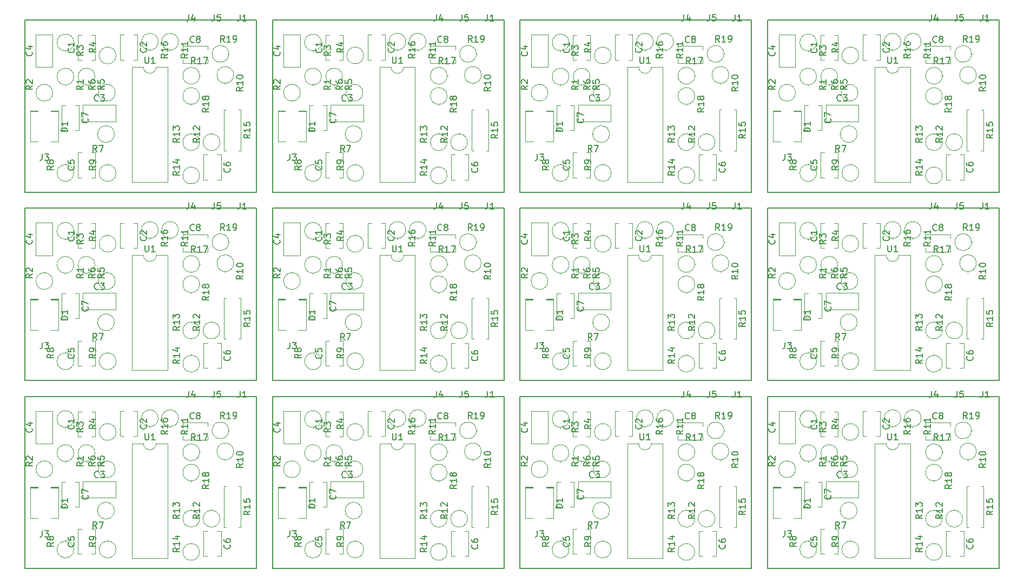
<source format=gbr>
G04 #@! TF.FileFunction,Legend,Top*
%FSLAX46Y46*%
G04 Gerber Fmt 4.6, Leading zero omitted, Abs format (unit mm)*
G04 Created by KiCad (PCBNEW 4.0.6-e0-6349~53~ubuntu16.04.1) date Thu Mar 16 16:11:01 2017*
%MOMM*%
%LPD*%
G01*
G04 APERTURE LIST*
%ADD10C,0.100000*%
%ADD11C,0.150000*%
%ADD12C,0.120000*%
G04 APERTURE END LIST*
D10*
D11*
X167500800Y-101002920D02*
X131250800Y-101002920D01*
X167500800Y-71502920D02*
X131250800Y-71502920D01*
X167500800Y-42002920D02*
X131250800Y-42002920D01*
X128750800Y-101002920D02*
X92500800Y-101002920D01*
X128750800Y-71502920D02*
X92500800Y-71502920D01*
X128750800Y-42002920D02*
X92500800Y-42002920D01*
X90000800Y-101002920D02*
X53750800Y-101002920D01*
X90000800Y-71502920D02*
X53750800Y-71502920D01*
X90000800Y-42002920D02*
X53750800Y-42002920D01*
X51250800Y-101002920D02*
X15000800Y-101002920D01*
X51250800Y-71502920D02*
X15000800Y-71502920D01*
X167500800Y-74002920D02*
X167500800Y-101002920D01*
X167500800Y-44502920D02*
X167500800Y-71502920D01*
X167500800Y-15002920D02*
X167500800Y-42002920D01*
X128750800Y-74002920D02*
X128750800Y-101002920D01*
X128750800Y-44502920D02*
X128750800Y-71502920D01*
X128750800Y-15002920D02*
X128750800Y-42002920D01*
X90000800Y-74002920D02*
X90000800Y-101002920D01*
X90000800Y-44502920D02*
X90000800Y-71502920D01*
X90000800Y-15002920D02*
X90000800Y-42002920D01*
X51250800Y-74002920D02*
X51250800Y-101002920D01*
X51250800Y-44502920D02*
X51250800Y-71502920D01*
X131250800Y-101002920D02*
X131250800Y-74002920D01*
X131250800Y-71502920D02*
X131250800Y-44502920D01*
X131250800Y-42002920D02*
X131250800Y-15002920D01*
X92500800Y-101002920D02*
X92500800Y-74002920D01*
X92500800Y-71502920D02*
X92500800Y-44502920D01*
X92500800Y-42002920D02*
X92500800Y-15002920D01*
X53750800Y-101002920D02*
X53750800Y-74002920D01*
X53750800Y-71502920D02*
X53750800Y-44502920D01*
X53750800Y-42002920D02*
X53750800Y-15002920D01*
X15000800Y-101002920D02*
X15000800Y-74002920D01*
X15000800Y-71502920D02*
X15000800Y-44502920D01*
X167500800Y-74002920D02*
X131250800Y-74002920D01*
X167500800Y-44502920D02*
X131250800Y-44502920D01*
X167500800Y-15002920D02*
X131250800Y-15002920D01*
X128750800Y-74002920D02*
X92500800Y-74002920D01*
X128750800Y-44502920D02*
X92500800Y-44502920D01*
X128750800Y-15002920D02*
X92500800Y-15002920D01*
X90000800Y-74002920D02*
X53750800Y-74002920D01*
X90000800Y-44502920D02*
X53750800Y-44502920D01*
X90000800Y-15002920D02*
X53750800Y-15002920D01*
X51250800Y-74002920D02*
X15000800Y-74002920D01*
X51250800Y-44502920D02*
X15000800Y-44502920D01*
X51250800Y-15002920D02*
X15000800Y-15002920D01*
X51250800Y-42002920D02*
X15000800Y-42002920D01*
X51250800Y-15002920D02*
X51250800Y-42002920D01*
X15000800Y-42002920D02*
X15000800Y-15002920D01*
D12*
X148866800Y-76340920D02*
X148866800Y-80260920D01*
X146146800Y-76340920D02*
X146146800Y-80260920D01*
X148866800Y-76340920D02*
X148256800Y-76340920D01*
X146756800Y-76340920D02*
X146146800Y-76340920D01*
X148866800Y-80260920D02*
X148256800Y-80260920D01*
X146756800Y-80260920D02*
X146146800Y-80260920D01*
X148866800Y-46840920D02*
X148866800Y-50760920D01*
X146146800Y-46840920D02*
X146146800Y-50760920D01*
X148866800Y-46840920D02*
X148256800Y-46840920D01*
X146756800Y-46840920D02*
X146146800Y-46840920D01*
X148866800Y-50760920D02*
X148256800Y-50760920D01*
X146756800Y-50760920D02*
X146146800Y-50760920D01*
X148866800Y-17340920D02*
X148866800Y-21260920D01*
X146146800Y-17340920D02*
X146146800Y-21260920D01*
X148866800Y-17340920D02*
X148256800Y-17340920D01*
X146756800Y-17340920D02*
X146146800Y-17340920D01*
X148866800Y-21260920D02*
X148256800Y-21260920D01*
X146756800Y-21260920D02*
X146146800Y-21260920D01*
X110116800Y-76340920D02*
X110116800Y-80260920D01*
X107396800Y-76340920D02*
X107396800Y-80260920D01*
X110116800Y-76340920D02*
X109506800Y-76340920D01*
X108006800Y-76340920D02*
X107396800Y-76340920D01*
X110116800Y-80260920D02*
X109506800Y-80260920D01*
X108006800Y-80260920D02*
X107396800Y-80260920D01*
X110116800Y-46840920D02*
X110116800Y-50760920D01*
X107396800Y-46840920D02*
X107396800Y-50760920D01*
X110116800Y-46840920D02*
X109506800Y-46840920D01*
X108006800Y-46840920D02*
X107396800Y-46840920D01*
X110116800Y-50760920D02*
X109506800Y-50760920D01*
X108006800Y-50760920D02*
X107396800Y-50760920D01*
X110116800Y-17340920D02*
X110116800Y-21260920D01*
X107396800Y-17340920D02*
X107396800Y-21260920D01*
X110116800Y-17340920D02*
X109506800Y-17340920D01*
X108006800Y-17340920D02*
X107396800Y-17340920D01*
X110116800Y-21260920D02*
X109506800Y-21260920D01*
X108006800Y-21260920D02*
X107396800Y-21260920D01*
X71366800Y-76340920D02*
X71366800Y-80260920D01*
X68646800Y-76340920D02*
X68646800Y-80260920D01*
X71366800Y-76340920D02*
X70756800Y-76340920D01*
X69256800Y-76340920D02*
X68646800Y-76340920D01*
X71366800Y-80260920D02*
X70756800Y-80260920D01*
X69256800Y-80260920D02*
X68646800Y-80260920D01*
X71366800Y-46840920D02*
X71366800Y-50760920D01*
X68646800Y-46840920D02*
X68646800Y-50760920D01*
X71366800Y-46840920D02*
X70756800Y-46840920D01*
X69256800Y-46840920D02*
X68646800Y-46840920D01*
X71366800Y-50760920D02*
X70756800Y-50760920D01*
X69256800Y-50760920D02*
X68646800Y-50760920D01*
X71366800Y-17340920D02*
X71366800Y-21260920D01*
X68646800Y-17340920D02*
X68646800Y-21260920D01*
X71366800Y-17340920D02*
X70756800Y-17340920D01*
X69256800Y-17340920D02*
X68646800Y-17340920D01*
X71366800Y-21260920D02*
X70756800Y-21260920D01*
X69256800Y-21260920D02*
X68646800Y-21260920D01*
X32616800Y-76340920D02*
X32616800Y-80260920D01*
X29896800Y-76340920D02*
X29896800Y-80260920D01*
X32616800Y-76340920D02*
X32006800Y-76340920D01*
X30506800Y-76340920D02*
X29896800Y-76340920D01*
X32616800Y-80260920D02*
X32006800Y-80260920D01*
X30506800Y-80260920D02*
X29896800Y-80260920D01*
X32616800Y-46840920D02*
X32616800Y-50760920D01*
X29896800Y-46840920D02*
X29896800Y-50760920D01*
X32616800Y-46840920D02*
X32006800Y-46840920D01*
X30506800Y-46840920D02*
X29896800Y-46840920D01*
X32616800Y-50760920D02*
X32006800Y-50760920D01*
X30506800Y-50760920D02*
X29896800Y-50760920D01*
X145387800Y-85432920D02*
G75*
G03X145387800Y-85432920I-1310000J0D01*
G01*
X144077800Y-84122920D02*
X144077800Y-83992920D01*
X145387800Y-55932920D02*
G75*
G03X145387800Y-55932920I-1310000J0D01*
G01*
X144077800Y-54622920D02*
X144077800Y-54492920D01*
X145387800Y-26432920D02*
G75*
G03X145387800Y-26432920I-1310000J0D01*
G01*
X144077800Y-25122920D02*
X144077800Y-24992920D01*
X106637800Y-85432920D02*
G75*
G03X106637800Y-85432920I-1310000J0D01*
G01*
X105327800Y-84122920D02*
X105327800Y-83992920D01*
X106637800Y-55932920D02*
G75*
G03X106637800Y-55932920I-1310000J0D01*
G01*
X105327800Y-54622920D02*
X105327800Y-54492920D01*
X106637800Y-26432920D02*
G75*
G03X106637800Y-26432920I-1310000J0D01*
G01*
X105327800Y-25122920D02*
X105327800Y-24992920D01*
X67887800Y-85432920D02*
G75*
G03X67887800Y-85432920I-1310000J0D01*
G01*
X66577800Y-84122920D02*
X66577800Y-83992920D01*
X67887800Y-55932920D02*
G75*
G03X67887800Y-55932920I-1310000J0D01*
G01*
X66577800Y-54622920D02*
X66577800Y-54492920D01*
X67887800Y-26432920D02*
G75*
G03X67887800Y-26432920I-1310000J0D01*
G01*
X66577800Y-25122920D02*
X66577800Y-24992920D01*
X29137800Y-85432920D02*
G75*
G03X29137800Y-85432920I-1310000J0D01*
G01*
X27827800Y-84122920D02*
X27827800Y-83992920D01*
X29137800Y-55932920D02*
G75*
G03X29137800Y-55932920I-1310000J0D01*
G01*
X27827800Y-54622920D02*
X27827800Y-54492920D01*
X145514800Y-79590920D02*
G75*
G03X145514800Y-79590920I-1310000J0D01*
G01*
X144204800Y-78280920D02*
X144204800Y-78150920D01*
X145514800Y-50090920D02*
G75*
G03X145514800Y-50090920I-1310000J0D01*
G01*
X144204800Y-48780920D02*
X144204800Y-48650920D01*
X145514800Y-20590920D02*
G75*
G03X145514800Y-20590920I-1310000J0D01*
G01*
X144204800Y-19280920D02*
X144204800Y-19150920D01*
X106764800Y-79590920D02*
G75*
G03X106764800Y-79590920I-1310000J0D01*
G01*
X105454800Y-78280920D02*
X105454800Y-78150920D01*
X106764800Y-50090920D02*
G75*
G03X106764800Y-50090920I-1310000J0D01*
G01*
X105454800Y-48780920D02*
X105454800Y-48650920D01*
X106764800Y-20590920D02*
G75*
G03X106764800Y-20590920I-1310000J0D01*
G01*
X105454800Y-19280920D02*
X105454800Y-19150920D01*
X68014800Y-79590920D02*
G75*
G03X68014800Y-79590920I-1310000J0D01*
G01*
X66704800Y-78280920D02*
X66704800Y-78150920D01*
X68014800Y-50090920D02*
G75*
G03X68014800Y-50090920I-1310000J0D01*
G01*
X66704800Y-48780920D02*
X66704800Y-48650920D01*
X68014800Y-20590920D02*
G75*
G03X68014800Y-20590920I-1310000J0D01*
G01*
X66704800Y-19280920D02*
X66704800Y-19150920D01*
X29264800Y-79590920D02*
G75*
G03X29264800Y-79590920I-1310000J0D01*
G01*
X27954800Y-78280920D02*
X27954800Y-78150920D01*
X29264800Y-50090920D02*
G75*
G03X29264800Y-50090920I-1310000J0D01*
G01*
X27954800Y-48780920D02*
X27954800Y-48650920D01*
X139542800Y-80300920D02*
X139542800Y-76380920D01*
X142262800Y-80300920D02*
X142262800Y-76380920D01*
X139542800Y-80300920D02*
X140152800Y-80300920D01*
X141652800Y-80300920D02*
X142262800Y-80300920D01*
X139542800Y-76380920D02*
X140152800Y-76380920D01*
X141652800Y-76380920D02*
X142262800Y-76380920D01*
X139542800Y-50800920D02*
X139542800Y-46880920D01*
X142262800Y-50800920D02*
X142262800Y-46880920D01*
X139542800Y-50800920D02*
X140152800Y-50800920D01*
X141652800Y-50800920D02*
X142262800Y-50800920D01*
X139542800Y-46880920D02*
X140152800Y-46880920D01*
X141652800Y-46880920D02*
X142262800Y-46880920D01*
X139542800Y-21300920D02*
X139542800Y-17380920D01*
X142262800Y-21300920D02*
X142262800Y-17380920D01*
X139542800Y-21300920D02*
X140152800Y-21300920D01*
X141652800Y-21300920D02*
X142262800Y-21300920D01*
X139542800Y-17380920D02*
X140152800Y-17380920D01*
X141652800Y-17380920D02*
X142262800Y-17380920D01*
X100792800Y-80300920D02*
X100792800Y-76380920D01*
X103512800Y-80300920D02*
X103512800Y-76380920D01*
X100792800Y-80300920D02*
X101402800Y-80300920D01*
X102902800Y-80300920D02*
X103512800Y-80300920D01*
X100792800Y-76380920D02*
X101402800Y-76380920D01*
X102902800Y-76380920D02*
X103512800Y-76380920D01*
X100792800Y-50800920D02*
X100792800Y-46880920D01*
X103512800Y-50800920D02*
X103512800Y-46880920D01*
X100792800Y-50800920D02*
X101402800Y-50800920D01*
X102902800Y-50800920D02*
X103512800Y-50800920D01*
X100792800Y-46880920D02*
X101402800Y-46880920D01*
X102902800Y-46880920D02*
X103512800Y-46880920D01*
X100792800Y-21300920D02*
X100792800Y-17380920D01*
X103512800Y-21300920D02*
X103512800Y-17380920D01*
X100792800Y-21300920D02*
X101402800Y-21300920D01*
X102902800Y-21300920D02*
X103512800Y-21300920D01*
X100792800Y-17380920D02*
X101402800Y-17380920D01*
X102902800Y-17380920D02*
X103512800Y-17380920D01*
X62042800Y-80300920D02*
X62042800Y-76380920D01*
X64762800Y-80300920D02*
X64762800Y-76380920D01*
X62042800Y-80300920D02*
X62652800Y-80300920D01*
X64152800Y-80300920D02*
X64762800Y-80300920D01*
X62042800Y-76380920D02*
X62652800Y-76380920D01*
X64152800Y-76380920D02*
X64762800Y-76380920D01*
X62042800Y-50800920D02*
X62042800Y-46880920D01*
X64762800Y-50800920D02*
X64762800Y-46880920D01*
X62042800Y-50800920D02*
X62652800Y-50800920D01*
X64152800Y-50800920D02*
X64762800Y-50800920D01*
X62042800Y-46880920D02*
X62652800Y-46880920D01*
X64152800Y-46880920D02*
X64762800Y-46880920D01*
X62042800Y-21300920D02*
X62042800Y-17380920D01*
X64762800Y-21300920D02*
X64762800Y-17380920D01*
X62042800Y-21300920D02*
X62652800Y-21300920D01*
X64152800Y-21300920D02*
X64762800Y-21300920D01*
X62042800Y-17380920D02*
X62652800Y-17380920D01*
X64152800Y-17380920D02*
X64762800Y-17380920D01*
X23292800Y-80300920D02*
X23292800Y-76380920D01*
X26012800Y-80300920D02*
X26012800Y-76380920D01*
X23292800Y-80300920D02*
X23902800Y-80300920D01*
X25402800Y-80300920D02*
X26012800Y-80300920D01*
X23292800Y-76380920D02*
X23902800Y-76380920D01*
X25402800Y-76380920D02*
X26012800Y-76380920D01*
X23292800Y-50800920D02*
X23292800Y-46880920D01*
X26012800Y-50800920D02*
X26012800Y-46880920D01*
X23292800Y-50800920D02*
X23902800Y-50800920D01*
X25402800Y-50800920D02*
X26012800Y-50800920D01*
X23292800Y-46880920D02*
X23902800Y-46880920D01*
X25402800Y-46880920D02*
X26012800Y-46880920D01*
X135608800Y-85432920D02*
G75*
G03X135608800Y-85432920I-1310000J0D01*
G01*
X134298800Y-84122920D02*
X134298800Y-83992920D01*
X135608800Y-55932920D02*
G75*
G03X135608800Y-55932920I-1310000J0D01*
G01*
X134298800Y-54622920D02*
X134298800Y-54492920D01*
X135608800Y-26432920D02*
G75*
G03X135608800Y-26432920I-1310000J0D01*
G01*
X134298800Y-25122920D02*
X134298800Y-24992920D01*
X96858800Y-85432920D02*
G75*
G03X96858800Y-85432920I-1310000J0D01*
G01*
X95548800Y-84122920D02*
X95548800Y-83992920D01*
X96858800Y-55932920D02*
G75*
G03X96858800Y-55932920I-1310000J0D01*
G01*
X95548800Y-54622920D02*
X95548800Y-54492920D01*
X96858800Y-26432920D02*
G75*
G03X96858800Y-26432920I-1310000J0D01*
G01*
X95548800Y-25122920D02*
X95548800Y-24992920D01*
X58108800Y-85432920D02*
G75*
G03X58108800Y-85432920I-1310000J0D01*
G01*
X56798800Y-84122920D02*
X56798800Y-83992920D01*
X58108800Y-55932920D02*
G75*
G03X58108800Y-55932920I-1310000J0D01*
G01*
X56798800Y-54622920D02*
X56798800Y-54492920D01*
X58108800Y-26432920D02*
G75*
G03X58108800Y-26432920I-1310000J0D01*
G01*
X56798800Y-25122920D02*
X56798800Y-24992920D01*
X19358800Y-85432920D02*
G75*
G03X19358800Y-85432920I-1310000J0D01*
G01*
X18048800Y-84122920D02*
X18048800Y-83992920D01*
X19358800Y-55932920D02*
G75*
G03X19358800Y-55932920I-1310000J0D01*
G01*
X18048800Y-54622920D02*
X18048800Y-54492920D01*
X132988800Y-81408920D02*
X132988800Y-76288920D01*
X135608800Y-81408920D02*
X135608800Y-76288920D01*
X132988800Y-81408920D02*
X135608800Y-81408920D01*
X132988800Y-76288920D02*
X135608800Y-76288920D01*
X132988800Y-51908920D02*
X132988800Y-46788920D01*
X135608800Y-51908920D02*
X135608800Y-46788920D01*
X132988800Y-51908920D02*
X135608800Y-51908920D01*
X132988800Y-46788920D02*
X135608800Y-46788920D01*
X132988800Y-22408920D02*
X132988800Y-17288920D01*
X135608800Y-22408920D02*
X135608800Y-17288920D01*
X132988800Y-22408920D02*
X135608800Y-22408920D01*
X132988800Y-17288920D02*
X135608800Y-17288920D01*
X94238800Y-81408920D02*
X94238800Y-76288920D01*
X96858800Y-81408920D02*
X96858800Y-76288920D01*
X94238800Y-81408920D02*
X96858800Y-81408920D01*
X94238800Y-76288920D02*
X96858800Y-76288920D01*
X94238800Y-51908920D02*
X94238800Y-46788920D01*
X96858800Y-51908920D02*
X96858800Y-46788920D01*
X94238800Y-51908920D02*
X96858800Y-51908920D01*
X94238800Y-46788920D02*
X96858800Y-46788920D01*
X94238800Y-22408920D02*
X94238800Y-17288920D01*
X96858800Y-22408920D02*
X96858800Y-17288920D01*
X94238800Y-22408920D02*
X96858800Y-22408920D01*
X94238800Y-17288920D02*
X96858800Y-17288920D01*
X55488800Y-81408920D02*
X55488800Y-76288920D01*
X58108800Y-81408920D02*
X58108800Y-76288920D01*
X55488800Y-81408920D02*
X58108800Y-81408920D01*
X55488800Y-76288920D02*
X58108800Y-76288920D01*
X55488800Y-51908920D02*
X55488800Y-46788920D01*
X58108800Y-51908920D02*
X58108800Y-46788920D01*
X55488800Y-51908920D02*
X58108800Y-51908920D01*
X55488800Y-46788920D02*
X58108800Y-46788920D01*
X55488800Y-22408920D02*
X55488800Y-17288920D01*
X58108800Y-22408920D02*
X58108800Y-17288920D01*
X55488800Y-22408920D02*
X58108800Y-22408920D01*
X55488800Y-17288920D02*
X58108800Y-17288920D01*
X16738800Y-81408920D02*
X16738800Y-76288920D01*
X19358800Y-81408920D02*
X19358800Y-76288920D01*
X16738800Y-81408920D02*
X19358800Y-81408920D01*
X16738800Y-76288920D02*
X19358800Y-76288920D01*
X16738800Y-51908920D02*
X16738800Y-46788920D01*
X19358800Y-51908920D02*
X19358800Y-46788920D01*
X16738800Y-51908920D02*
X19358800Y-51908920D01*
X16738800Y-46788920D02*
X19358800Y-46788920D01*
X138910800Y-77558920D02*
G75*
G03X138910800Y-77558920I-1310000J0D01*
G01*
X137600800Y-78868920D02*
X137600800Y-78998920D01*
X138910800Y-48058920D02*
G75*
G03X138910800Y-48058920I-1310000J0D01*
G01*
X137600800Y-49368920D02*
X137600800Y-49498920D01*
X138910800Y-18558920D02*
G75*
G03X138910800Y-18558920I-1310000J0D01*
G01*
X137600800Y-19868920D02*
X137600800Y-19998920D01*
X100160800Y-77558920D02*
G75*
G03X100160800Y-77558920I-1310000J0D01*
G01*
X98850800Y-78868920D02*
X98850800Y-78998920D01*
X100160800Y-48058920D02*
G75*
G03X100160800Y-48058920I-1310000J0D01*
G01*
X98850800Y-49368920D02*
X98850800Y-49498920D01*
X100160800Y-18558920D02*
G75*
G03X100160800Y-18558920I-1310000J0D01*
G01*
X98850800Y-19868920D02*
X98850800Y-19998920D01*
X61410800Y-77558920D02*
G75*
G03X61410800Y-77558920I-1310000J0D01*
G01*
X60100800Y-78868920D02*
X60100800Y-78998920D01*
X61410800Y-48058920D02*
G75*
G03X61410800Y-48058920I-1310000J0D01*
G01*
X60100800Y-49368920D02*
X60100800Y-49498920D01*
X61410800Y-18558920D02*
G75*
G03X61410800Y-18558920I-1310000J0D01*
G01*
X60100800Y-19868920D02*
X60100800Y-19998920D01*
X22660800Y-77558920D02*
G75*
G03X22660800Y-77558920I-1310000J0D01*
G01*
X21350800Y-78868920D02*
X21350800Y-78998920D01*
X22660800Y-48058920D02*
G75*
G03X22660800Y-48058920I-1310000J0D01*
G01*
X21350800Y-49368920D02*
X21350800Y-49498920D01*
X138910800Y-82892920D02*
G75*
G03X138910800Y-82892920I-1310000J0D01*
G01*
X137600800Y-84202920D02*
X137600800Y-84332920D01*
X138910800Y-53392920D02*
G75*
G03X138910800Y-53392920I-1310000J0D01*
G01*
X137600800Y-54702920D02*
X137600800Y-54832920D01*
X138910800Y-23892920D02*
G75*
G03X138910800Y-23892920I-1310000J0D01*
G01*
X137600800Y-25202920D02*
X137600800Y-25332920D01*
X100160800Y-82892920D02*
G75*
G03X100160800Y-82892920I-1310000J0D01*
G01*
X98850800Y-84202920D02*
X98850800Y-84332920D01*
X100160800Y-53392920D02*
G75*
G03X100160800Y-53392920I-1310000J0D01*
G01*
X98850800Y-54702920D02*
X98850800Y-54832920D01*
X100160800Y-23892920D02*
G75*
G03X100160800Y-23892920I-1310000J0D01*
G01*
X98850800Y-25202920D02*
X98850800Y-25332920D01*
X61410800Y-82892920D02*
G75*
G03X61410800Y-82892920I-1310000J0D01*
G01*
X60100800Y-84202920D02*
X60100800Y-84332920D01*
X61410800Y-53392920D02*
G75*
G03X61410800Y-53392920I-1310000J0D01*
G01*
X60100800Y-54702920D02*
X60100800Y-54832920D01*
X61410800Y-23892920D02*
G75*
G03X61410800Y-23892920I-1310000J0D01*
G01*
X60100800Y-25202920D02*
X60100800Y-25332920D01*
X22660800Y-82892920D02*
G75*
G03X22660800Y-82892920I-1310000J0D01*
G01*
X21350800Y-84202920D02*
X21350800Y-84332920D01*
X22660800Y-53392920D02*
G75*
G03X22660800Y-53392920I-1310000J0D01*
G01*
X21350800Y-54702920D02*
X21350800Y-54832920D01*
X142212800Y-82892920D02*
G75*
G03X142212800Y-82892920I-1310000J0D01*
G01*
X140902800Y-84202920D02*
X140902800Y-84332920D01*
X142212800Y-53392920D02*
G75*
G03X142212800Y-53392920I-1310000J0D01*
G01*
X140902800Y-54702920D02*
X140902800Y-54832920D01*
X142212800Y-23892920D02*
G75*
G03X142212800Y-23892920I-1310000J0D01*
G01*
X140902800Y-25202920D02*
X140902800Y-25332920D01*
X103462800Y-82892920D02*
G75*
G03X103462800Y-82892920I-1310000J0D01*
G01*
X102152800Y-84202920D02*
X102152800Y-84332920D01*
X103462800Y-53392920D02*
G75*
G03X103462800Y-53392920I-1310000J0D01*
G01*
X102152800Y-54702920D02*
X102152800Y-54832920D01*
X103462800Y-23892920D02*
G75*
G03X103462800Y-23892920I-1310000J0D01*
G01*
X102152800Y-25202920D02*
X102152800Y-25332920D01*
X64712800Y-82892920D02*
G75*
G03X64712800Y-82892920I-1310000J0D01*
G01*
X63402800Y-84202920D02*
X63402800Y-84332920D01*
X64712800Y-53392920D02*
G75*
G03X64712800Y-53392920I-1310000J0D01*
G01*
X63402800Y-54702920D02*
X63402800Y-54832920D01*
X64712800Y-23892920D02*
G75*
G03X64712800Y-23892920I-1310000J0D01*
G01*
X63402800Y-25202920D02*
X63402800Y-25332920D01*
X25962800Y-82892920D02*
G75*
G03X25962800Y-82892920I-1310000J0D01*
G01*
X24652800Y-84202920D02*
X24652800Y-84332920D01*
X25962800Y-53392920D02*
G75*
G03X25962800Y-53392920I-1310000J0D01*
G01*
X24652800Y-54702920D02*
X24652800Y-54832920D01*
X158595800Y-98386920D02*
G75*
G03X158595800Y-98386920I-1310000J0D01*
G01*
X157285800Y-97076920D02*
X157285800Y-96946920D01*
X158595800Y-68886920D02*
G75*
G03X158595800Y-68886920I-1310000J0D01*
G01*
X157285800Y-67576920D02*
X157285800Y-67446920D01*
X158595800Y-39386920D02*
G75*
G03X158595800Y-39386920I-1310000J0D01*
G01*
X157285800Y-38076920D02*
X157285800Y-37946920D01*
X119845800Y-98386920D02*
G75*
G03X119845800Y-98386920I-1310000J0D01*
G01*
X118535800Y-97076920D02*
X118535800Y-96946920D01*
X119845800Y-68886920D02*
G75*
G03X119845800Y-68886920I-1310000J0D01*
G01*
X118535800Y-67576920D02*
X118535800Y-67446920D01*
X119845800Y-39386920D02*
G75*
G03X119845800Y-39386920I-1310000J0D01*
G01*
X118535800Y-38076920D02*
X118535800Y-37946920D01*
X81095800Y-98386920D02*
G75*
G03X81095800Y-98386920I-1310000J0D01*
G01*
X79785800Y-97076920D02*
X79785800Y-96946920D01*
X81095800Y-68886920D02*
G75*
G03X81095800Y-68886920I-1310000J0D01*
G01*
X79785800Y-67576920D02*
X79785800Y-67446920D01*
X81095800Y-39386920D02*
G75*
G03X81095800Y-39386920I-1310000J0D01*
G01*
X79785800Y-38076920D02*
X79785800Y-37946920D01*
X42345800Y-98386920D02*
G75*
G03X42345800Y-98386920I-1310000J0D01*
G01*
X41035800Y-97076920D02*
X41035800Y-96946920D01*
X42345800Y-68886920D02*
G75*
G03X42345800Y-68886920I-1310000J0D01*
G01*
X41035800Y-67576920D02*
X41035800Y-67446920D01*
X161770800Y-93179920D02*
G75*
G03X161770800Y-93179920I-1310000J0D01*
G01*
X160460800Y-91869920D02*
X160460800Y-91739920D01*
X161770800Y-63679920D02*
G75*
G03X161770800Y-63679920I-1310000J0D01*
G01*
X160460800Y-62369920D02*
X160460800Y-62239920D01*
X161770800Y-34179920D02*
G75*
G03X161770800Y-34179920I-1310000J0D01*
G01*
X160460800Y-32869920D02*
X160460800Y-32739920D01*
X123020800Y-93179920D02*
G75*
G03X123020800Y-93179920I-1310000J0D01*
G01*
X121710800Y-91869920D02*
X121710800Y-91739920D01*
X123020800Y-63679920D02*
G75*
G03X123020800Y-63679920I-1310000J0D01*
G01*
X121710800Y-62369920D02*
X121710800Y-62239920D01*
X123020800Y-34179920D02*
G75*
G03X123020800Y-34179920I-1310000J0D01*
G01*
X121710800Y-32869920D02*
X121710800Y-32739920D01*
X84270800Y-93179920D02*
G75*
G03X84270800Y-93179920I-1310000J0D01*
G01*
X82960800Y-91869920D02*
X82960800Y-91739920D01*
X84270800Y-63679920D02*
G75*
G03X84270800Y-63679920I-1310000J0D01*
G01*
X82960800Y-62369920D02*
X82960800Y-62239920D01*
X84270800Y-34179920D02*
G75*
G03X84270800Y-34179920I-1310000J0D01*
G01*
X82960800Y-32869920D02*
X82960800Y-32739920D01*
X45520800Y-93179920D02*
G75*
G03X45520800Y-93179920I-1310000J0D01*
G01*
X44210800Y-91869920D02*
X44210800Y-91739920D01*
X45520800Y-63679920D02*
G75*
G03X45520800Y-63679920I-1310000J0D01*
G01*
X44210800Y-62369920D02*
X44210800Y-62239920D01*
X161947800Y-95136920D02*
X161947800Y-99056920D01*
X159227800Y-95136920D02*
X159227800Y-99056920D01*
X161947800Y-95136920D02*
X161337800Y-95136920D01*
X159837800Y-95136920D02*
X159227800Y-95136920D01*
X161947800Y-99056920D02*
X161337800Y-99056920D01*
X159837800Y-99056920D02*
X159227800Y-99056920D01*
X161947800Y-65636920D02*
X161947800Y-69556920D01*
X159227800Y-65636920D02*
X159227800Y-69556920D01*
X161947800Y-65636920D02*
X161337800Y-65636920D01*
X159837800Y-65636920D02*
X159227800Y-65636920D01*
X161947800Y-69556920D02*
X161337800Y-69556920D01*
X159837800Y-69556920D02*
X159227800Y-69556920D01*
X161947800Y-36136920D02*
X161947800Y-40056920D01*
X159227800Y-36136920D02*
X159227800Y-40056920D01*
X161947800Y-36136920D02*
X161337800Y-36136920D01*
X159837800Y-36136920D02*
X159227800Y-36136920D01*
X161947800Y-40056920D02*
X161337800Y-40056920D01*
X159837800Y-40056920D02*
X159227800Y-40056920D01*
X123197800Y-95136920D02*
X123197800Y-99056920D01*
X120477800Y-95136920D02*
X120477800Y-99056920D01*
X123197800Y-95136920D02*
X122587800Y-95136920D01*
X121087800Y-95136920D02*
X120477800Y-95136920D01*
X123197800Y-99056920D02*
X122587800Y-99056920D01*
X121087800Y-99056920D02*
X120477800Y-99056920D01*
X123197800Y-65636920D02*
X123197800Y-69556920D01*
X120477800Y-65636920D02*
X120477800Y-69556920D01*
X123197800Y-65636920D02*
X122587800Y-65636920D01*
X121087800Y-65636920D02*
X120477800Y-65636920D01*
X123197800Y-69556920D02*
X122587800Y-69556920D01*
X121087800Y-69556920D02*
X120477800Y-69556920D01*
X123197800Y-36136920D02*
X123197800Y-40056920D01*
X120477800Y-36136920D02*
X120477800Y-40056920D01*
X123197800Y-36136920D02*
X122587800Y-36136920D01*
X121087800Y-36136920D02*
X120477800Y-36136920D01*
X123197800Y-40056920D02*
X122587800Y-40056920D01*
X121087800Y-40056920D02*
X120477800Y-40056920D01*
X84447800Y-95136920D02*
X84447800Y-99056920D01*
X81727800Y-95136920D02*
X81727800Y-99056920D01*
X84447800Y-95136920D02*
X83837800Y-95136920D01*
X82337800Y-95136920D02*
X81727800Y-95136920D01*
X84447800Y-99056920D02*
X83837800Y-99056920D01*
X82337800Y-99056920D02*
X81727800Y-99056920D01*
X84447800Y-65636920D02*
X84447800Y-69556920D01*
X81727800Y-65636920D02*
X81727800Y-69556920D01*
X84447800Y-65636920D02*
X83837800Y-65636920D01*
X82337800Y-65636920D02*
X81727800Y-65636920D01*
X84447800Y-69556920D02*
X83837800Y-69556920D01*
X82337800Y-69556920D02*
X81727800Y-69556920D01*
X84447800Y-36136920D02*
X84447800Y-40056920D01*
X81727800Y-36136920D02*
X81727800Y-40056920D01*
X84447800Y-36136920D02*
X83837800Y-36136920D01*
X82337800Y-36136920D02*
X81727800Y-36136920D01*
X84447800Y-40056920D02*
X83837800Y-40056920D01*
X82337800Y-40056920D02*
X81727800Y-40056920D01*
X45697800Y-95136920D02*
X45697800Y-99056920D01*
X42977800Y-95136920D02*
X42977800Y-99056920D01*
X45697800Y-95136920D02*
X45087800Y-95136920D01*
X43587800Y-95136920D02*
X42977800Y-95136920D01*
X45697800Y-99056920D02*
X45087800Y-99056920D01*
X43587800Y-99056920D02*
X42977800Y-99056920D01*
X45697800Y-65636920D02*
X45697800Y-69556920D01*
X42977800Y-65636920D02*
X42977800Y-69556920D01*
X45697800Y-65636920D02*
X45087800Y-65636920D01*
X43587800Y-65636920D02*
X42977800Y-65636920D01*
X45697800Y-69556920D02*
X45087800Y-69556920D01*
X43587800Y-69556920D02*
X42977800Y-69556920D01*
X158595800Y-93179920D02*
G75*
G03X158595800Y-93179920I-1310000J0D01*
G01*
X157285800Y-91869920D02*
X157285800Y-91739920D01*
X158595800Y-63679920D02*
G75*
G03X158595800Y-63679920I-1310000J0D01*
G01*
X157285800Y-62369920D02*
X157285800Y-62239920D01*
X158595800Y-34179920D02*
G75*
G03X158595800Y-34179920I-1310000J0D01*
G01*
X157285800Y-32869920D02*
X157285800Y-32739920D01*
X119845800Y-93179920D02*
G75*
G03X119845800Y-93179920I-1310000J0D01*
G01*
X118535800Y-91869920D02*
X118535800Y-91739920D01*
X119845800Y-63679920D02*
G75*
G03X119845800Y-63679920I-1310000J0D01*
G01*
X118535800Y-62369920D02*
X118535800Y-62239920D01*
X119845800Y-34179920D02*
G75*
G03X119845800Y-34179920I-1310000J0D01*
G01*
X118535800Y-32869920D02*
X118535800Y-32739920D01*
X81095800Y-93179920D02*
G75*
G03X81095800Y-93179920I-1310000J0D01*
G01*
X79785800Y-91869920D02*
X79785800Y-91739920D01*
X81095800Y-63679920D02*
G75*
G03X81095800Y-63679920I-1310000J0D01*
G01*
X79785800Y-62369920D02*
X79785800Y-62239920D01*
X81095800Y-34179920D02*
G75*
G03X81095800Y-34179920I-1310000J0D01*
G01*
X79785800Y-32869920D02*
X79785800Y-32739920D01*
X42345800Y-93179920D02*
G75*
G03X42345800Y-93179920I-1310000J0D01*
G01*
X41035800Y-91869920D02*
X41035800Y-91739920D01*
X42345800Y-63679920D02*
G75*
G03X42345800Y-63679920I-1310000J0D01*
G01*
X41035800Y-62369920D02*
X41035800Y-62239920D01*
X155940800Y-78103920D02*
X159860800Y-78103920D01*
X155940800Y-80823920D02*
X159860800Y-80823920D01*
X155940800Y-78103920D02*
X155940800Y-78713920D01*
X155940800Y-80213920D02*
X155940800Y-80823920D01*
X159860800Y-78103920D02*
X159860800Y-78713920D01*
X159860800Y-80213920D02*
X159860800Y-80823920D01*
X155940800Y-48603920D02*
X159860800Y-48603920D01*
X155940800Y-51323920D02*
X159860800Y-51323920D01*
X155940800Y-48603920D02*
X155940800Y-49213920D01*
X155940800Y-50713920D02*
X155940800Y-51323920D01*
X159860800Y-48603920D02*
X159860800Y-49213920D01*
X159860800Y-50713920D02*
X159860800Y-51323920D01*
X155940800Y-19103920D02*
X159860800Y-19103920D01*
X155940800Y-21823920D02*
X159860800Y-21823920D01*
X155940800Y-19103920D02*
X155940800Y-19713920D01*
X155940800Y-21213920D02*
X155940800Y-21823920D01*
X159860800Y-19103920D02*
X159860800Y-19713920D01*
X159860800Y-21213920D02*
X159860800Y-21823920D01*
X117190800Y-78103920D02*
X121110800Y-78103920D01*
X117190800Y-80823920D02*
X121110800Y-80823920D01*
X117190800Y-78103920D02*
X117190800Y-78713920D01*
X117190800Y-80213920D02*
X117190800Y-80823920D01*
X121110800Y-78103920D02*
X121110800Y-78713920D01*
X121110800Y-80213920D02*
X121110800Y-80823920D01*
X117190800Y-48603920D02*
X121110800Y-48603920D01*
X117190800Y-51323920D02*
X121110800Y-51323920D01*
X117190800Y-48603920D02*
X117190800Y-49213920D01*
X117190800Y-50713920D02*
X117190800Y-51323920D01*
X121110800Y-48603920D02*
X121110800Y-49213920D01*
X121110800Y-50713920D02*
X121110800Y-51323920D01*
X117190800Y-19103920D02*
X121110800Y-19103920D01*
X117190800Y-21823920D02*
X121110800Y-21823920D01*
X117190800Y-19103920D02*
X117190800Y-19713920D01*
X117190800Y-21213920D02*
X117190800Y-21823920D01*
X121110800Y-19103920D02*
X121110800Y-19713920D01*
X121110800Y-21213920D02*
X121110800Y-21823920D01*
X78440800Y-78103920D02*
X82360800Y-78103920D01*
X78440800Y-80823920D02*
X82360800Y-80823920D01*
X78440800Y-78103920D02*
X78440800Y-78713920D01*
X78440800Y-80213920D02*
X78440800Y-80823920D01*
X82360800Y-78103920D02*
X82360800Y-78713920D01*
X82360800Y-80213920D02*
X82360800Y-80823920D01*
X78440800Y-48603920D02*
X82360800Y-48603920D01*
X78440800Y-51323920D02*
X82360800Y-51323920D01*
X78440800Y-48603920D02*
X78440800Y-49213920D01*
X78440800Y-50713920D02*
X78440800Y-51323920D01*
X82360800Y-48603920D02*
X82360800Y-49213920D01*
X82360800Y-50713920D02*
X82360800Y-51323920D01*
X78440800Y-19103920D02*
X82360800Y-19103920D01*
X78440800Y-21823920D02*
X82360800Y-21823920D01*
X78440800Y-19103920D02*
X78440800Y-19713920D01*
X78440800Y-21213920D02*
X78440800Y-21823920D01*
X82360800Y-19103920D02*
X82360800Y-19713920D01*
X82360800Y-21213920D02*
X82360800Y-21823920D01*
X39690800Y-78103920D02*
X43610800Y-78103920D01*
X39690800Y-80823920D02*
X43610800Y-80823920D01*
X39690800Y-78103920D02*
X39690800Y-78713920D01*
X39690800Y-80213920D02*
X39690800Y-80823920D01*
X43610800Y-78103920D02*
X43610800Y-78713920D01*
X43610800Y-80213920D02*
X43610800Y-80823920D01*
X39690800Y-48603920D02*
X43610800Y-48603920D01*
X39690800Y-51323920D02*
X43610800Y-51323920D01*
X39690800Y-48603920D02*
X39690800Y-49213920D01*
X39690800Y-50713920D02*
X39690800Y-51323920D01*
X43610800Y-48603920D02*
X43610800Y-49213920D01*
X43610800Y-50713920D02*
X43610800Y-51323920D01*
X152118800Y-77431920D02*
G75*
G03X152118800Y-77431920I-1310000J0D01*
G01*
X150808800Y-78741920D02*
X150808800Y-78871920D01*
X152118800Y-47931920D02*
G75*
G03X152118800Y-47931920I-1310000J0D01*
G01*
X150808800Y-49241920D02*
X150808800Y-49371920D01*
X152118800Y-18431920D02*
G75*
G03X152118800Y-18431920I-1310000J0D01*
G01*
X150808800Y-19741920D02*
X150808800Y-19871920D01*
X113368800Y-77431920D02*
G75*
G03X113368800Y-77431920I-1310000J0D01*
G01*
X112058800Y-78741920D02*
X112058800Y-78871920D01*
X113368800Y-47931920D02*
G75*
G03X113368800Y-47931920I-1310000J0D01*
G01*
X112058800Y-49241920D02*
X112058800Y-49371920D01*
X113368800Y-18431920D02*
G75*
G03X113368800Y-18431920I-1310000J0D01*
G01*
X112058800Y-19741920D02*
X112058800Y-19871920D01*
X74618800Y-77431920D02*
G75*
G03X74618800Y-77431920I-1310000J0D01*
G01*
X73308800Y-78741920D02*
X73308800Y-78871920D01*
X74618800Y-47931920D02*
G75*
G03X74618800Y-47931920I-1310000J0D01*
G01*
X73308800Y-49241920D02*
X73308800Y-49371920D01*
X74618800Y-18431920D02*
G75*
G03X74618800Y-18431920I-1310000J0D01*
G01*
X73308800Y-19741920D02*
X73308800Y-19871920D01*
X35868800Y-77431920D02*
G75*
G03X35868800Y-77431920I-1310000J0D01*
G01*
X34558800Y-78741920D02*
X34558800Y-78871920D01*
X35868800Y-47931920D02*
G75*
G03X35868800Y-47931920I-1310000J0D01*
G01*
X34558800Y-49241920D02*
X34558800Y-49371920D01*
X163167800Y-79336920D02*
G75*
G03X163167800Y-79336920I-1310000J0D01*
G01*
X163167800Y-79336920D02*
X163297800Y-79336920D01*
X163167800Y-49836920D02*
G75*
G03X163167800Y-49836920I-1310000J0D01*
G01*
X163167800Y-49836920D02*
X163297800Y-49836920D01*
X163167800Y-20336920D02*
G75*
G03X163167800Y-20336920I-1310000J0D01*
G01*
X163167800Y-20336920D02*
X163297800Y-20336920D01*
X124417800Y-79336920D02*
G75*
G03X124417800Y-79336920I-1310000J0D01*
G01*
X124417800Y-79336920D02*
X124547800Y-79336920D01*
X124417800Y-49836920D02*
G75*
G03X124417800Y-49836920I-1310000J0D01*
G01*
X124417800Y-49836920D02*
X124547800Y-49836920D01*
X124417800Y-20336920D02*
G75*
G03X124417800Y-20336920I-1310000J0D01*
G01*
X124417800Y-20336920D02*
X124547800Y-20336920D01*
X85667800Y-79336920D02*
G75*
G03X85667800Y-79336920I-1310000J0D01*
G01*
X85667800Y-79336920D02*
X85797800Y-79336920D01*
X85667800Y-49836920D02*
G75*
G03X85667800Y-49836920I-1310000J0D01*
G01*
X85667800Y-49836920D02*
X85797800Y-49836920D01*
X85667800Y-20336920D02*
G75*
G03X85667800Y-20336920I-1310000J0D01*
G01*
X85667800Y-20336920D02*
X85797800Y-20336920D01*
X46917800Y-79336920D02*
G75*
G03X46917800Y-79336920I-1310000J0D01*
G01*
X46917800Y-79336920D02*
X47047800Y-79336920D01*
X46917800Y-49836920D02*
G75*
G03X46917800Y-49836920I-1310000J0D01*
G01*
X46917800Y-49836920D02*
X47047800Y-49836920D01*
X155293800Y-77431920D02*
G75*
G03X155293800Y-77431920I-1310000J0D01*
G01*
X153983800Y-78741920D02*
X153983800Y-78871920D01*
X155293800Y-47931920D02*
G75*
G03X155293800Y-47931920I-1310000J0D01*
G01*
X153983800Y-49241920D02*
X153983800Y-49371920D01*
X155293800Y-18431920D02*
G75*
G03X155293800Y-18431920I-1310000J0D01*
G01*
X153983800Y-19741920D02*
X153983800Y-19871920D01*
X116543800Y-77431920D02*
G75*
G03X116543800Y-77431920I-1310000J0D01*
G01*
X115233800Y-78741920D02*
X115233800Y-78871920D01*
X116543800Y-47931920D02*
G75*
G03X116543800Y-47931920I-1310000J0D01*
G01*
X115233800Y-49241920D02*
X115233800Y-49371920D01*
X116543800Y-18431920D02*
G75*
G03X116543800Y-18431920I-1310000J0D01*
G01*
X115233800Y-19741920D02*
X115233800Y-19871920D01*
X77793800Y-77431920D02*
G75*
G03X77793800Y-77431920I-1310000J0D01*
G01*
X76483800Y-78741920D02*
X76483800Y-78871920D01*
X77793800Y-47931920D02*
G75*
G03X77793800Y-47931920I-1310000J0D01*
G01*
X76483800Y-49241920D02*
X76483800Y-49371920D01*
X77793800Y-18431920D02*
G75*
G03X77793800Y-18431920I-1310000J0D01*
G01*
X76483800Y-19741920D02*
X76483800Y-19871920D01*
X39043800Y-77431920D02*
G75*
G03X39043800Y-77431920I-1310000J0D01*
G01*
X37733800Y-78741920D02*
X37733800Y-78871920D01*
X39043800Y-47931920D02*
G75*
G03X39043800Y-47931920I-1310000J0D01*
G01*
X37733800Y-49241920D02*
X37733800Y-49371920D01*
X145514800Y-98005920D02*
G75*
G03X145514800Y-98005920I-1310000J0D01*
G01*
X144204800Y-96695920D02*
X144204800Y-96565920D01*
X145514800Y-68505920D02*
G75*
G03X145514800Y-68505920I-1310000J0D01*
G01*
X144204800Y-67195920D02*
X144204800Y-67065920D01*
X145514800Y-39005920D02*
G75*
G03X145514800Y-39005920I-1310000J0D01*
G01*
X144204800Y-37695920D02*
X144204800Y-37565920D01*
X106764800Y-98005920D02*
G75*
G03X106764800Y-98005920I-1310000J0D01*
G01*
X105454800Y-96695920D02*
X105454800Y-96565920D01*
X106764800Y-68505920D02*
G75*
G03X106764800Y-68505920I-1310000J0D01*
G01*
X105454800Y-67195920D02*
X105454800Y-67065920D01*
X106764800Y-39005920D02*
G75*
G03X106764800Y-39005920I-1310000J0D01*
G01*
X105454800Y-37695920D02*
X105454800Y-37565920D01*
X68014800Y-98005920D02*
G75*
G03X68014800Y-98005920I-1310000J0D01*
G01*
X66704800Y-96695920D02*
X66704800Y-96565920D01*
X68014800Y-68505920D02*
G75*
G03X68014800Y-68505920I-1310000J0D01*
G01*
X66704800Y-67195920D02*
X66704800Y-67065920D01*
X68014800Y-39005920D02*
G75*
G03X68014800Y-39005920I-1310000J0D01*
G01*
X66704800Y-37695920D02*
X66704800Y-37565920D01*
X29264800Y-98005920D02*
G75*
G03X29264800Y-98005920I-1310000J0D01*
G01*
X27954800Y-96695920D02*
X27954800Y-96565920D01*
X29264800Y-68505920D02*
G75*
G03X29264800Y-68505920I-1310000J0D01*
G01*
X27954800Y-67195920D02*
X27954800Y-67065920D01*
X139542800Y-98715920D02*
X139542800Y-94795920D01*
X142262800Y-98715920D02*
X142262800Y-94795920D01*
X139542800Y-98715920D02*
X140152800Y-98715920D01*
X141652800Y-98715920D02*
X142262800Y-98715920D01*
X139542800Y-94795920D02*
X140152800Y-94795920D01*
X141652800Y-94795920D02*
X142262800Y-94795920D01*
X139542800Y-69215920D02*
X139542800Y-65295920D01*
X142262800Y-69215920D02*
X142262800Y-65295920D01*
X139542800Y-69215920D02*
X140152800Y-69215920D01*
X141652800Y-69215920D02*
X142262800Y-69215920D01*
X139542800Y-65295920D02*
X140152800Y-65295920D01*
X141652800Y-65295920D02*
X142262800Y-65295920D01*
X139542800Y-39715920D02*
X139542800Y-35795920D01*
X142262800Y-39715920D02*
X142262800Y-35795920D01*
X139542800Y-39715920D02*
X140152800Y-39715920D01*
X141652800Y-39715920D02*
X142262800Y-39715920D01*
X139542800Y-35795920D02*
X140152800Y-35795920D01*
X141652800Y-35795920D02*
X142262800Y-35795920D01*
X100792800Y-98715920D02*
X100792800Y-94795920D01*
X103512800Y-98715920D02*
X103512800Y-94795920D01*
X100792800Y-98715920D02*
X101402800Y-98715920D01*
X102902800Y-98715920D02*
X103512800Y-98715920D01*
X100792800Y-94795920D02*
X101402800Y-94795920D01*
X102902800Y-94795920D02*
X103512800Y-94795920D01*
X100792800Y-69215920D02*
X100792800Y-65295920D01*
X103512800Y-69215920D02*
X103512800Y-65295920D01*
X100792800Y-69215920D02*
X101402800Y-69215920D01*
X102902800Y-69215920D02*
X103512800Y-69215920D01*
X100792800Y-65295920D02*
X101402800Y-65295920D01*
X102902800Y-65295920D02*
X103512800Y-65295920D01*
X100792800Y-39715920D02*
X100792800Y-35795920D01*
X103512800Y-39715920D02*
X103512800Y-35795920D01*
X100792800Y-39715920D02*
X101402800Y-39715920D01*
X102902800Y-39715920D02*
X103512800Y-39715920D01*
X100792800Y-35795920D02*
X101402800Y-35795920D01*
X102902800Y-35795920D02*
X103512800Y-35795920D01*
X62042800Y-98715920D02*
X62042800Y-94795920D01*
X64762800Y-98715920D02*
X64762800Y-94795920D01*
X62042800Y-98715920D02*
X62652800Y-98715920D01*
X64152800Y-98715920D02*
X64762800Y-98715920D01*
X62042800Y-94795920D02*
X62652800Y-94795920D01*
X64152800Y-94795920D02*
X64762800Y-94795920D01*
X62042800Y-69215920D02*
X62042800Y-65295920D01*
X64762800Y-69215920D02*
X64762800Y-65295920D01*
X62042800Y-69215920D02*
X62652800Y-69215920D01*
X64152800Y-69215920D02*
X64762800Y-69215920D01*
X62042800Y-65295920D02*
X62652800Y-65295920D01*
X64152800Y-65295920D02*
X64762800Y-65295920D01*
X62042800Y-39715920D02*
X62042800Y-35795920D01*
X64762800Y-39715920D02*
X64762800Y-35795920D01*
X62042800Y-39715920D02*
X62652800Y-39715920D01*
X64152800Y-39715920D02*
X64762800Y-39715920D01*
X62042800Y-35795920D02*
X62652800Y-35795920D01*
X64152800Y-35795920D02*
X64762800Y-35795920D01*
X23292800Y-98715920D02*
X23292800Y-94795920D01*
X26012800Y-98715920D02*
X26012800Y-94795920D01*
X23292800Y-98715920D02*
X23902800Y-98715920D01*
X25402800Y-98715920D02*
X26012800Y-98715920D01*
X23292800Y-94795920D02*
X23902800Y-94795920D01*
X25402800Y-94795920D02*
X26012800Y-94795920D01*
X23292800Y-69215920D02*
X23292800Y-65295920D01*
X26012800Y-69215920D02*
X26012800Y-65295920D01*
X23292800Y-69215920D02*
X23902800Y-69215920D01*
X25402800Y-69215920D02*
X26012800Y-69215920D01*
X23292800Y-65295920D02*
X23902800Y-65295920D01*
X25402800Y-65295920D02*
X26012800Y-65295920D01*
X138910800Y-98005920D02*
G75*
G03X138910800Y-98005920I-1310000J0D01*
G01*
X137600800Y-96695920D02*
X137600800Y-96565920D01*
X138910800Y-68505920D02*
G75*
G03X138910800Y-68505920I-1310000J0D01*
G01*
X137600800Y-67195920D02*
X137600800Y-67065920D01*
X138910800Y-39005920D02*
G75*
G03X138910800Y-39005920I-1310000J0D01*
G01*
X137600800Y-37695920D02*
X137600800Y-37565920D01*
X100160800Y-98005920D02*
G75*
G03X100160800Y-98005920I-1310000J0D01*
G01*
X98850800Y-96695920D02*
X98850800Y-96565920D01*
X100160800Y-68505920D02*
G75*
G03X100160800Y-68505920I-1310000J0D01*
G01*
X98850800Y-67195920D02*
X98850800Y-67065920D01*
X100160800Y-39005920D02*
G75*
G03X100160800Y-39005920I-1310000J0D01*
G01*
X98850800Y-37695920D02*
X98850800Y-37565920D01*
X61410800Y-98005920D02*
G75*
G03X61410800Y-98005920I-1310000J0D01*
G01*
X60100800Y-96695920D02*
X60100800Y-96565920D01*
X61410800Y-68505920D02*
G75*
G03X61410800Y-68505920I-1310000J0D01*
G01*
X60100800Y-67195920D02*
X60100800Y-67065920D01*
X61410800Y-39005920D02*
G75*
G03X61410800Y-39005920I-1310000J0D01*
G01*
X60100800Y-37695920D02*
X60100800Y-37565920D01*
X22660800Y-98005920D02*
G75*
G03X22660800Y-98005920I-1310000J0D01*
G01*
X21350800Y-96695920D02*
X21350800Y-96565920D01*
X22660800Y-68505920D02*
G75*
G03X22660800Y-68505920I-1310000J0D01*
G01*
X21350800Y-67195920D02*
X21350800Y-67065920D01*
X133248800Y-88316920D02*
X132098800Y-88316920D01*
X132098800Y-88266920D02*
X133248800Y-88266920D01*
X133248800Y-88216920D02*
X132098800Y-88216920D01*
X135348800Y-88216920D02*
X136498800Y-88216920D01*
X136498800Y-88316920D02*
X135348800Y-88316920D01*
X136498800Y-88266920D02*
X135348800Y-88266920D01*
X135348800Y-88366920D02*
X136498800Y-88366920D01*
X133298800Y-93116920D02*
X132098800Y-93116920D01*
X132098800Y-93116920D02*
X132098800Y-88366920D01*
X132098800Y-88366920D02*
X133248800Y-88366920D01*
X136498800Y-88366920D02*
X136498800Y-93116920D01*
X136498800Y-93116920D02*
X135298800Y-93116920D01*
X133248800Y-58816920D02*
X132098800Y-58816920D01*
X132098800Y-58766920D02*
X133248800Y-58766920D01*
X133248800Y-58716920D02*
X132098800Y-58716920D01*
X135348800Y-58716920D02*
X136498800Y-58716920D01*
X136498800Y-58816920D02*
X135348800Y-58816920D01*
X136498800Y-58766920D02*
X135348800Y-58766920D01*
X135348800Y-58866920D02*
X136498800Y-58866920D01*
X133298800Y-63616920D02*
X132098800Y-63616920D01*
X132098800Y-63616920D02*
X132098800Y-58866920D01*
X132098800Y-58866920D02*
X133248800Y-58866920D01*
X136498800Y-58866920D02*
X136498800Y-63616920D01*
X136498800Y-63616920D02*
X135298800Y-63616920D01*
X133248800Y-29316920D02*
X132098800Y-29316920D01*
X132098800Y-29266920D02*
X133248800Y-29266920D01*
X133248800Y-29216920D02*
X132098800Y-29216920D01*
X135348800Y-29216920D02*
X136498800Y-29216920D01*
X136498800Y-29316920D02*
X135348800Y-29316920D01*
X136498800Y-29266920D02*
X135348800Y-29266920D01*
X135348800Y-29366920D02*
X136498800Y-29366920D01*
X133298800Y-34116920D02*
X132098800Y-34116920D01*
X132098800Y-34116920D02*
X132098800Y-29366920D01*
X132098800Y-29366920D02*
X133248800Y-29366920D01*
X136498800Y-29366920D02*
X136498800Y-34116920D01*
X136498800Y-34116920D02*
X135298800Y-34116920D01*
X94498800Y-88316920D02*
X93348800Y-88316920D01*
X93348800Y-88266920D02*
X94498800Y-88266920D01*
X94498800Y-88216920D02*
X93348800Y-88216920D01*
X96598800Y-88216920D02*
X97748800Y-88216920D01*
X97748800Y-88316920D02*
X96598800Y-88316920D01*
X97748800Y-88266920D02*
X96598800Y-88266920D01*
X96598800Y-88366920D02*
X97748800Y-88366920D01*
X94548800Y-93116920D02*
X93348800Y-93116920D01*
X93348800Y-93116920D02*
X93348800Y-88366920D01*
X93348800Y-88366920D02*
X94498800Y-88366920D01*
X97748800Y-88366920D02*
X97748800Y-93116920D01*
X97748800Y-93116920D02*
X96548800Y-93116920D01*
X94498800Y-58816920D02*
X93348800Y-58816920D01*
X93348800Y-58766920D02*
X94498800Y-58766920D01*
X94498800Y-58716920D02*
X93348800Y-58716920D01*
X96598800Y-58716920D02*
X97748800Y-58716920D01*
X97748800Y-58816920D02*
X96598800Y-58816920D01*
X97748800Y-58766920D02*
X96598800Y-58766920D01*
X96598800Y-58866920D02*
X97748800Y-58866920D01*
X94548800Y-63616920D02*
X93348800Y-63616920D01*
X93348800Y-63616920D02*
X93348800Y-58866920D01*
X93348800Y-58866920D02*
X94498800Y-58866920D01*
X97748800Y-58866920D02*
X97748800Y-63616920D01*
X97748800Y-63616920D02*
X96548800Y-63616920D01*
X94498800Y-29316920D02*
X93348800Y-29316920D01*
X93348800Y-29266920D02*
X94498800Y-29266920D01*
X94498800Y-29216920D02*
X93348800Y-29216920D01*
X96598800Y-29216920D02*
X97748800Y-29216920D01*
X97748800Y-29316920D02*
X96598800Y-29316920D01*
X97748800Y-29266920D02*
X96598800Y-29266920D01*
X96598800Y-29366920D02*
X97748800Y-29366920D01*
X94548800Y-34116920D02*
X93348800Y-34116920D01*
X93348800Y-34116920D02*
X93348800Y-29366920D01*
X93348800Y-29366920D02*
X94498800Y-29366920D01*
X97748800Y-29366920D02*
X97748800Y-34116920D01*
X97748800Y-34116920D02*
X96548800Y-34116920D01*
X55748800Y-88316920D02*
X54598800Y-88316920D01*
X54598800Y-88266920D02*
X55748800Y-88266920D01*
X55748800Y-88216920D02*
X54598800Y-88216920D01*
X57848800Y-88216920D02*
X58998800Y-88216920D01*
X58998800Y-88316920D02*
X57848800Y-88316920D01*
X58998800Y-88266920D02*
X57848800Y-88266920D01*
X57848800Y-88366920D02*
X58998800Y-88366920D01*
X55798800Y-93116920D02*
X54598800Y-93116920D01*
X54598800Y-93116920D02*
X54598800Y-88366920D01*
X54598800Y-88366920D02*
X55748800Y-88366920D01*
X58998800Y-88366920D02*
X58998800Y-93116920D01*
X58998800Y-93116920D02*
X57798800Y-93116920D01*
X55748800Y-58816920D02*
X54598800Y-58816920D01*
X54598800Y-58766920D02*
X55748800Y-58766920D01*
X55748800Y-58716920D02*
X54598800Y-58716920D01*
X57848800Y-58716920D02*
X58998800Y-58716920D01*
X58998800Y-58816920D02*
X57848800Y-58816920D01*
X58998800Y-58766920D02*
X57848800Y-58766920D01*
X57848800Y-58866920D02*
X58998800Y-58866920D01*
X55798800Y-63616920D02*
X54598800Y-63616920D01*
X54598800Y-63616920D02*
X54598800Y-58866920D01*
X54598800Y-58866920D02*
X55748800Y-58866920D01*
X58998800Y-58866920D02*
X58998800Y-63616920D01*
X58998800Y-63616920D02*
X57798800Y-63616920D01*
X55748800Y-29316920D02*
X54598800Y-29316920D01*
X54598800Y-29266920D02*
X55748800Y-29266920D01*
X55748800Y-29216920D02*
X54598800Y-29216920D01*
X57848800Y-29216920D02*
X58998800Y-29216920D01*
X58998800Y-29316920D02*
X57848800Y-29316920D01*
X58998800Y-29266920D02*
X57848800Y-29266920D01*
X57848800Y-29366920D02*
X58998800Y-29366920D01*
X55798800Y-34116920D02*
X54598800Y-34116920D01*
X54598800Y-34116920D02*
X54598800Y-29366920D01*
X54598800Y-29366920D02*
X55748800Y-29366920D01*
X58998800Y-29366920D02*
X58998800Y-34116920D01*
X58998800Y-34116920D02*
X57798800Y-34116920D01*
X16998800Y-88316920D02*
X15848800Y-88316920D01*
X15848800Y-88266920D02*
X16998800Y-88266920D01*
X16998800Y-88216920D02*
X15848800Y-88216920D01*
X19098800Y-88216920D02*
X20248800Y-88216920D01*
X20248800Y-88316920D02*
X19098800Y-88316920D01*
X20248800Y-88266920D02*
X19098800Y-88266920D01*
X19098800Y-88366920D02*
X20248800Y-88366920D01*
X17048800Y-93116920D02*
X15848800Y-93116920D01*
X15848800Y-93116920D02*
X15848800Y-88366920D01*
X15848800Y-88366920D02*
X16998800Y-88366920D01*
X20248800Y-88366920D02*
X20248800Y-93116920D01*
X20248800Y-93116920D02*
X19048800Y-93116920D01*
X16998800Y-58816920D02*
X15848800Y-58816920D01*
X15848800Y-58766920D02*
X16998800Y-58766920D01*
X16998800Y-58716920D02*
X15848800Y-58716920D01*
X19098800Y-58716920D02*
X20248800Y-58716920D01*
X20248800Y-58816920D02*
X19098800Y-58816920D01*
X20248800Y-58766920D02*
X19098800Y-58766920D01*
X19098800Y-58866920D02*
X20248800Y-58866920D01*
X17048800Y-63616920D02*
X15848800Y-63616920D01*
X15848800Y-63616920D02*
X15848800Y-58866920D01*
X15848800Y-58866920D02*
X16998800Y-58866920D01*
X20248800Y-58866920D02*
X20248800Y-63616920D01*
X20248800Y-63616920D02*
X19048800Y-63616920D01*
X139722800Y-87389920D02*
X139722800Y-91309920D01*
X137002800Y-87389920D02*
X137002800Y-91309920D01*
X139722800Y-87389920D02*
X139112800Y-87389920D01*
X137612800Y-87389920D02*
X137002800Y-87389920D01*
X139722800Y-91309920D02*
X139112800Y-91309920D01*
X137612800Y-91309920D02*
X137002800Y-91309920D01*
X139722800Y-57889920D02*
X139722800Y-61809920D01*
X137002800Y-57889920D02*
X137002800Y-61809920D01*
X139722800Y-57889920D02*
X139112800Y-57889920D01*
X137612800Y-57889920D02*
X137002800Y-57889920D01*
X139722800Y-61809920D02*
X139112800Y-61809920D01*
X137612800Y-61809920D02*
X137002800Y-61809920D01*
X139722800Y-28389920D02*
X139722800Y-32309920D01*
X137002800Y-28389920D02*
X137002800Y-32309920D01*
X139722800Y-28389920D02*
X139112800Y-28389920D01*
X137612800Y-28389920D02*
X137002800Y-28389920D01*
X139722800Y-32309920D02*
X139112800Y-32309920D01*
X137612800Y-32309920D02*
X137002800Y-32309920D01*
X100972800Y-87389920D02*
X100972800Y-91309920D01*
X98252800Y-87389920D02*
X98252800Y-91309920D01*
X100972800Y-87389920D02*
X100362800Y-87389920D01*
X98862800Y-87389920D02*
X98252800Y-87389920D01*
X100972800Y-91309920D02*
X100362800Y-91309920D01*
X98862800Y-91309920D02*
X98252800Y-91309920D01*
X100972800Y-57889920D02*
X100972800Y-61809920D01*
X98252800Y-57889920D02*
X98252800Y-61809920D01*
X100972800Y-57889920D02*
X100362800Y-57889920D01*
X98862800Y-57889920D02*
X98252800Y-57889920D01*
X100972800Y-61809920D02*
X100362800Y-61809920D01*
X98862800Y-61809920D02*
X98252800Y-61809920D01*
X100972800Y-28389920D02*
X100972800Y-32309920D01*
X98252800Y-28389920D02*
X98252800Y-32309920D01*
X100972800Y-28389920D02*
X100362800Y-28389920D01*
X98862800Y-28389920D02*
X98252800Y-28389920D01*
X100972800Y-32309920D02*
X100362800Y-32309920D01*
X98862800Y-32309920D02*
X98252800Y-32309920D01*
X62222800Y-87389920D02*
X62222800Y-91309920D01*
X59502800Y-87389920D02*
X59502800Y-91309920D01*
X62222800Y-87389920D02*
X61612800Y-87389920D01*
X60112800Y-87389920D02*
X59502800Y-87389920D01*
X62222800Y-91309920D02*
X61612800Y-91309920D01*
X60112800Y-91309920D02*
X59502800Y-91309920D01*
X62222800Y-57889920D02*
X62222800Y-61809920D01*
X59502800Y-57889920D02*
X59502800Y-61809920D01*
X62222800Y-57889920D02*
X61612800Y-57889920D01*
X60112800Y-57889920D02*
X59502800Y-57889920D01*
X62222800Y-61809920D02*
X61612800Y-61809920D01*
X60112800Y-61809920D02*
X59502800Y-61809920D01*
X62222800Y-28389920D02*
X62222800Y-32309920D01*
X59502800Y-28389920D02*
X59502800Y-32309920D01*
X62222800Y-28389920D02*
X61612800Y-28389920D01*
X60112800Y-28389920D02*
X59502800Y-28389920D01*
X62222800Y-32309920D02*
X61612800Y-32309920D01*
X60112800Y-32309920D02*
X59502800Y-32309920D01*
X23472800Y-87389920D02*
X23472800Y-91309920D01*
X20752800Y-87389920D02*
X20752800Y-91309920D01*
X23472800Y-87389920D02*
X22862800Y-87389920D01*
X21362800Y-87389920D02*
X20752800Y-87389920D01*
X23472800Y-91309920D02*
X22862800Y-91309920D01*
X21362800Y-91309920D02*
X20752800Y-91309920D01*
X23472800Y-57889920D02*
X23472800Y-61809920D01*
X20752800Y-57889920D02*
X20752800Y-61809920D01*
X23472800Y-57889920D02*
X22862800Y-57889920D01*
X21362800Y-57889920D02*
X20752800Y-57889920D01*
X23472800Y-61809920D02*
X22862800Y-61809920D01*
X21362800Y-61809920D02*
X20752800Y-61809920D01*
X145260800Y-91909920D02*
G75*
G03X145260800Y-91909920I-1310000J0D01*
G01*
X142640800Y-91909920D02*
X142510800Y-91909920D01*
X145260800Y-62409920D02*
G75*
G03X145260800Y-62409920I-1310000J0D01*
G01*
X142640800Y-62409920D02*
X142510800Y-62409920D01*
X145260800Y-32909920D02*
G75*
G03X145260800Y-32909920I-1310000J0D01*
G01*
X142640800Y-32909920D02*
X142510800Y-32909920D01*
X106510800Y-91909920D02*
G75*
G03X106510800Y-91909920I-1310000J0D01*
G01*
X103890800Y-91909920D02*
X103760800Y-91909920D01*
X106510800Y-62409920D02*
G75*
G03X106510800Y-62409920I-1310000J0D01*
G01*
X103890800Y-62409920D02*
X103760800Y-62409920D01*
X106510800Y-32909920D02*
G75*
G03X106510800Y-32909920I-1310000J0D01*
G01*
X103890800Y-32909920D02*
X103760800Y-32909920D01*
X67760800Y-91909920D02*
G75*
G03X67760800Y-91909920I-1310000J0D01*
G01*
X65140800Y-91909920D02*
X65010800Y-91909920D01*
X67760800Y-62409920D02*
G75*
G03X67760800Y-62409920I-1310000J0D01*
G01*
X65140800Y-62409920D02*
X65010800Y-62409920D01*
X67760800Y-32909920D02*
G75*
G03X67760800Y-32909920I-1310000J0D01*
G01*
X65140800Y-32909920D02*
X65010800Y-32909920D01*
X29010800Y-91909920D02*
G75*
G03X29010800Y-91909920I-1310000J0D01*
G01*
X26390800Y-91909920D02*
X26260800Y-91909920D01*
X29010800Y-62409920D02*
G75*
G03X29010800Y-62409920I-1310000J0D01*
G01*
X26390800Y-62409920D02*
X26260800Y-62409920D01*
X140354800Y-87297920D02*
X145474800Y-87297920D01*
X140354800Y-89917920D02*
X145474800Y-89917920D01*
X140354800Y-87297920D02*
X140354800Y-89917920D01*
X145474800Y-87297920D02*
X145474800Y-89917920D01*
X140354800Y-57797920D02*
X145474800Y-57797920D01*
X140354800Y-60417920D02*
X145474800Y-60417920D01*
X140354800Y-57797920D02*
X140354800Y-60417920D01*
X145474800Y-57797920D02*
X145474800Y-60417920D01*
X140354800Y-28297920D02*
X145474800Y-28297920D01*
X140354800Y-30917920D02*
X145474800Y-30917920D01*
X140354800Y-28297920D02*
X140354800Y-30917920D01*
X145474800Y-28297920D02*
X145474800Y-30917920D01*
X101604800Y-87297920D02*
X106724800Y-87297920D01*
X101604800Y-89917920D02*
X106724800Y-89917920D01*
X101604800Y-87297920D02*
X101604800Y-89917920D01*
X106724800Y-87297920D02*
X106724800Y-89917920D01*
X101604800Y-57797920D02*
X106724800Y-57797920D01*
X101604800Y-60417920D02*
X106724800Y-60417920D01*
X101604800Y-57797920D02*
X101604800Y-60417920D01*
X106724800Y-57797920D02*
X106724800Y-60417920D01*
X101604800Y-28297920D02*
X106724800Y-28297920D01*
X101604800Y-30917920D02*
X106724800Y-30917920D01*
X101604800Y-28297920D02*
X101604800Y-30917920D01*
X106724800Y-28297920D02*
X106724800Y-30917920D01*
X62854800Y-87297920D02*
X67974800Y-87297920D01*
X62854800Y-89917920D02*
X67974800Y-89917920D01*
X62854800Y-87297920D02*
X62854800Y-89917920D01*
X67974800Y-87297920D02*
X67974800Y-89917920D01*
X62854800Y-57797920D02*
X67974800Y-57797920D01*
X62854800Y-60417920D02*
X67974800Y-60417920D01*
X62854800Y-57797920D02*
X62854800Y-60417920D01*
X67974800Y-57797920D02*
X67974800Y-60417920D01*
X62854800Y-28297920D02*
X67974800Y-28297920D01*
X62854800Y-30917920D02*
X67974800Y-30917920D01*
X62854800Y-28297920D02*
X62854800Y-30917920D01*
X67974800Y-28297920D02*
X67974800Y-30917920D01*
X24104800Y-87297920D02*
X29224800Y-87297920D01*
X24104800Y-89917920D02*
X29224800Y-89917920D01*
X24104800Y-87297920D02*
X24104800Y-89917920D01*
X29224800Y-87297920D02*
X29224800Y-89917920D01*
X24104800Y-57797920D02*
X29224800Y-57797920D01*
X24104800Y-60417920D02*
X29224800Y-60417920D01*
X24104800Y-57797920D02*
X24104800Y-60417920D01*
X29224800Y-57797920D02*
X29224800Y-60417920D01*
X163929800Y-82638920D02*
G75*
G03X163929800Y-82638920I-1310000J0D01*
G01*
X162619800Y-83948920D02*
X162619800Y-84078920D01*
X163929800Y-53138920D02*
G75*
G03X163929800Y-53138920I-1310000J0D01*
G01*
X162619800Y-54448920D02*
X162619800Y-54578920D01*
X163929800Y-23638920D02*
G75*
G03X163929800Y-23638920I-1310000J0D01*
G01*
X162619800Y-24948920D02*
X162619800Y-25078920D01*
X125179800Y-82638920D02*
G75*
G03X125179800Y-82638920I-1310000J0D01*
G01*
X123869800Y-83948920D02*
X123869800Y-84078920D01*
X125179800Y-53138920D02*
G75*
G03X125179800Y-53138920I-1310000J0D01*
G01*
X123869800Y-54448920D02*
X123869800Y-54578920D01*
X125179800Y-23638920D02*
G75*
G03X125179800Y-23638920I-1310000J0D01*
G01*
X123869800Y-24948920D02*
X123869800Y-25078920D01*
X86429800Y-82638920D02*
G75*
G03X86429800Y-82638920I-1310000J0D01*
G01*
X85119800Y-83948920D02*
X85119800Y-84078920D01*
X86429800Y-53138920D02*
G75*
G03X86429800Y-53138920I-1310000J0D01*
G01*
X85119800Y-54448920D02*
X85119800Y-54578920D01*
X86429800Y-23638920D02*
G75*
G03X86429800Y-23638920I-1310000J0D01*
G01*
X85119800Y-24948920D02*
X85119800Y-25078920D01*
X47679800Y-82638920D02*
G75*
G03X47679800Y-82638920I-1310000J0D01*
G01*
X46369800Y-83948920D02*
X46369800Y-84078920D01*
X47679800Y-53138920D02*
G75*
G03X47679800Y-53138920I-1310000J0D01*
G01*
X46369800Y-54448920D02*
X46369800Y-54578920D01*
X164730800Y-88102920D02*
X165060800Y-88102920D01*
X165060800Y-88102920D02*
X165060800Y-94522920D01*
X165060800Y-94522920D02*
X164730800Y-94522920D01*
X162770800Y-88102920D02*
X162440800Y-88102920D01*
X162440800Y-88102920D02*
X162440800Y-94522920D01*
X162440800Y-94522920D02*
X162770800Y-94522920D01*
X164730800Y-58602920D02*
X165060800Y-58602920D01*
X165060800Y-58602920D02*
X165060800Y-65022920D01*
X165060800Y-65022920D02*
X164730800Y-65022920D01*
X162770800Y-58602920D02*
X162440800Y-58602920D01*
X162440800Y-58602920D02*
X162440800Y-65022920D01*
X162440800Y-65022920D02*
X162770800Y-65022920D01*
X164730800Y-29102920D02*
X165060800Y-29102920D01*
X165060800Y-29102920D02*
X165060800Y-35522920D01*
X165060800Y-35522920D02*
X164730800Y-35522920D01*
X162770800Y-29102920D02*
X162440800Y-29102920D01*
X162440800Y-29102920D02*
X162440800Y-35522920D01*
X162440800Y-35522920D02*
X162770800Y-35522920D01*
X125980800Y-88102920D02*
X126310800Y-88102920D01*
X126310800Y-88102920D02*
X126310800Y-94522920D01*
X126310800Y-94522920D02*
X125980800Y-94522920D01*
X124020800Y-88102920D02*
X123690800Y-88102920D01*
X123690800Y-88102920D02*
X123690800Y-94522920D01*
X123690800Y-94522920D02*
X124020800Y-94522920D01*
X125980800Y-58602920D02*
X126310800Y-58602920D01*
X126310800Y-58602920D02*
X126310800Y-65022920D01*
X126310800Y-65022920D02*
X125980800Y-65022920D01*
X124020800Y-58602920D02*
X123690800Y-58602920D01*
X123690800Y-58602920D02*
X123690800Y-65022920D01*
X123690800Y-65022920D02*
X124020800Y-65022920D01*
X125980800Y-29102920D02*
X126310800Y-29102920D01*
X126310800Y-29102920D02*
X126310800Y-35522920D01*
X126310800Y-35522920D02*
X125980800Y-35522920D01*
X124020800Y-29102920D02*
X123690800Y-29102920D01*
X123690800Y-29102920D02*
X123690800Y-35522920D01*
X123690800Y-35522920D02*
X124020800Y-35522920D01*
X87230800Y-88102920D02*
X87560800Y-88102920D01*
X87560800Y-88102920D02*
X87560800Y-94522920D01*
X87560800Y-94522920D02*
X87230800Y-94522920D01*
X85270800Y-88102920D02*
X84940800Y-88102920D01*
X84940800Y-88102920D02*
X84940800Y-94522920D01*
X84940800Y-94522920D02*
X85270800Y-94522920D01*
X87230800Y-58602920D02*
X87560800Y-58602920D01*
X87560800Y-58602920D02*
X87560800Y-65022920D01*
X87560800Y-65022920D02*
X87230800Y-65022920D01*
X85270800Y-58602920D02*
X84940800Y-58602920D01*
X84940800Y-58602920D02*
X84940800Y-65022920D01*
X84940800Y-65022920D02*
X85270800Y-65022920D01*
X87230800Y-29102920D02*
X87560800Y-29102920D01*
X87560800Y-29102920D02*
X87560800Y-35522920D01*
X87560800Y-35522920D02*
X87230800Y-35522920D01*
X85270800Y-29102920D02*
X84940800Y-29102920D01*
X84940800Y-29102920D02*
X84940800Y-35522920D01*
X84940800Y-35522920D02*
X85270800Y-35522920D01*
X48480800Y-88102920D02*
X48810800Y-88102920D01*
X48810800Y-88102920D02*
X48810800Y-94522920D01*
X48810800Y-94522920D02*
X48480800Y-94522920D01*
X46520800Y-88102920D02*
X46190800Y-88102920D01*
X46190800Y-88102920D02*
X46190800Y-94522920D01*
X46190800Y-94522920D02*
X46520800Y-94522920D01*
X48480800Y-58602920D02*
X48810800Y-58602920D01*
X48810800Y-58602920D02*
X48810800Y-65022920D01*
X48810800Y-65022920D02*
X48480800Y-65022920D01*
X46520800Y-58602920D02*
X46190800Y-58602920D01*
X46190800Y-58602920D02*
X46190800Y-65022920D01*
X46190800Y-65022920D02*
X46520800Y-65022920D01*
X158595800Y-82765920D02*
G75*
G03X158595800Y-82765920I-1310000J0D01*
G01*
X158595800Y-82765920D02*
X158725800Y-82765920D01*
X158595800Y-53265920D02*
G75*
G03X158595800Y-53265920I-1310000J0D01*
G01*
X158595800Y-53265920D02*
X158725800Y-53265920D01*
X158595800Y-23765920D02*
G75*
G03X158595800Y-23765920I-1310000J0D01*
G01*
X158595800Y-23765920D02*
X158725800Y-23765920D01*
X119845800Y-82765920D02*
G75*
G03X119845800Y-82765920I-1310000J0D01*
G01*
X119845800Y-82765920D02*
X119975800Y-82765920D01*
X119845800Y-53265920D02*
G75*
G03X119845800Y-53265920I-1310000J0D01*
G01*
X119845800Y-53265920D02*
X119975800Y-53265920D01*
X119845800Y-23765920D02*
G75*
G03X119845800Y-23765920I-1310000J0D01*
G01*
X119845800Y-23765920D02*
X119975800Y-23765920D01*
X81095800Y-82765920D02*
G75*
G03X81095800Y-82765920I-1310000J0D01*
G01*
X81095800Y-82765920D02*
X81225800Y-82765920D01*
X81095800Y-53265920D02*
G75*
G03X81095800Y-53265920I-1310000J0D01*
G01*
X81095800Y-53265920D02*
X81225800Y-53265920D01*
X81095800Y-23765920D02*
G75*
G03X81095800Y-23765920I-1310000J0D01*
G01*
X81095800Y-23765920D02*
X81225800Y-23765920D01*
X42345800Y-82765920D02*
G75*
G03X42345800Y-82765920I-1310000J0D01*
G01*
X42345800Y-82765920D02*
X42475800Y-82765920D01*
X42345800Y-53265920D02*
G75*
G03X42345800Y-53265920I-1310000J0D01*
G01*
X42345800Y-53265920D02*
X42475800Y-53265920D01*
X158595800Y-85940920D02*
G75*
G03X158595800Y-85940920I-1310000J0D01*
G01*
X157285800Y-87250920D02*
X157285800Y-87380920D01*
X158595800Y-56440920D02*
G75*
G03X158595800Y-56440920I-1310000J0D01*
G01*
X157285800Y-57750920D02*
X157285800Y-57880920D01*
X158595800Y-26940920D02*
G75*
G03X158595800Y-26940920I-1310000J0D01*
G01*
X157285800Y-28250920D02*
X157285800Y-28380920D01*
X119845800Y-85940920D02*
G75*
G03X119845800Y-85940920I-1310000J0D01*
G01*
X118535800Y-87250920D02*
X118535800Y-87380920D01*
X119845800Y-56440920D02*
G75*
G03X119845800Y-56440920I-1310000J0D01*
G01*
X118535800Y-57750920D02*
X118535800Y-57880920D01*
X119845800Y-26940920D02*
G75*
G03X119845800Y-26940920I-1310000J0D01*
G01*
X118535800Y-28250920D02*
X118535800Y-28380920D01*
X81095800Y-85940920D02*
G75*
G03X81095800Y-85940920I-1310000J0D01*
G01*
X79785800Y-87250920D02*
X79785800Y-87380920D01*
X81095800Y-56440920D02*
G75*
G03X81095800Y-56440920I-1310000J0D01*
G01*
X79785800Y-57750920D02*
X79785800Y-57880920D01*
X81095800Y-26940920D02*
G75*
G03X81095800Y-26940920I-1310000J0D01*
G01*
X79785800Y-28250920D02*
X79785800Y-28380920D01*
X42345800Y-85940920D02*
G75*
G03X42345800Y-85940920I-1310000J0D01*
G01*
X41035800Y-87250920D02*
X41035800Y-87380920D01*
X42345800Y-56440920D02*
G75*
G03X42345800Y-56440920I-1310000J0D01*
G01*
X41035800Y-57750920D02*
X41035800Y-57880920D01*
X151808800Y-81375920D02*
G75*
G02X149808800Y-81375920I-1000000J0D01*
G01*
X149808800Y-81375920D02*
X148038800Y-81375920D01*
X148038800Y-81375920D02*
X148038800Y-99395920D01*
X148038800Y-99395920D02*
X153578800Y-99395920D01*
X153578800Y-99395920D02*
X153578800Y-81375920D01*
X153578800Y-81375920D02*
X151808800Y-81375920D01*
X151808800Y-51875920D02*
G75*
G02X149808800Y-51875920I-1000000J0D01*
G01*
X149808800Y-51875920D02*
X148038800Y-51875920D01*
X148038800Y-51875920D02*
X148038800Y-69895920D01*
X148038800Y-69895920D02*
X153578800Y-69895920D01*
X153578800Y-69895920D02*
X153578800Y-51875920D01*
X153578800Y-51875920D02*
X151808800Y-51875920D01*
X151808800Y-22375920D02*
G75*
G02X149808800Y-22375920I-1000000J0D01*
G01*
X149808800Y-22375920D02*
X148038800Y-22375920D01*
X148038800Y-22375920D02*
X148038800Y-40395920D01*
X148038800Y-40395920D02*
X153578800Y-40395920D01*
X153578800Y-40395920D02*
X153578800Y-22375920D01*
X153578800Y-22375920D02*
X151808800Y-22375920D01*
X113058800Y-81375920D02*
G75*
G02X111058800Y-81375920I-1000000J0D01*
G01*
X111058800Y-81375920D02*
X109288800Y-81375920D01*
X109288800Y-81375920D02*
X109288800Y-99395920D01*
X109288800Y-99395920D02*
X114828800Y-99395920D01*
X114828800Y-99395920D02*
X114828800Y-81375920D01*
X114828800Y-81375920D02*
X113058800Y-81375920D01*
X113058800Y-51875920D02*
G75*
G02X111058800Y-51875920I-1000000J0D01*
G01*
X111058800Y-51875920D02*
X109288800Y-51875920D01*
X109288800Y-51875920D02*
X109288800Y-69895920D01*
X109288800Y-69895920D02*
X114828800Y-69895920D01*
X114828800Y-69895920D02*
X114828800Y-51875920D01*
X114828800Y-51875920D02*
X113058800Y-51875920D01*
X113058800Y-22375920D02*
G75*
G02X111058800Y-22375920I-1000000J0D01*
G01*
X111058800Y-22375920D02*
X109288800Y-22375920D01*
X109288800Y-22375920D02*
X109288800Y-40395920D01*
X109288800Y-40395920D02*
X114828800Y-40395920D01*
X114828800Y-40395920D02*
X114828800Y-22375920D01*
X114828800Y-22375920D02*
X113058800Y-22375920D01*
X74308800Y-81375920D02*
G75*
G02X72308800Y-81375920I-1000000J0D01*
G01*
X72308800Y-81375920D02*
X70538800Y-81375920D01*
X70538800Y-81375920D02*
X70538800Y-99395920D01*
X70538800Y-99395920D02*
X76078800Y-99395920D01*
X76078800Y-99395920D02*
X76078800Y-81375920D01*
X76078800Y-81375920D02*
X74308800Y-81375920D01*
X74308800Y-51875920D02*
G75*
G02X72308800Y-51875920I-1000000J0D01*
G01*
X72308800Y-51875920D02*
X70538800Y-51875920D01*
X70538800Y-51875920D02*
X70538800Y-69895920D01*
X70538800Y-69895920D02*
X76078800Y-69895920D01*
X76078800Y-69895920D02*
X76078800Y-51875920D01*
X76078800Y-51875920D02*
X74308800Y-51875920D01*
X74308800Y-22375920D02*
G75*
G02X72308800Y-22375920I-1000000J0D01*
G01*
X72308800Y-22375920D02*
X70538800Y-22375920D01*
X70538800Y-22375920D02*
X70538800Y-40395920D01*
X70538800Y-40395920D02*
X76078800Y-40395920D01*
X76078800Y-40395920D02*
X76078800Y-22375920D01*
X76078800Y-22375920D02*
X74308800Y-22375920D01*
X35558800Y-81375920D02*
G75*
G02X33558800Y-81375920I-1000000J0D01*
G01*
X33558800Y-81375920D02*
X31788800Y-81375920D01*
X31788800Y-81375920D02*
X31788800Y-99395920D01*
X31788800Y-99395920D02*
X37328800Y-99395920D01*
X37328800Y-99395920D02*
X37328800Y-81375920D01*
X37328800Y-81375920D02*
X35558800Y-81375920D01*
X35558800Y-51875920D02*
G75*
G02X33558800Y-51875920I-1000000J0D01*
G01*
X33558800Y-51875920D02*
X31788800Y-51875920D01*
X31788800Y-51875920D02*
X31788800Y-69895920D01*
X31788800Y-69895920D02*
X37328800Y-69895920D01*
X37328800Y-69895920D02*
X37328800Y-51875920D01*
X37328800Y-51875920D02*
X35558800Y-51875920D01*
X23292800Y-21300920D02*
X23292800Y-17380920D01*
X26012800Y-21300920D02*
X26012800Y-17380920D01*
X23292800Y-21300920D02*
X23902800Y-21300920D01*
X25402800Y-21300920D02*
X26012800Y-21300920D01*
X23292800Y-17380920D02*
X23902800Y-17380920D01*
X25402800Y-17380920D02*
X26012800Y-17380920D01*
X32616800Y-17340920D02*
X32616800Y-21260920D01*
X29896800Y-17340920D02*
X29896800Y-21260920D01*
X32616800Y-17340920D02*
X32006800Y-17340920D01*
X30506800Y-17340920D02*
X29896800Y-17340920D01*
X32616800Y-21260920D02*
X32006800Y-21260920D01*
X30506800Y-21260920D02*
X29896800Y-21260920D01*
X24104800Y-28297920D02*
X29224800Y-28297920D01*
X24104800Y-30917920D02*
X29224800Y-30917920D01*
X24104800Y-28297920D02*
X24104800Y-30917920D01*
X29224800Y-28297920D02*
X29224800Y-30917920D01*
X16738800Y-22408920D02*
X16738800Y-17288920D01*
X19358800Y-22408920D02*
X19358800Y-17288920D01*
X16738800Y-22408920D02*
X19358800Y-22408920D01*
X16738800Y-17288920D02*
X19358800Y-17288920D01*
X23292800Y-39715920D02*
X23292800Y-35795920D01*
X26012800Y-39715920D02*
X26012800Y-35795920D01*
X23292800Y-39715920D02*
X23902800Y-39715920D01*
X25402800Y-39715920D02*
X26012800Y-39715920D01*
X23292800Y-35795920D02*
X23902800Y-35795920D01*
X25402800Y-35795920D02*
X26012800Y-35795920D01*
X45697800Y-36136920D02*
X45697800Y-40056920D01*
X42977800Y-36136920D02*
X42977800Y-40056920D01*
X45697800Y-36136920D02*
X45087800Y-36136920D01*
X43587800Y-36136920D02*
X42977800Y-36136920D01*
X45697800Y-40056920D02*
X45087800Y-40056920D01*
X43587800Y-40056920D02*
X42977800Y-40056920D01*
X23472800Y-28389920D02*
X23472800Y-32309920D01*
X20752800Y-28389920D02*
X20752800Y-32309920D01*
X23472800Y-28389920D02*
X22862800Y-28389920D01*
X21362800Y-28389920D02*
X20752800Y-28389920D01*
X23472800Y-32309920D02*
X22862800Y-32309920D01*
X21362800Y-32309920D02*
X20752800Y-32309920D01*
X39690800Y-19103920D02*
X43610800Y-19103920D01*
X39690800Y-21823920D02*
X43610800Y-21823920D01*
X39690800Y-19103920D02*
X39690800Y-19713920D01*
X39690800Y-21213920D02*
X39690800Y-21823920D01*
X43610800Y-19103920D02*
X43610800Y-19713920D01*
X43610800Y-21213920D02*
X43610800Y-21823920D01*
X16998800Y-29316920D02*
X15848800Y-29316920D01*
X15848800Y-29266920D02*
X16998800Y-29266920D01*
X16998800Y-29216920D02*
X15848800Y-29216920D01*
X19098800Y-29216920D02*
X20248800Y-29216920D01*
X20248800Y-29316920D02*
X19098800Y-29316920D01*
X20248800Y-29266920D02*
X19098800Y-29266920D01*
X19098800Y-29366920D02*
X20248800Y-29366920D01*
X17048800Y-34116920D02*
X15848800Y-34116920D01*
X15848800Y-34116920D02*
X15848800Y-29366920D01*
X15848800Y-29366920D02*
X16998800Y-29366920D01*
X20248800Y-29366920D02*
X20248800Y-34116920D01*
X20248800Y-34116920D02*
X19048800Y-34116920D01*
X22660800Y-23892920D02*
G75*
G03X22660800Y-23892920I-1310000J0D01*
G01*
X21350800Y-25202920D02*
X21350800Y-25332920D01*
X19358800Y-26432920D02*
G75*
G03X19358800Y-26432920I-1310000J0D01*
G01*
X18048800Y-25122920D02*
X18048800Y-24992920D01*
X22660800Y-18558920D02*
G75*
G03X22660800Y-18558920I-1310000J0D01*
G01*
X21350800Y-19868920D02*
X21350800Y-19998920D01*
X29264800Y-20590920D02*
G75*
G03X29264800Y-20590920I-1310000J0D01*
G01*
X27954800Y-19280920D02*
X27954800Y-19150920D01*
X25962800Y-23892920D02*
G75*
G03X25962800Y-23892920I-1310000J0D01*
G01*
X24652800Y-25202920D02*
X24652800Y-25332920D01*
X29137800Y-26432920D02*
G75*
G03X29137800Y-26432920I-1310000J0D01*
G01*
X27827800Y-25122920D02*
X27827800Y-24992920D01*
X29010800Y-32909920D02*
G75*
G03X29010800Y-32909920I-1310000J0D01*
G01*
X26390800Y-32909920D02*
X26260800Y-32909920D01*
X22660800Y-39005920D02*
G75*
G03X22660800Y-39005920I-1310000J0D01*
G01*
X21350800Y-37695920D02*
X21350800Y-37565920D01*
X29264800Y-39005920D02*
G75*
G03X29264800Y-39005920I-1310000J0D01*
G01*
X27954800Y-37695920D02*
X27954800Y-37565920D01*
X47679800Y-23638920D02*
G75*
G03X47679800Y-23638920I-1310000J0D01*
G01*
X46369800Y-24948920D02*
X46369800Y-25078920D01*
X39043800Y-18431920D02*
G75*
G03X39043800Y-18431920I-1310000J0D01*
G01*
X37733800Y-19741920D02*
X37733800Y-19871920D01*
X45520800Y-34179920D02*
G75*
G03X45520800Y-34179920I-1310000J0D01*
G01*
X44210800Y-32869920D02*
X44210800Y-32739920D01*
X42345800Y-34179920D02*
G75*
G03X42345800Y-34179920I-1310000J0D01*
G01*
X41035800Y-32869920D02*
X41035800Y-32739920D01*
X42345800Y-39386920D02*
G75*
G03X42345800Y-39386920I-1310000J0D01*
G01*
X41035800Y-38076920D02*
X41035800Y-37946920D01*
X35868800Y-18431920D02*
G75*
G03X35868800Y-18431920I-1310000J0D01*
G01*
X34558800Y-19741920D02*
X34558800Y-19871920D01*
X42345800Y-23765920D02*
G75*
G03X42345800Y-23765920I-1310000J0D01*
G01*
X42345800Y-23765920D02*
X42475800Y-23765920D01*
X42345800Y-26940920D02*
G75*
G03X42345800Y-26940920I-1310000J0D01*
G01*
X41035800Y-28250920D02*
X41035800Y-28380920D01*
X46917800Y-20336920D02*
G75*
G03X46917800Y-20336920I-1310000J0D01*
G01*
X46917800Y-20336920D02*
X47047800Y-20336920D01*
X35558800Y-22375920D02*
G75*
G02X33558800Y-22375920I-1000000J0D01*
G01*
X33558800Y-22375920D02*
X31788800Y-22375920D01*
X31788800Y-22375920D02*
X31788800Y-40395920D01*
X31788800Y-40395920D02*
X37328800Y-40395920D01*
X37328800Y-40395920D02*
X37328800Y-22375920D01*
X37328800Y-22375920D02*
X35558800Y-22375920D01*
X48480800Y-29102920D02*
X48810800Y-29102920D01*
X48810800Y-29102920D02*
X48810800Y-35522920D01*
X48810800Y-35522920D02*
X48480800Y-35522920D01*
X46520800Y-29102920D02*
X46190800Y-29102920D01*
X46190800Y-29102920D02*
X46190800Y-35522920D01*
X46190800Y-35522920D02*
X46520800Y-35522920D01*
D11*
X150223943Y-78467586D02*
X150271562Y-78515205D01*
X150319181Y-78658062D01*
X150319181Y-78753300D01*
X150271562Y-78896158D01*
X150176324Y-78991396D01*
X150081086Y-79039015D01*
X149890610Y-79086634D01*
X149747752Y-79086634D01*
X149557276Y-79039015D01*
X149462038Y-78991396D01*
X149366800Y-78896158D01*
X149319181Y-78753300D01*
X149319181Y-78658062D01*
X149366800Y-78515205D01*
X149414419Y-78467586D01*
X149414419Y-78086634D02*
X149366800Y-78039015D01*
X149319181Y-77943777D01*
X149319181Y-77705681D01*
X149366800Y-77610443D01*
X149414419Y-77562824D01*
X149509657Y-77515205D01*
X149604895Y-77515205D01*
X149747752Y-77562824D01*
X150319181Y-78134253D01*
X150319181Y-77515205D01*
X150223943Y-48967586D02*
X150271562Y-49015205D01*
X150319181Y-49158062D01*
X150319181Y-49253300D01*
X150271562Y-49396158D01*
X150176324Y-49491396D01*
X150081086Y-49539015D01*
X149890610Y-49586634D01*
X149747752Y-49586634D01*
X149557276Y-49539015D01*
X149462038Y-49491396D01*
X149366800Y-49396158D01*
X149319181Y-49253300D01*
X149319181Y-49158062D01*
X149366800Y-49015205D01*
X149414419Y-48967586D01*
X149414419Y-48586634D02*
X149366800Y-48539015D01*
X149319181Y-48443777D01*
X149319181Y-48205681D01*
X149366800Y-48110443D01*
X149414419Y-48062824D01*
X149509657Y-48015205D01*
X149604895Y-48015205D01*
X149747752Y-48062824D01*
X150319181Y-48634253D01*
X150319181Y-48015205D01*
X150223943Y-19467586D02*
X150271562Y-19515205D01*
X150319181Y-19658062D01*
X150319181Y-19753300D01*
X150271562Y-19896158D01*
X150176324Y-19991396D01*
X150081086Y-20039015D01*
X149890610Y-20086634D01*
X149747752Y-20086634D01*
X149557276Y-20039015D01*
X149462038Y-19991396D01*
X149366800Y-19896158D01*
X149319181Y-19753300D01*
X149319181Y-19658062D01*
X149366800Y-19515205D01*
X149414419Y-19467586D01*
X149414419Y-19086634D02*
X149366800Y-19039015D01*
X149319181Y-18943777D01*
X149319181Y-18705681D01*
X149366800Y-18610443D01*
X149414419Y-18562824D01*
X149509657Y-18515205D01*
X149604895Y-18515205D01*
X149747752Y-18562824D01*
X150319181Y-19134253D01*
X150319181Y-18515205D01*
X111473943Y-78467586D02*
X111521562Y-78515205D01*
X111569181Y-78658062D01*
X111569181Y-78753300D01*
X111521562Y-78896158D01*
X111426324Y-78991396D01*
X111331086Y-79039015D01*
X111140610Y-79086634D01*
X110997752Y-79086634D01*
X110807276Y-79039015D01*
X110712038Y-78991396D01*
X110616800Y-78896158D01*
X110569181Y-78753300D01*
X110569181Y-78658062D01*
X110616800Y-78515205D01*
X110664419Y-78467586D01*
X110664419Y-78086634D02*
X110616800Y-78039015D01*
X110569181Y-77943777D01*
X110569181Y-77705681D01*
X110616800Y-77610443D01*
X110664419Y-77562824D01*
X110759657Y-77515205D01*
X110854895Y-77515205D01*
X110997752Y-77562824D01*
X111569181Y-78134253D01*
X111569181Y-77515205D01*
X111473943Y-48967586D02*
X111521562Y-49015205D01*
X111569181Y-49158062D01*
X111569181Y-49253300D01*
X111521562Y-49396158D01*
X111426324Y-49491396D01*
X111331086Y-49539015D01*
X111140610Y-49586634D01*
X110997752Y-49586634D01*
X110807276Y-49539015D01*
X110712038Y-49491396D01*
X110616800Y-49396158D01*
X110569181Y-49253300D01*
X110569181Y-49158062D01*
X110616800Y-49015205D01*
X110664419Y-48967586D01*
X110664419Y-48586634D02*
X110616800Y-48539015D01*
X110569181Y-48443777D01*
X110569181Y-48205681D01*
X110616800Y-48110443D01*
X110664419Y-48062824D01*
X110759657Y-48015205D01*
X110854895Y-48015205D01*
X110997752Y-48062824D01*
X111569181Y-48634253D01*
X111569181Y-48015205D01*
X111473943Y-19467586D02*
X111521562Y-19515205D01*
X111569181Y-19658062D01*
X111569181Y-19753300D01*
X111521562Y-19896158D01*
X111426324Y-19991396D01*
X111331086Y-20039015D01*
X111140610Y-20086634D01*
X110997752Y-20086634D01*
X110807276Y-20039015D01*
X110712038Y-19991396D01*
X110616800Y-19896158D01*
X110569181Y-19753300D01*
X110569181Y-19658062D01*
X110616800Y-19515205D01*
X110664419Y-19467586D01*
X110664419Y-19086634D02*
X110616800Y-19039015D01*
X110569181Y-18943777D01*
X110569181Y-18705681D01*
X110616800Y-18610443D01*
X110664419Y-18562824D01*
X110759657Y-18515205D01*
X110854895Y-18515205D01*
X110997752Y-18562824D01*
X111569181Y-19134253D01*
X111569181Y-18515205D01*
X72723943Y-78467586D02*
X72771562Y-78515205D01*
X72819181Y-78658062D01*
X72819181Y-78753300D01*
X72771562Y-78896158D01*
X72676324Y-78991396D01*
X72581086Y-79039015D01*
X72390610Y-79086634D01*
X72247752Y-79086634D01*
X72057276Y-79039015D01*
X71962038Y-78991396D01*
X71866800Y-78896158D01*
X71819181Y-78753300D01*
X71819181Y-78658062D01*
X71866800Y-78515205D01*
X71914419Y-78467586D01*
X71914419Y-78086634D02*
X71866800Y-78039015D01*
X71819181Y-77943777D01*
X71819181Y-77705681D01*
X71866800Y-77610443D01*
X71914419Y-77562824D01*
X72009657Y-77515205D01*
X72104895Y-77515205D01*
X72247752Y-77562824D01*
X72819181Y-78134253D01*
X72819181Y-77515205D01*
X72723943Y-48967586D02*
X72771562Y-49015205D01*
X72819181Y-49158062D01*
X72819181Y-49253300D01*
X72771562Y-49396158D01*
X72676324Y-49491396D01*
X72581086Y-49539015D01*
X72390610Y-49586634D01*
X72247752Y-49586634D01*
X72057276Y-49539015D01*
X71962038Y-49491396D01*
X71866800Y-49396158D01*
X71819181Y-49253300D01*
X71819181Y-49158062D01*
X71866800Y-49015205D01*
X71914419Y-48967586D01*
X71914419Y-48586634D02*
X71866800Y-48539015D01*
X71819181Y-48443777D01*
X71819181Y-48205681D01*
X71866800Y-48110443D01*
X71914419Y-48062824D01*
X72009657Y-48015205D01*
X72104895Y-48015205D01*
X72247752Y-48062824D01*
X72819181Y-48634253D01*
X72819181Y-48015205D01*
X72723943Y-19467586D02*
X72771562Y-19515205D01*
X72819181Y-19658062D01*
X72819181Y-19753300D01*
X72771562Y-19896158D01*
X72676324Y-19991396D01*
X72581086Y-20039015D01*
X72390610Y-20086634D01*
X72247752Y-20086634D01*
X72057276Y-20039015D01*
X71962038Y-19991396D01*
X71866800Y-19896158D01*
X71819181Y-19753300D01*
X71819181Y-19658062D01*
X71866800Y-19515205D01*
X71914419Y-19467586D01*
X71914419Y-19086634D02*
X71866800Y-19039015D01*
X71819181Y-18943777D01*
X71819181Y-18705681D01*
X71866800Y-18610443D01*
X71914419Y-18562824D01*
X72009657Y-18515205D01*
X72104895Y-18515205D01*
X72247752Y-18562824D01*
X72819181Y-19134253D01*
X72819181Y-18515205D01*
X33973943Y-78467586D02*
X34021562Y-78515205D01*
X34069181Y-78658062D01*
X34069181Y-78753300D01*
X34021562Y-78896158D01*
X33926324Y-78991396D01*
X33831086Y-79039015D01*
X33640610Y-79086634D01*
X33497752Y-79086634D01*
X33307276Y-79039015D01*
X33212038Y-78991396D01*
X33116800Y-78896158D01*
X33069181Y-78753300D01*
X33069181Y-78658062D01*
X33116800Y-78515205D01*
X33164419Y-78467586D01*
X33164419Y-78086634D02*
X33116800Y-78039015D01*
X33069181Y-77943777D01*
X33069181Y-77705681D01*
X33116800Y-77610443D01*
X33164419Y-77562824D01*
X33259657Y-77515205D01*
X33354895Y-77515205D01*
X33497752Y-77562824D01*
X34069181Y-78134253D01*
X34069181Y-77515205D01*
X33973943Y-48967586D02*
X34021562Y-49015205D01*
X34069181Y-49158062D01*
X34069181Y-49253300D01*
X34021562Y-49396158D01*
X33926324Y-49491396D01*
X33831086Y-49539015D01*
X33640610Y-49586634D01*
X33497752Y-49586634D01*
X33307276Y-49539015D01*
X33212038Y-49491396D01*
X33116800Y-49396158D01*
X33069181Y-49253300D01*
X33069181Y-49158062D01*
X33116800Y-49015205D01*
X33164419Y-48967586D01*
X33164419Y-48586634D02*
X33116800Y-48539015D01*
X33069181Y-48443777D01*
X33069181Y-48205681D01*
X33116800Y-48110443D01*
X33164419Y-48062824D01*
X33259657Y-48015205D01*
X33354895Y-48015205D01*
X33497752Y-48062824D01*
X34069181Y-48634253D01*
X34069181Y-48015205D01*
X142220181Y-84329586D02*
X141743990Y-84662920D01*
X142220181Y-84901015D02*
X141220181Y-84901015D01*
X141220181Y-84520062D01*
X141267800Y-84424824D01*
X141315419Y-84377205D01*
X141410657Y-84329586D01*
X141553514Y-84329586D01*
X141648752Y-84377205D01*
X141696371Y-84424824D01*
X141743990Y-84520062D01*
X141743990Y-84901015D01*
X141220181Y-83472443D02*
X141220181Y-83662920D01*
X141267800Y-83758158D01*
X141315419Y-83805777D01*
X141458276Y-83901015D01*
X141648752Y-83948634D01*
X142029705Y-83948634D01*
X142124943Y-83901015D01*
X142172562Y-83853396D01*
X142220181Y-83758158D01*
X142220181Y-83567681D01*
X142172562Y-83472443D01*
X142124943Y-83424824D01*
X142029705Y-83377205D01*
X141791610Y-83377205D01*
X141696371Y-83424824D01*
X141648752Y-83472443D01*
X141601133Y-83567681D01*
X141601133Y-83758158D01*
X141648752Y-83853396D01*
X141696371Y-83901015D01*
X141791610Y-83948634D01*
X142220181Y-54829586D02*
X141743990Y-55162920D01*
X142220181Y-55401015D02*
X141220181Y-55401015D01*
X141220181Y-55020062D01*
X141267800Y-54924824D01*
X141315419Y-54877205D01*
X141410657Y-54829586D01*
X141553514Y-54829586D01*
X141648752Y-54877205D01*
X141696371Y-54924824D01*
X141743990Y-55020062D01*
X141743990Y-55401015D01*
X141220181Y-53972443D02*
X141220181Y-54162920D01*
X141267800Y-54258158D01*
X141315419Y-54305777D01*
X141458276Y-54401015D01*
X141648752Y-54448634D01*
X142029705Y-54448634D01*
X142124943Y-54401015D01*
X142172562Y-54353396D01*
X142220181Y-54258158D01*
X142220181Y-54067681D01*
X142172562Y-53972443D01*
X142124943Y-53924824D01*
X142029705Y-53877205D01*
X141791610Y-53877205D01*
X141696371Y-53924824D01*
X141648752Y-53972443D01*
X141601133Y-54067681D01*
X141601133Y-54258158D01*
X141648752Y-54353396D01*
X141696371Y-54401015D01*
X141791610Y-54448634D01*
X142220181Y-25329586D02*
X141743990Y-25662920D01*
X142220181Y-25901015D02*
X141220181Y-25901015D01*
X141220181Y-25520062D01*
X141267800Y-25424824D01*
X141315419Y-25377205D01*
X141410657Y-25329586D01*
X141553514Y-25329586D01*
X141648752Y-25377205D01*
X141696371Y-25424824D01*
X141743990Y-25520062D01*
X141743990Y-25901015D01*
X141220181Y-24472443D02*
X141220181Y-24662920D01*
X141267800Y-24758158D01*
X141315419Y-24805777D01*
X141458276Y-24901015D01*
X141648752Y-24948634D01*
X142029705Y-24948634D01*
X142124943Y-24901015D01*
X142172562Y-24853396D01*
X142220181Y-24758158D01*
X142220181Y-24567681D01*
X142172562Y-24472443D01*
X142124943Y-24424824D01*
X142029705Y-24377205D01*
X141791610Y-24377205D01*
X141696371Y-24424824D01*
X141648752Y-24472443D01*
X141601133Y-24567681D01*
X141601133Y-24758158D01*
X141648752Y-24853396D01*
X141696371Y-24901015D01*
X141791610Y-24948634D01*
X103470181Y-84329586D02*
X102993990Y-84662920D01*
X103470181Y-84901015D02*
X102470181Y-84901015D01*
X102470181Y-84520062D01*
X102517800Y-84424824D01*
X102565419Y-84377205D01*
X102660657Y-84329586D01*
X102803514Y-84329586D01*
X102898752Y-84377205D01*
X102946371Y-84424824D01*
X102993990Y-84520062D01*
X102993990Y-84901015D01*
X102470181Y-83472443D02*
X102470181Y-83662920D01*
X102517800Y-83758158D01*
X102565419Y-83805777D01*
X102708276Y-83901015D01*
X102898752Y-83948634D01*
X103279705Y-83948634D01*
X103374943Y-83901015D01*
X103422562Y-83853396D01*
X103470181Y-83758158D01*
X103470181Y-83567681D01*
X103422562Y-83472443D01*
X103374943Y-83424824D01*
X103279705Y-83377205D01*
X103041610Y-83377205D01*
X102946371Y-83424824D01*
X102898752Y-83472443D01*
X102851133Y-83567681D01*
X102851133Y-83758158D01*
X102898752Y-83853396D01*
X102946371Y-83901015D01*
X103041610Y-83948634D01*
X103470181Y-54829586D02*
X102993990Y-55162920D01*
X103470181Y-55401015D02*
X102470181Y-55401015D01*
X102470181Y-55020062D01*
X102517800Y-54924824D01*
X102565419Y-54877205D01*
X102660657Y-54829586D01*
X102803514Y-54829586D01*
X102898752Y-54877205D01*
X102946371Y-54924824D01*
X102993990Y-55020062D01*
X102993990Y-55401015D01*
X102470181Y-53972443D02*
X102470181Y-54162920D01*
X102517800Y-54258158D01*
X102565419Y-54305777D01*
X102708276Y-54401015D01*
X102898752Y-54448634D01*
X103279705Y-54448634D01*
X103374943Y-54401015D01*
X103422562Y-54353396D01*
X103470181Y-54258158D01*
X103470181Y-54067681D01*
X103422562Y-53972443D01*
X103374943Y-53924824D01*
X103279705Y-53877205D01*
X103041610Y-53877205D01*
X102946371Y-53924824D01*
X102898752Y-53972443D01*
X102851133Y-54067681D01*
X102851133Y-54258158D01*
X102898752Y-54353396D01*
X102946371Y-54401015D01*
X103041610Y-54448634D01*
X103470181Y-25329586D02*
X102993990Y-25662920D01*
X103470181Y-25901015D02*
X102470181Y-25901015D01*
X102470181Y-25520062D01*
X102517800Y-25424824D01*
X102565419Y-25377205D01*
X102660657Y-25329586D01*
X102803514Y-25329586D01*
X102898752Y-25377205D01*
X102946371Y-25424824D01*
X102993990Y-25520062D01*
X102993990Y-25901015D01*
X102470181Y-24472443D02*
X102470181Y-24662920D01*
X102517800Y-24758158D01*
X102565419Y-24805777D01*
X102708276Y-24901015D01*
X102898752Y-24948634D01*
X103279705Y-24948634D01*
X103374943Y-24901015D01*
X103422562Y-24853396D01*
X103470181Y-24758158D01*
X103470181Y-24567681D01*
X103422562Y-24472443D01*
X103374943Y-24424824D01*
X103279705Y-24377205D01*
X103041610Y-24377205D01*
X102946371Y-24424824D01*
X102898752Y-24472443D01*
X102851133Y-24567681D01*
X102851133Y-24758158D01*
X102898752Y-24853396D01*
X102946371Y-24901015D01*
X103041610Y-24948634D01*
X64720181Y-84329586D02*
X64243990Y-84662920D01*
X64720181Y-84901015D02*
X63720181Y-84901015D01*
X63720181Y-84520062D01*
X63767800Y-84424824D01*
X63815419Y-84377205D01*
X63910657Y-84329586D01*
X64053514Y-84329586D01*
X64148752Y-84377205D01*
X64196371Y-84424824D01*
X64243990Y-84520062D01*
X64243990Y-84901015D01*
X63720181Y-83472443D02*
X63720181Y-83662920D01*
X63767800Y-83758158D01*
X63815419Y-83805777D01*
X63958276Y-83901015D01*
X64148752Y-83948634D01*
X64529705Y-83948634D01*
X64624943Y-83901015D01*
X64672562Y-83853396D01*
X64720181Y-83758158D01*
X64720181Y-83567681D01*
X64672562Y-83472443D01*
X64624943Y-83424824D01*
X64529705Y-83377205D01*
X64291610Y-83377205D01*
X64196371Y-83424824D01*
X64148752Y-83472443D01*
X64101133Y-83567681D01*
X64101133Y-83758158D01*
X64148752Y-83853396D01*
X64196371Y-83901015D01*
X64291610Y-83948634D01*
X64720181Y-54829586D02*
X64243990Y-55162920D01*
X64720181Y-55401015D02*
X63720181Y-55401015D01*
X63720181Y-55020062D01*
X63767800Y-54924824D01*
X63815419Y-54877205D01*
X63910657Y-54829586D01*
X64053514Y-54829586D01*
X64148752Y-54877205D01*
X64196371Y-54924824D01*
X64243990Y-55020062D01*
X64243990Y-55401015D01*
X63720181Y-53972443D02*
X63720181Y-54162920D01*
X63767800Y-54258158D01*
X63815419Y-54305777D01*
X63958276Y-54401015D01*
X64148752Y-54448634D01*
X64529705Y-54448634D01*
X64624943Y-54401015D01*
X64672562Y-54353396D01*
X64720181Y-54258158D01*
X64720181Y-54067681D01*
X64672562Y-53972443D01*
X64624943Y-53924824D01*
X64529705Y-53877205D01*
X64291610Y-53877205D01*
X64196371Y-53924824D01*
X64148752Y-53972443D01*
X64101133Y-54067681D01*
X64101133Y-54258158D01*
X64148752Y-54353396D01*
X64196371Y-54401015D01*
X64291610Y-54448634D01*
X64720181Y-25329586D02*
X64243990Y-25662920D01*
X64720181Y-25901015D02*
X63720181Y-25901015D01*
X63720181Y-25520062D01*
X63767800Y-25424824D01*
X63815419Y-25377205D01*
X63910657Y-25329586D01*
X64053514Y-25329586D01*
X64148752Y-25377205D01*
X64196371Y-25424824D01*
X64243990Y-25520062D01*
X64243990Y-25901015D01*
X63720181Y-24472443D02*
X63720181Y-24662920D01*
X63767800Y-24758158D01*
X63815419Y-24805777D01*
X63958276Y-24901015D01*
X64148752Y-24948634D01*
X64529705Y-24948634D01*
X64624943Y-24901015D01*
X64672562Y-24853396D01*
X64720181Y-24758158D01*
X64720181Y-24567681D01*
X64672562Y-24472443D01*
X64624943Y-24424824D01*
X64529705Y-24377205D01*
X64291610Y-24377205D01*
X64196371Y-24424824D01*
X64148752Y-24472443D01*
X64101133Y-24567681D01*
X64101133Y-24758158D01*
X64148752Y-24853396D01*
X64196371Y-24901015D01*
X64291610Y-24948634D01*
X25970181Y-84329586D02*
X25493990Y-84662920D01*
X25970181Y-84901015D02*
X24970181Y-84901015D01*
X24970181Y-84520062D01*
X25017800Y-84424824D01*
X25065419Y-84377205D01*
X25160657Y-84329586D01*
X25303514Y-84329586D01*
X25398752Y-84377205D01*
X25446371Y-84424824D01*
X25493990Y-84520062D01*
X25493990Y-84901015D01*
X24970181Y-83472443D02*
X24970181Y-83662920D01*
X25017800Y-83758158D01*
X25065419Y-83805777D01*
X25208276Y-83901015D01*
X25398752Y-83948634D01*
X25779705Y-83948634D01*
X25874943Y-83901015D01*
X25922562Y-83853396D01*
X25970181Y-83758158D01*
X25970181Y-83567681D01*
X25922562Y-83472443D01*
X25874943Y-83424824D01*
X25779705Y-83377205D01*
X25541610Y-83377205D01*
X25446371Y-83424824D01*
X25398752Y-83472443D01*
X25351133Y-83567681D01*
X25351133Y-83758158D01*
X25398752Y-83853396D01*
X25446371Y-83901015D01*
X25541610Y-83948634D01*
X25970181Y-54829586D02*
X25493990Y-55162920D01*
X25970181Y-55401015D02*
X24970181Y-55401015D01*
X24970181Y-55020062D01*
X25017800Y-54924824D01*
X25065419Y-54877205D01*
X25160657Y-54829586D01*
X25303514Y-54829586D01*
X25398752Y-54877205D01*
X25446371Y-54924824D01*
X25493990Y-55020062D01*
X25493990Y-55401015D01*
X24970181Y-53972443D02*
X24970181Y-54162920D01*
X25017800Y-54258158D01*
X25065419Y-54305777D01*
X25208276Y-54401015D01*
X25398752Y-54448634D01*
X25779705Y-54448634D01*
X25874943Y-54401015D01*
X25922562Y-54353396D01*
X25970181Y-54258158D01*
X25970181Y-54067681D01*
X25922562Y-53972443D01*
X25874943Y-53924824D01*
X25779705Y-53877205D01*
X25541610Y-53877205D01*
X25446371Y-53924824D01*
X25398752Y-53972443D01*
X25351133Y-54067681D01*
X25351133Y-54258158D01*
X25398752Y-54353396D01*
X25446371Y-54401015D01*
X25541610Y-54448634D01*
X142347181Y-78487586D02*
X141870990Y-78820920D01*
X142347181Y-79059015D02*
X141347181Y-79059015D01*
X141347181Y-78678062D01*
X141394800Y-78582824D01*
X141442419Y-78535205D01*
X141537657Y-78487586D01*
X141680514Y-78487586D01*
X141775752Y-78535205D01*
X141823371Y-78582824D01*
X141870990Y-78678062D01*
X141870990Y-79059015D01*
X141680514Y-77630443D02*
X142347181Y-77630443D01*
X141299562Y-77868539D02*
X142013848Y-78106634D01*
X142013848Y-77487586D01*
X142347181Y-48987586D02*
X141870990Y-49320920D01*
X142347181Y-49559015D02*
X141347181Y-49559015D01*
X141347181Y-49178062D01*
X141394800Y-49082824D01*
X141442419Y-49035205D01*
X141537657Y-48987586D01*
X141680514Y-48987586D01*
X141775752Y-49035205D01*
X141823371Y-49082824D01*
X141870990Y-49178062D01*
X141870990Y-49559015D01*
X141680514Y-48130443D02*
X142347181Y-48130443D01*
X141299562Y-48368539D02*
X142013848Y-48606634D01*
X142013848Y-47987586D01*
X142347181Y-19487586D02*
X141870990Y-19820920D01*
X142347181Y-20059015D02*
X141347181Y-20059015D01*
X141347181Y-19678062D01*
X141394800Y-19582824D01*
X141442419Y-19535205D01*
X141537657Y-19487586D01*
X141680514Y-19487586D01*
X141775752Y-19535205D01*
X141823371Y-19582824D01*
X141870990Y-19678062D01*
X141870990Y-20059015D01*
X141680514Y-18630443D02*
X142347181Y-18630443D01*
X141299562Y-18868539D02*
X142013848Y-19106634D01*
X142013848Y-18487586D01*
X103597181Y-78487586D02*
X103120990Y-78820920D01*
X103597181Y-79059015D02*
X102597181Y-79059015D01*
X102597181Y-78678062D01*
X102644800Y-78582824D01*
X102692419Y-78535205D01*
X102787657Y-78487586D01*
X102930514Y-78487586D01*
X103025752Y-78535205D01*
X103073371Y-78582824D01*
X103120990Y-78678062D01*
X103120990Y-79059015D01*
X102930514Y-77630443D02*
X103597181Y-77630443D01*
X102549562Y-77868539D02*
X103263848Y-78106634D01*
X103263848Y-77487586D01*
X103597181Y-48987586D02*
X103120990Y-49320920D01*
X103597181Y-49559015D02*
X102597181Y-49559015D01*
X102597181Y-49178062D01*
X102644800Y-49082824D01*
X102692419Y-49035205D01*
X102787657Y-48987586D01*
X102930514Y-48987586D01*
X103025752Y-49035205D01*
X103073371Y-49082824D01*
X103120990Y-49178062D01*
X103120990Y-49559015D01*
X102930514Y-48130443D02*
X103597181Y-48130443D01*
X102549562Y-48368539D02*
X103263848Y-48606634D01*
X103263848Y-47987586D01*
X103597181Y-19487586D02*
X103120990Y-19820920D01*
X103597181Y-20059015D02*
X102597181Y-20059015D01*
X102597181Y-19678062D01*
X102644800Y-19582824D01*
X102692419Y-19535205D01*
X102787657Y-19487586D01*
X102930514Y-19487586D01*
X103025752Y-19535205D01*
X103073371Y-19582824D01*
X103120990Y-19678062D01*
X103120990Y-20059015D01*
X102930514Y-18630443D02*
X103597181Y-18630443D01*
X102549562Y-18868539D02*
X103263848Y-19106634D01*
X103263848Y-18487586D01*
X64847181Y-78487586D02*
X64370990Y-78820920D01*
X64847181Y-79059015D02*
X63847181Y-79059015D01*
X63847181Y-78678062D01*
X63894800Y-78582824D01*
X63942419Y-78535205D01*
X64037657Y-78487586D01*
X64180514Y-78487586D01*
X64275752Y-78535205D01*
X64323371Y-78582824D01*
X64370990Y-78678062D01*
X64370990Y-79059015D01*
X64180514Y-77630443D02*
X64847181Y-77630443D01*
X63799562Y-77868539D02*
X64513848Y-78106634D01*
X64513848Y-77487586D01*
X64847181Y-48987586D02*
X64370990Y-49320920D01*
X64847181Y-49559015D02*
X63847181Y-49559015D01*
X63847181Y-49178062D01*
X63894800Y-49082824D01*
X63942419Y-49035205D01*
X64037657Y-48987586D01*
X64180514Y-48987586D01*
X64275752Y-49035205D01*
X64323371Y-49082824D01*
X64370990Y-49178062D01*
X64370990Y-49559015D01*
X64180514Y-48130443D02*
X64847181Y-48130443D01*
X63799562Y-48368539D02*
X64513848Y-48606634D01*
X64513848Y-47987586D01*
X64847181Y-19487586D02*
X64370990Y-19820920D01*
X64847181Y-20059015D02*
X63847181Y-20059015D01*
X63847181Y-19678062D01*
X63894800Y-19582824D01*
X63942419Y-19535205D01*
X64037657Y-19487586D01*
X64180514Y-19487586D01*
X64275752Y-19535205D01*
X64323371Y-19582824D01*
X64370990Y-19678062D01*
X64370990Y-20059015D01*
X64180514Y-18630443D02*
X64847181Y-18630443D01*
X63799562Y-18868539D02*
X64513848Y-19106634D01*
X64513848Y-18487586D01*
X26097181Y-78487586D02*
X25620990Y-78820920D01*
X26097181Y-79059015D02*
X25097181Y-79059015D01*
X25097181Y-78678062D01*
X25144800Y-78582824D01*
X25192419Y-78535205D01*
X25287657Y-78487586D01*
X25430514Y-78487586D01*
X25525752Y-78535205D01*
X25573371Y-78582824D01*
X25620990Y-78678062D01*
X25620990Y-79059015D01*
X25430514Y-77630443D02*
X26097181Y-77630443D01*
X25049562Y-77868539D02*
X25763848Y-78106634D01*
X25763848Y-77487586D01*
X26097181Y-48987586D02*
X25620990Y-49320920D01*
X26097181Y-49559015D02*
X25097181Y-49559015D01*
X25097181Y-49178062D01*
X25144800Y-49082824D01*
X25192419Y-49035205D01*
X25287657Y-48987586D01*
X25430514Y-48987586D01*
X25525752Y-49035205D01*
X25573371Y-49082824D01*
X25620990Y-49178062D01*
X25620990Y-49559015D01*
X25430514Y-48130443D02*
X26097181Y-48130443D01*
X25049562Y-48368539D02*
X25763848Y-48606634D01*
X25763848Y-47987586D01*
X138899943Y-78507586D02*
X138947562Y-78555205D01*
X138995181Y-78698062D01*
X138995181Y-78793300D01*
X138947562Y-78936158D01*
X138852324Y-79031396D01*
X138757086Y-79079015D01*
X138566610Y-79126634D01*
X138423752Y-79126634D01*
X138233276Y-79079015D01*
X138138038Y-79031396D01*
X138042800Y-78936158D01*
X137995181Y-78793300D01*
X137995181Y-78698062D01*
X138042800Y-78555205D01*
X138090419Y-78507586D01*
X138995181Y-77555205D02*
X138995181Y-78126634D01*
X138995181Y-77840920D02*
X137995181Y-77840920D01*
X138138038Y-77936158D01*
X138233276Y-78031396D01*
X138280895Y-78126634D01*
X138899943Y-49007586D02*
X138947562Y-49055205D01*
X138995181Y-49198062D01*
X138995181Y-49293300D01*
X138947562Y-49436158D01*
X138852324Y-49531396D01*
X138757086Y-49579015D01*
X138566610Y-49626634D01*
X138423752Y-49626634D01*
X138233276Y-49579015D01*
X138138038Y-49531396D01*
X138042800Y-49436158D01*
X137995181Y-49293300D01*
X137995181Y-49198062D01*
X138042800Y-49055205D01*
X138090419Y-49007586D01*
X138995181Y-48055205D02*
X138995181Y-48626634D01*
X138995181Y-48340920D02*
X137995181Y-48340920D01*
X138138038Y-48436158D01*
X138233276Y-48531396D01*
X138280895Y-48626634D01*
X138899943Y-19507586D02*
X138947562Y-19555205D01*
X138995181Y-19698062D01*
X138995181Y-19793300D01*
X138947562Y-19936158D01*
X138852324Y-20031396D01*
X138757086Y-20079015D01*
X138566610Y-20126634D01*
X138423752Y-20126634D01*
X138233276Y-20079015D01*
X138138038Y-20031396D01*
X138042800Y-19936158D01*
X137995181Y-19793300D01*
X137995181Y-19698062D01*
X138042800Y-19555205D01*
X138090419Y-19507586D01*
X138995181Y-18555205D02*
X138995181Y-19126634D01*
X138995181Y-18840920D02*
X137995181Y-18840920D01*
X138138038Y-18936158D01*
X138233276Y-19031396D01*
X138280895Y-19126634D01*
X100149943Y-78507586D02*
X100197562Y-78555205D01*
X100245181Y-78698062D01*
X100245181Y-78793300D01*
X100197562Y-78936158D01*
X100102324Y-79031396D01*
X100007086Y-79079015D01*
X99816610Y-79126634D01*
X99673752Y-79126634D01*
X99483276Y-79079015D01*
X99388038Y-79031396D01*
X99292800Y-78936158D01*
X99245181Y-78793300D01*
X99245181Y-78698062D01*
X99292800Y-78555205D01*
X99340419Y-78507586D01*
X100245181Y-77555205D02*
X100245181Y-78126634D01*
X100245181Y-77840920D02*
X99245181Y-77840920D01*
X99388038Y-77936158D01*
X99483276Y-78031396D01*
X99530895Y-78126634D01*
X100149943Y-49007586D02*
X100197562Y-49055205D01*
X100245181Y-49198062D01*
X100245181Y-49293300D01*
X100197562Y-49436158D01*
X100102324Y-49531396D01*
X100007086Y-49579015D01*
X99816610Y-49626634D01*
X99673752Y-49626634D01*
X99483276Y-49579015D01*
X99388038Y-49531396D01*
X99292800Y-49436158D01*
X99245181Y-49293300D01*
X99245181Y-49198062D01*
X99292800Y-49055205D01*
X99340419Y-49007586D01*
X100245181Y-48055205D02*
X100245181Y-48626634D01*
X100245181Y-48340920D02*
X99245181Y-48340920D01*
X99388038Y-48436158D01*
X99483276Y-48531396D01*
X99530895Y-48626634D01*
X100149943Y-19507586D02*
X100197562Y-19555205D01*
X100245181Y-19698062D01*
X100245181Y-19793300D01*
X100197562Y-19936158D01*
X100102324Y-20031396D01*
X100007086Y-20079015D01*
X99816610Y-20126634D01*
X99673752Y-20126634D01*
X99483276Y-20079015D01*
X99388038Y-20031396D01*
X99292800Y-19936158D01*
X99245181Y-19793300D01*
X99245181Y-19698062D01*
X99292800Y-19555205D01*
X99340419Y-19507586D01*
X100245181Y-18555205D02*
X100245181Y-19126634D01*
X100245181Y-18840920D02*
X99245181Y-18840920D01*
X99388038Y-18936158D01*
X99483276Y-19031396D01*
X99530895Y-19126634D01*
X61399943Y-78507586D02*
X61447562Y-78555205D01*
X61495181Y-78698062D01*
X61495181Y-78793300D01*
X61447562Y-78936158D01*
X61352324Y-79031396D01*
X61257086Y-79079015D01*
X61066610Y-79126634D01*
X60923752Y-79126634D01*
X60733276Y-79079015D01*
X60638038Y-79031396D01*
X60542800Y-78936158D01*
X60495181Y-78793300D01*
X60495181Y-78698062D01*
X60542800Y-78555205D01*
X60590419Y-78507586D01*
X61495181Y-77555205D02*
X61495181Y-78126634D01*
X61495181Y-77840920D02*
X60495181Y-77840920D01*
X60638038Y-77936158D01*
X60733276Y-78031396D01*
X60780895Y-78126634D01*
X61399943Y-49007586D02*
X61447562Y-49055205D01*
X61495181Y-49198062D01*
X61495181Y-49293300D01*
X61447562Y-49436158D01*
X61352324Y-49531396D01*
X61257086Y-49579015D01*
X61066610Y-49626634D01*
X60923752Y-49626634D01*
X60733276Y-49579015D01*
X60638038Y-49531396D01*
X60542800Y-49436158D01*
X60495181Y-49293300D01*
X60495181Y-49198062D01*
X60542800Y-49055205D01*
X60590419Y-49007586D01*
X61495181Y-48055205D02*
X61495181Y-48626634D01*
X61495181Y-48340920D02*
X60495181Y-48340920D01*
X60638038Y-48436158D01*
X60733276Y-48531396D01*
X60780895Y-48626634D01*
X61399943Y-19507586D02*
X61447562Y-19555205D01*
X61495181Y-19698062D01*
X61495181Y-19793300D01*
X61447562Y-19936158D01*
X61352324Y-20031396D01*
X61257086Y-20079015D01*
X61066610Y-20126634D01*
X60923752Y-20126634D01*
X60733276Y-20079015D01*
X60638038Y-20031396D01*
X60542800Y-19936158D01*
X60495181Y-19793300D01*
X60495181Y-19698062D01*
X60542800Y-19555205D01*
X60590419Y-19507586D01*
X61495181Y-18555205D02*
X61495181Y-19126634D01*
X61495181Y-18840920D02*
X60495181Y-18840920D01*
X60638038Y-18936158D01*
X60733276Y-19031396D01*
X60780895Y-19126634D01*
X22649943Y-78507586D02*
X22697562Y-78555205D01*
X22745181Y-78698062D01*
X22745181Y-78793300D01*
X22697562Y-78936158D01*
X22602324Y-79031396D01*
X22507086Y-79079015D01*
X22316610Y-79126634D01*
X22173752Y-79126634D01*
X21983276Y-79079015D01*
X21888038Y-79031396D01*
X21792800Y-78936158D01*
X21745181Y-78793300D01*
X21745181Y-78698062D01*
X21792800Y-78555205D01*
X21840419Y-78507586D01*
X22745181Y-77555205D02*
X22745181Y-78126634D01*
X22745181Y-77840920D02*
X21745181Y-77840920D01*
X21888038Y-77936158D01*
X21983276Y-78031396D01*
X22030895Y-78126634D01*
X22649943Y-49007586D02*
X22697562Y-49055205D01*
X22745181Y-49198062D01*
X22745181Y-49293300D01*
X22697562Y-49436158D01*
X22602324Y-49531396D01*
X22507086Y-49579015D01*
X22316610Y-49626634D01*
X22173752Y-49626634D01*
X21983276Y-49579015D01*
X21888038Y-49531396D01*
X21792800Y-49436158D01*
X21745181Y-49293300D01*
X21745181Y-49198062D01*
X21792800Y-49055205D01*
X21840419Y-49007586D01*
X22745181Y-48055205D02*
X22745181Y-48626634D01*
X22745181Y-48340920D02*
X21745181Y-48340920D01*
X21888038Y-48436158D01*
X21983276Y-48531396D01*
X22030895Y-48626634D01*
X132441181Y-84329586D02*
X131964990Y-84662920D01*
X132441181Y-84901015D02*
X131441181Y-84901015D01*
X131441181Y-84520062D01*
X131488800Y-84424824D01*
X131536419Y-84377205D01*
X131631657Y-84329586D01*
X131774514Y-84329586D01*
X131869752Y-84377205D01*
X131917371Y-84424824D01*
X131964990Y-84520062D01*
X131964990Y-84901015D01*
X131536419Y-83948634D02*
X131488800Y-83901015D01*
X131441181Y-83805777D01*
X131441181Y-83567681D01*
X131488800Y-83472443D01*
X131536419Y-83424824D01*
X131631657Y-83377205D01*
X131726895Y-83377205D01*
X131869752Y-83424824D01*
X132441181Y-83996253D01*
X132441181Y-83377205D01*
X132441181Y-54829586D02*
X131964990Y-55162920D01*
X132441181Y-55401015D02*
X131441181Y-55401015D01*
X131441181Y-55020062D01*
X131488800Y-54924824D01*
X131536419Y-54877205D01*
X131631657Y-54829586D01*
X131774514Y-54829586D01*
X131869752Y-54877205D01*
X131917371Y-54924824D01*
X131964990Y-55020062D01*
X131964990Y-55401015D01*
X131536419Y-54448634D02*
X131488800Y-54401015D01*
X131441181Y-54305777D01*
X131441181Y-54067681D01*
X131488800Y-53972443D01*
X131536419Y-53924824D01*
X131631657Y-53877205D01*
X131726895Y-53877205D01*
X131869752Y-53924824D01*
X132441181Y-54496253D01*
X132441181Y-53877205D01*
X132441181Y-25329586D02*
X131964990Y-25662920D01*
X132441181Y-25901015D02*
X131441181Y-25901015D01*
X131441181Y-25520062D01*
X131488800Y-25424824D01*
X131536419Y-25377205D01*
X131631657Y-25329586D01*
X131774514Y-25329586D01*
X131869752Y-25377205D01*
X131917371Y-25424824D01*
X131964990Y-25520062D01*
X131964990Y-25901015D01*
X131536419Y-24948634D02*
X131488800Y-24901015D01*
X131441181Y-24805777D01*
X131441181Y-24567681D01*
X131488800Y-24472443D01*
X131536419Y-24424824D01*
X131631657Y-24377205D01*
X131726895Y-24377205D01*
X131869752Y-24424824D01*
X132441181Y-24996253D01*
X132441181Y-24377205D01*
X93691181Y-84329586D02*
X93214990Y-84662920D01*
X93691181Y-84901015D02*
X92691181Y-84901015D01*
X92691181Y-84520062D01*
X92738800Y-84424824D01*
X92786419Y-84377205D01*
X92881657Y-84329586D01*
X93024514Y-84329586D01*
X93119752Y-84377205D01*
X93167371Y-84424824D01*
X93214990Y-84520062D01*
X93214990Y-84901015D01*
X92786419Y-83948634D02*
X92738800Y-83901015D01*
X92691181Y-83805777D01*
X92691181Y-83567681D01*
X92738800Y-83472443D01*
X92786419Y-83424824D01*
X92881657Y-83377205D01*
X92976895Y-83377205D01*
X93119752Y-83424824D01*
X93691181Y-83996253D01*
X93691181Y-83377205D01*
X93691181Y-54829586D02*
X93214990Y-55162920D01*
X93691181Y-55401015D02*
X92691181Y-55401015D01*
X92691181Y-55020062D01*
X92738800Y-54924824D01*
X92786419Y-54877205D01*
X92881657Y-54829586D01*
X93024514Y-54829586D01*
X93119752Y-54877205D01*
X93167371Y-54924824D01*
X93214990Y-55020062D01*
X93214990Y-55401015D01*
X92786419Y-54448634D02*
X92738800Y-54401015D01*
X92691181Y-54305777D01*
X92691181Y-54067681D01*
X92738800Y-53972443D01*
X92786419Y-53924824D01*
X92881657Y-53877205D01*
X92976895Y-53877205D01*
X93119752Y-53924824D01*
X93691181Y-54496253D01*
X93691181Y-53877205D01*
X93691181Y-25329586D02*
X93214990Y-25662920D01*
X93691181Y-25901015D02*
X92691181Y-25901015D01*
X92691181Y-25520062D01*
X92738800Y-25424824D01*
X92786419Y-25377205D01*
X92881657Y-25329586D01*
X93024514Y-25329586D01*
X93119752Y-25377205D01*
X93167371Y-25424824D01*
X93214990Y-25520062D01*
X93214990Y-25901015D01*
X92786419Y-24948634D02*
X92738800Y-24901015D01*
X92691181Y-24805777D01*
X92691181Y-24567681D01*
X92738800Y-24472443D01*
X92786419Y-24424824D01*
X92881657Y-24377205D01*
X92976895Y-24377205D01*
X93119752Y-24424824D01*
X93691181Y-24996253D01*
X93691181Y-24377205D01*
X54941181Y-84329586D02*
X54464990Y-84662920D01*
X54941181Y-84901015D02*
X53941181Y-84901015D01*
X53941181Y-84520062D01*
X53988800Y-84424824D01*
X54036419Y-84377205D01*
X54131657Y-84329586D01*
X54274514Y-84329586D01*
X54369752Y-84377205D01*
X54417371Y-84424824D01*
X54464990Y-84520062D01*
X54464990Y-84901015D01*
X54036419Y-83948634D02*
X53988800Y-83901015D01*
X53941181Y-83805777D01*
X53941181Y-83567681D01*
X53988800Y-83472443D01*
X54036419Y-83424824D01*
X54131657Y-83377205D01*
X54226895Y-83377205D01*
X54369752Y-83424824D01*
X54941181Y-83996253D01*
X54941181Y-83377205D01*
X54941181Y-54829586D02*
X54464990Y-55162920D01*
X54941181Y-55401015D02*
X53941181Y-55401015D01*
X53941181Y-55020062D01*
X53988800Y-54924824D01*
X54036419Y-54877205D01*
X54131657Y-54829586D01*
X54274514Y-54829586D01*
X54369752Y-54877205D01*
X54417371Y-54924824D01*
X54464990Y-55020062D01*
X54464990Y-55401015D01*
X54036419Y-54448634D02*
X53988800Y-54401015D01*
X53941181Y-54305777D01*
X53941181Y-54067681D01*
X53988800Y-53972443D01*
X54036419Y-53924824D01*
X54131657Y-53877205D01*
X54226895Y-53877205D01*
X54369752Y-53924824D01*
X54941181Y-54496253D01*
X54941181Y-53877205D01*
X54941181Y-25329586D02*
X54464990Y-25662920D01*
X54941181Y-25901015D02*
X53941181Y-25901015D01*
X53941181Y-25520062D01*
X53988800Y-25424824D01*
X54036419Y-25377205D01*
X54131657Y-25329586D01*
X54274514Y-25329586D01*
X54369752Y-25377205D01*
X54417371Y-25424824D01*
X54464990Y-25520062D01*
X54464990Y-25901015D01*
X54036419Y-24948634D02*
X53988800Y-24901015D01*
X53941181Y-24805777D01*
X53941181Y-24567681D01*
X53988800Y-24472443D01*
X54036419Y-24424824D01*
X54131657Y-24377205D01*
X54226895Y-24377205D01*
X54369752Y-24424824D01*
X54941181Y-24996253D01*
X54941181Y-24377205D01*
X16191181Y-84329586D02*
X15714990Y-84662920D01*
X16191181Y-84901015D02*
X15191181Y-84901015D01*
X15191181Y-84520062D01*
X15238800Y-84424824D01*
X15286419Y-84377205D01*
X15381657Y-84329586D01*
X15524514Y-84329586D01*
X15619752Y-84377205D01*
X15667371Y-84424824D01*
X15714990Y-84520062D01*
X15714990Y-84901015D01*
X15286419Y-83948634D02*
X15238800Y-83901015D01*
X15191181Y-83805777D01*
X15191181Y-83567681D01*
X15238800Y-83472443D01*
X15286419Y-83424824D01*
X15381657Y-83377205D01*
X15476895Y-83377205D01*
X15619752Y-83424824D01*
X16191181Y-83996253D01*
X16191181Y-83377205D01*
X16191181Y-54829586D02*
X15714990Y-55162920D01*
X16191181Y-55401015D02*
X15191181Y-55401015D01*
X15191181Y-55020062D01*
X15238800Y-54924824D01*
X15286419Y-54877205D01*
X15381657Y-54829586D01*
X15524514Y-54829586D01*
X15619752Y-54877205D01*
X15667371Y-54924824D01*
X15714990Y-55020062D01*
X15714990Y-55401015D01*
X15286419Y-54448634D02*
X15238800Y-54401015D01*
X15191181Y-54305777D01*
X15191181Y-54067681D01*
X15238800Y-53972443D01*
X15286419Y-53924824D01*
X15381657Y-53877205D01*
X15476895Y-53877205D01*
X15619752Y-53924824D01*
X16191181Y-54496253D01*
X16191181Y-53877205D01*
X132345943Y-79015586D02*
X132393562Y-79063205D01*
X132441181Y-79206062D01*
X132441181Y-79301300D01*
X132393562Y-79444158D01*
X132298324Y-79539396D01*
X132203086Y-79587015D01*
X132012610Y-79634634D01*
X131869752Y-79634634D01*
X131679276Y-79587015D01*
X131584038Y-79539396D01*
X131488800Y-79444158D01*
X131441181Y-79301300D01*
X131441181Y-79206062D01*
X131488800Y-79063205D01*
X131536419Y-79015586D01*
X131774514Y-78158443D02*
X132441181Y-78158443D01*
X131393562Y-78396539D02*
X132107848Y-78634634D01*
X132107848Y-78015586D01*
X132345943Y-49515586D02*
X132393562Y-49563205D01*
X132441181Y-49706062D01*
X132441181Y-49801300D01*
X132393562Y-49944158D01*
X132298324Y-50039396D01*
X132203086Y-50087015D01*
X132012610Y-50134634D01*
X131869752Y-50134634D01*
X131679276Y-50087015D01*
X131584038Y-50039396D01*
X131488800Y-49944158D01*
X131441181Y-49801300D01*
X131441181Y-49706062D01*
X131488800Y-49563205D01*
X131536419Y-49515586D01*
X131774514Y-48658443D02*
X132441181Y-48658443D01*
X131393562Y-48896539D02*
X132107848Y-49134634D01*
X132107848Y-48515586D01*
X132345943Y-20015586D02*
X132393562Y-20063205D01*
X132441181Y-20206062D01*
X132441181Y-20301300D01*
X132393562Y-20444158D01*
X132298324Y-20539396D01*
X132203086Y-20587015D01*
X132012610Y-20634634D01*
X131869752Y-20634634D01*
X131679276Y-20587015D01*
X131584038Y-20539396D01*
X131488800Y-20444158D01*
X131441181Y-20301300D01*
X131441181Y-20206062D01*
X131488800Y-20063205D01*
X131536419Y-20015586D01*
X131774514Y-19158443D02*
X132441181Y-19158443D01*
X131393562Y-19396539D02*
X132107848Y-19634634D01*
X132107848Y-19015586D01*
X93595943Y-79015586D02*
X93643562Y-79063205D01*
X93691181Y-79206062D01*
X93691181Y-79301300D01*
X93643562Y-79444158D01*
X93548324Y-79539396D01*
X93453086Y-79587015D01*
X93262610Y-79634634D01*
X93119752Y-79634634D01*
X92929276Y-79587015D01*
X92834038Y-79539396D01*
X92738800Y-79444158D01*
X92691181Y-79301300D01*
X92691181Y-79206062D01*
X92738800Y-79063205D01*
X92786419Y-79015586D01*
X93024514Y-78158443D02*
X93691181Y-78158443D01*
X92643562Y-78396539D02*
X93357848Y-78634634D01*
X93357848Y-78015586D01*
X93595943Y-49515586D02*
X93643562Y-49563205D01*
X93691181Y-49706062D01*
X93691181Y-49801300D01*
X93643562Y-49944158D01*
X93548324Y-50039396D01*
X93453086Y-50087015D01*
X93262610Y-50134634D01*
X93119752Y-50134634D01*
X92929276Y-50087015D01*
X92834038Y-50039396D01*
X92738800Y-49944158D01*
X92691181Y-49801300D01*
X92691181Y-49706062D01*
X92738800Y-49563205D01*
X92786419Y-49515586D01*
X93024514Y-48658443D02*
X93691181Y-48658443D01*
X92643562Y-48896539D02*
X93357848Y-49134634D01*
X93357848Y-48515586D01*
X93595943Y-20015586D02*
X93643562Y-20063205D01*
X93691181Y-20206062D01*
X93691181Y-20301300D01*
X93643562Y-20444158D01*
X93548324Y-20539396D01*
X93453086Y-20587015D01*
X93262610Y-20634634D01*
X93119752Y-20634634D01*
X92929276Y-20587015D01*
X92834038Y-20539396D01*
X92738800Y-20444158D01*
X92691181Y-20301300D01*
X92691181Y-20206062D01*
X92738800Y-20063205D01*
X92786419Y-20015586D01*
X93024514Y-19158443D02*
X93691181Y-19158443D01*
X92643562Y-19396539D02*
X93357848Y-19634634D01*
X93357848Y-19015586D01*
X54845943Y-79015586D02*
X54893562Y-79063205D01*
X54941181Y-79206062D01*
X54941181Y-79301300D01*
X54893562Y-79444158D01*
X54798324Y-79539396D01*
X54703086Y-79587015D01*
X54512610Y-79634634D01*
X54369752Y-79634634D01*
X54179276Y-79587015D01*
X54084038Y-79539396D01*
X53988800Y-79444158D01*
X53941181Y-79301300D01*
X53941181Y-79206062D01*
X53988800Y-79063205D01*
X54036419Y-79015586D01*
X54274514Y-78158443D02*
X54941181Y-78158443D01*
X53893562Y-78396539D02*
X54607848Y-78634634D01*
X54607848Y-78015586D01*
X54845943Y-49515586D02*
X54893562Y-49563205D01*
X54941181Y-49706062D01*
X54941181Y-49801300D01*
X54893562Y-49944158D01*
X54798324Y-50039396D01*
X54703086Y-50087015D01*
X54512610Y-50134634D01*
X54369752Y-50134634D01*
X54179276Y-50087015D01*
X54084038Y-50039396D01*
X53988800Y-49944158D01*
X53941181Y-49801300D01*
X53941181Y-49706062D01*
X53988800Y-49563205D01*
X54036419Y-49515586D01*
X54274514Y-48658443D02*
X54941181Y-48658443D01*
X53893562Y-48896539D02*
X54607848Y-49134634D01*
X54607848Y-48515586D01*
X54845943Y-20015586D02*
X54893562Y-20063205D01*
X54941181Y-20206062D01*
X54941181Y-20301300D01*
X54893562Y-20444158D01*
X54798324Y-20539396D01*
X54703086Y-20587015D01*
X54512610Y-20634634D01*
X54369752Y-20634634D01*
X54179276Y-20587015D01*
X54084038Y-20539396D01*
X53988800Y-20444158D01*
X53941181Y-20301300D01*
X53941181Y-20206062D01*
X53988800Y-20063205D01*
X54036419Y-20015586D01*
X54274514Y-19158443D02*
X54941181Y-19158443D01*
X53893562Y-19396539D02*
X54607848Y-19634634D01*
X54607848Y-19015586D01*
X16095943Y-79015586D02*
X16143562Y-79063205D01*
X16191181Y-79206062D01*
X16191181Y-79301300D01*
X16143562Y-79444158D01*
X16048324Y-79539396D01*
X15953086Y-79587015D01*
X15762610Y-79634634D01*
X15619752Y-79634634D01*
X15429276Y-79587015D01*
X15334038Y-79539396D01*
X15238800Y-79444158D01*
X15191181Y-79301300D01*
X15191181Y-79206062D01*
X15238800Y-79063205D01*
X15286419Y-79015586D01*
X15524514Y-78158443D02*
X16191181Y-78158443D01*
X15143562Y-78396539D02*
X15857848Y-78634634D01*
X15857848Y-78015586D01*
X16095943Y-49515586D02*
X16143562Y-49563205D01*
X16191181Y-49706062D01*
X16191181Y-49801300D01*
X16143562Y-49944158D01*
X16048324Y-50039396D01*
X15953086Y-50087015D01*
X15762610Y-50134634D01*
X15619752Y-50134634D01*
X15429276Y-50087015D01*
X15334038Y-50039396D01*
X15238800Y-49944158D01*
X15191181Y-49801300D01*
X15191181Y-49706062D01*
X15238800Y-49563205D01*
X15286419Y-49515586D01*
X15524514Y-48658443D02*
X16191181Y-48658443D01*
X15143562Y-48896539D02*
X15857848Y-49134634D01*
X15857848Y-48515586D01*
X140363181Y-78995586D02*
X139886990Y-79328920D01*
X140363181Y-79567015D02*
X139363181Y-79567015D01*
X139363181Y-79186062D01*
X139410800Y-79090824D01*
X139458419Y-79043205D01*
X139553657Y-78995586D01*
X139696514Y-78995586D01*
X139791752Y-79043205D01*
X139839371Y-79090824D01*
X139886990Y-79186062D01*
X139886990Y-79567015D01*
X139363181Y-78662253D02*
X139363181Y-78043205D01*
X139744133Y-78376539D01*
X139744133Y-78233681D01*
X139791752Y-78138443D01*
X139839371Y-78090824D01*
X139934610Y-78043205D01*
X140172705Y-78043205D01*
X140267943Y-78090824D01*
X140315562Y-78138443D01*
X140363181Y-78233681D01*
X140363181Y-78519396D01*
X140315562Y-78614634D01*
X140267943Y-78662253D01*
X140363181Y-49495586D02*
X139886990Y-49828920D01*
X140363181Y-50067015D02*
X139363181Y-50067015D01*
X139363181Y-49686062D01*
X139410800Y-49590824D01*
X139458419Y-49543205D01*
X139553657Y-49495586D01*
X139696514Y-49495586D01*
X139791752Y-49543205D01*
X139839371Y-49590824D01*
X139886990Y-49686062D01*
X139886990Y-50067015D01*
X139363181Y-49162253D02*
X139363181Y-48543205D01*
X139744133Y-48876539D01*
X139744133Y-48733681D01*
X139791752Y-48638443D01*
X139839371Y-48590824D01*
X139934610Y-48543205D01*
X140172705Y-48543205D01*
X140267943Y-48590824D01*
X140315562Y-48638443D01*
X140363181Y-48733681D01*
X140363181Y-49019396D01*
X140315562Y-49114634D01*
X140267943Y-49162253D01*
X140363181Y-19995586D02*
X139886990Y-20328920D01*
X140363181Y-20567015D02*
X139363181Y-20567015D01*
X139363181Y-20186062D01*
X139410800Y-20090824D01*
X139458419Y-20043205D01*
X139553657Y-19995586D01*
X139696514Y-19995586D01*
X139791752Y-20043205D01*
X139839371Y-20090824D01*
X139886990Y-20186062D01*
X139886990Y-20567015D01*
X139363181Y-19662253D02*
X139363181Y-19043205D01*
X139744133Y-19376539D01*
X139744133Y-19233681D01*
X139791752Y-19138443D01*
X139839371Y-19090824D01*
X139934610Y-19043205D01*
X140172705Y-19043205D01*
X140267943Y-19090824D01*
X140315562Y-19138443D01*
X140363181Y-19233681D01*
X140363181Y-19519396D01*
X140315562Y-19614634D01*
X140267943Y-19662253D01*
X101613181Y-78995586D02*
X101136990Y-79328920D01*
X101613181Y-79567015D02*
X100613181Y-79567015D01*
X100613181Y-79186062D01*
X100660800Y-79090824D01*
X100708419Y-79043205D01*
X100803657Y-78995586D01*
X100946514Y-78995586D01*
X101041752Y-79043205D01*
X101089371Y-79090824D01*
X101136990Y-79186062D01*
X101136990Y-79567015D01*
X100613181Y-78662253D02*
X100613181Y-78043205D01*
X100994133Y-78376539D01*
X100994133Y-78233681D01*
X101041752Y-78138443D01*
X101089371Y-78090824D01*
X101184610Y-78043205D01*
X101422705Y-78043205D01*
X101517943Y-78090824D01*
X101565562Y-78138443D01*
X101613181Y-78233681D01*
X101613181Y-78519396D01*
X101565562Y-78614634D01*
X101517943Y-78662253D01*
X101613181Y-49495586D02*
X101136990Y-49828920D01*
X101613181Y-50067015D02*
X100613181Y-50067015D01*
X100613181Y-49686062D01*
X100660800Y-49590824D01*
X100708419Y-49543205D01*
X100803657Y-49495586D01*
X100946514Y-49495586D01*
X101041752Y-49543205D01*
X101089371Y-49590824D01*
X101136990Y-49686062D01*
X101136990Y-50067015D01*
X100613181Y-49162253D02*
X100613181Y-48543205D01*
X100994133Y-48876539D01*
X100994133Y-48733681D01*
X101041752Y-48638443D01*
X101089371Y-48590824D01*
X101184610Y-48543205D01*
X101422705Y-48543205D01*
X101517943Y-48590824D01*
X101565562Y-48638443D01*
X101613181Y-48733681D01*
X101613181Y-49019396D01*
X101565562Y-49114634D01*
X101517943Y-49162253D01*
X101613181Y-19995586D02*
X101136990Y-20328920D01*
X101613181Y-20567015D02*
X100613181Y-20567015D01*
X100613181Y-20186062D01*
X100660800Y-20090824D01*
X100708419Y-20043205D01*
X100803657Y-19995586D01*
X100946514Y-19995586D01*
X101041752Y-20043205D01*
X101089371Y-20090824D01*
X101136990Y-20186062D01*
X101136990Y-20567015D01*
X100613181Y-19662253D02*
X100613181Y-19043205D01*
X100994133Y-19376539D01*
X100994133Y-19233681D01*
X101041752Y-19138443D01*
X101089371Y-19090824D01*
X101184610Y-19043205D01*
X101422705Y-19043205D01*
X101517943Y-19090824D01*
X101565562Y-19138443D01*
X101613181Y-19233681D01*
X101613181Y-19519396D01*
X101565562Y-19614634D01*
X101517943Y-19662253D01*
X62863181Y-78995586D02*
X62386990Y-79328920D01*
X62863181Y-79567015D02*
X61863181Y-79567015D01*
X61863181Y-79186062D01*
X61910800Y-79090824D01*
X61958419Y-79043205D01*
X62053657Y-78995586D01*
X62196514Y-78995586D01*
X62291752Y-79043205D01*
X62339371Y-79090824D01*
X62386990Y-79186062D01*
X62386990Y-79567015D01*
X61863181Y-78662253D02*
X61863181Y-78043205D01*
X62244133Y-78376539D01*
X62244133Y-78233681D01*
X62291752Y-78138443D01*
X62339371Y-78090824D01*
X62434610Y-78043205D01*
X62672705Y-78043205D01*
X62767943Y-78090824D01*
X62815562Y-78138443D01*
X62863181Y-78233681D01*
X62863181Y-78519396D01*
X62815562Y-78614634D01*
X62767943Y-78662253D01*
X62863181Y-49495586D02*
X62386990Y-49828920D01*
X62863181Y-50067015D02*
X61863181Y-50067015D01*
X61863181Y-49686062D01*
X61910800Y-49590824D01*
X61958419Y-49543205D01*
X62053657Y-49495586D01*
X62196514Y-49495586D01*
X62291752Y-49543205D01*
X62339371Y-49590824D01*
X62386990Y-49686062D01*
X62386990Y-50067015D01*
X61863181Y-49162253D02*
X61863181Y-48543205D01*
X62244133Y-48876539D01*
X62244133Y-48733681D01*
X62291752Y-48638443D01*
X62339371Y-48590824D01*
X62434610Y-48543205D01*
X62672705Y-48543205D01*
X62767943Y-48590824D01*
X62815562Y-48638443D01*
X62863181Y-48733681D01*
X62863181Y-49019396D01*
X62815562Y-49114634D01*
X62767943Y-49162253D01*
X62863181Y-19995586D02*
X62386990Y-20328920D01*
X62863181Y-20567015D02*
X61863181Y-20567015D01*
X61863181Y-20186062D01*
X61910800Y-20090824D01*
X61958419Y-20043205D01*
X62053657Y-19995586D01*
X62196514Y-19995586D01*
X62291752Y-20043205D01*
X62339371Y-20090824D01*
X62386990Y-20186062D01*
X62386990Y-20567015D01*
X61863181Y-19662253D02*
X61863181Y-19043205D01*
X62244133Y-19376539D01*
X62244133Y-19233681D01*
X62291752Y-19138443D01*
X62339371Y-19090824D01*
X62434610Y-19043205D01*
X62672705Y-19043205D01*
X62767943Y-19090824D01*
X62815562Y-19138443D01*
X62863181Y-19233681D01*
X62863181Y-19519396D01*
X62815562Y-19614634D01*
X62767943Y-19662253D01*
X24113181Y-78995586D02*
X23636990Y-79328920D01*
X24113181Y-79567015D02*
X23113181Y-79567015D01*
X23113181Y-79186062D01*
X23160800Y-79090824D01*
X23208419Y-79043205D01*
X23303657Y-78995586D01*
X23446514Y-78995586D01*
X23541752Y-79043205D01*
X23589371Y-79090824D01*
X23636990Y-79186062D01*
X23636990Y-79567015D01*
X23113181Y-78662253D02*
X23113181Y-78043205D01*
X23494133Y-78376539D01*
X23494133Y-78233681D01*
X23541752Y-78138443D01*
X23589371Y-78090824D01*
X23684610Y-78043205D01*
X23922705Y-78043205D01*
X24017943Y-78090824D01*
X24065562Y-78138443D01*
X24113181Y-78233681D01*
X24113181Y-78519396D01*
X24065562Y-78614634D01*
X24017943Y-78662253D01*
X24113181Y-49495586D02*
X23636990Y-49828920D01*
X24113181Y-50067015D02*
X23113181Y-50067015D01*
X23113181Y-49686062D01*
X23160800Y-49590824D01*
X23208419Y-49543205D01*
X23303657Y-49495586D01*
X23446514Y-49495586D01*
X23541752Y-49543205D01*
X23589371Y-49590824D01*
X23636990Y-49686062D01*
X23636990Y-50067015D01*
X23113181Y-49162253D02*
X23113181Y-48543205D01*
X23494133Y-48876539D01*
X23494133Y-48733681D01*
X23541752Y-48638443D01*
X23589371Y-48590824D01*
X23684610Y-48543205D01*
X23922705Y-48543205D01*
X24017943Y-48590824D01*
X24065562Y-48638443D01*
X24113181Y-48733681D01*
X24113181Y-49019396D01*
X24065562Y-49114634D01*
X24017943Y-49162253D01*
X140363181Y-84329586D02*
X139886990Y-84662920D01*
X140363181Y-84901015D02*
X139363181Y-84901015D01*
X139363181Y-84520062D01*
X139410800Y-84424824D01*
X139458419Y-84377205D01*
X139553657Y-84329586D01*
X139696514Y-84329586D01*
X139791752Y-84377205D01*
X139839371Y-84424824D01*
X139886990Y-84520062D01*
X139886990Y-84901015D01*
X140363181Y-83377205D02*
X140363181Y-83948634D01*
X140363181Y-83662920D02*
X139363181Y-83662920D01*
X139506038Y-83758158D01*
X139601276Y-83853396D01*
X139648895Y-83948634D01*
X140363181Y-54829586D02*
X139886990Y-55162920D01*
X140363181Y-55401015D02*
X139363181Y-55401015D01*
X139363181Y-55020062D01*
X139410800Y-54924824D01*
X139458419Y-54877205D01*
X139553657Y-54829586D01*
X139696514Y-54829586D01*
X139791752Y-54877205D01*
X139839371Y-54924824D01*
X139886990Y-55020062D01*
X139886990Y-55401015D01*
X140363181Y-53877205D02*
X140363181Y-54448634D01*
X140363181Y-54162920D02*
X139363181Y-54162920D01*
X139506038Y-54258158D01*
X139601276Y-54353396D01*
X139648895Y-54448634D01*
X140363181Y-25329586D02*
X139886990Y-25662920D01*
X140363181Y-25901015D02*
X139363181Y-25901015D01*
X139363181Y-25520062D01*
X139410800Y-25424824D01*
X139458419Y-25377205D01*
X139553657Y-25329586D01*
X139696514Y-25329586D01*
X139791752Y-25377205D01*
X139839371Y-25424824D01*
X139886990Y-25520062D01*
X139886990Y-25901015D01*
X140363181Y-24377205D02*
X140363181Y-24948634D01*
X140363181Y-24662920D02*
X139363181Y-24662920D01*
X139506038Y-24758158D01*
X139601276Y-24853396D01*
X139648895Y-24948634D01*
X101613181Y-84329586D02*
X101136990Y-84662920D01*
X101613181Y-84901015D02*
X100613181Y-84901015D01*
X100613181Y-84520062D01*
X100660800Y-84424824D01*
X100708419Y-84377205D01*
X100803657Y-84329586D01*
X100946514Y-84329586D01*
X101041752Y-84377205D01*
X101089371Y-84424824D01*
X101136990Y-84520062D01*
X101136990Y-84901015D01*
X101613181Y-83377205D02*
X101613181Y-83948634D01*
X101613181Y-83662920D02*
X100613181Y-83662920D01*
X100756038Y-83758158D01*
X100851276Y-83853396D01*
X100898895Y-83948634D01*
X101613181Y-54829586D02*
X101136990Y-55162920D01*
X101613181Y-55401015D02*
X100613181Y-55401015D01*
X100613181Y-55020062D01*
X100660800Y-54924824D01*
X100708419Y-54877205D01*
X100803657Y-54829586D01*
X100946514Y-54829586D01*
X101041752Y-54877205D01*
X101089371Y-54924824D01*
X101136990Y-55020062D01*
X101136990Y-55401015D01*
X101613181Y-53877205D02*
X101613181Y-54448634D01*
X101613181Y-54162920D02*
X100613181Y-54162920D01*
X100756038Y-54258158D01*
X100851276Y-54353396D01*
X100898895Y-54448634D01*
X101613181Y-25329586D02*
X101136990Y-25662920D01*
X101613181Y-25901015D02*
X100613181Y-25901015D01*
X100613181Y-25520062D01*
X100660800Y-25424824D01*
X100708419Y-25377205D01*
X100803657Y-25329586D01*
X100946514Y-25329586D01*
X101041752Y-25377205D01*
X101089371Y-25424824D01*
X101136990Y-25520062D01*
X101136990Y-25901015D01*
X101613181Y-24377205D02*
X101613181Y-24948634D01*
X101613181Y-24662920D02*
X100613181Y-24662920D01*
X100756038Y-24758158D01*
X100851276Y-24853396D01*
X100898895Y-24948634D01*
X62863181Y-84329586D02*
X62386990Y-84662920D01*
X62863181Y-84901015D02*
X61863181Y-84901015D01*
X61863181Y-84520062D01*
X61910800Y-84424824D01*
X61958419Y-84377205D01*
X62053657Y-84329586D01*
X62196514Y-84329586D01*
X62291752Y-84377205D01*
X62339371Y-84424824D01*
X62386990Y-84520062D01*
X62386990Y-84901015D01*
X62863181Y-83377205D02*
X62863181Y-83948634D01*
X62863181Y-83662920D02*
X61863181Y-83662920D01*
X62006038Y-83758158D01*
X62101276Y-83853396D01*
X62148895Y-83948634D01*
X62863181Y-54829586D02*
X62386990Y-55162920D01*
X62863181Y-55401015D02*
X61863181Y-55401015D01*
X61863181Y-55020062D01*
X61910800Y-54924824D01*
X61958419Y-54877205D01*
X62053657Y-54829586D01*
X62196514Y-54829586D01*
X62291752Y-54877205D01*
X62339371Y-54924824D01*
X62386990Y-55020062D01*
X62386990Y-55401015D01*
X62863181Y-53877205D02*
X62863181Y-54448634D01*
X62863181Y-54162920D02*
X61863181Y-54162920D01*
X62006038Y-54258158D01*
X62101276Y-54353396D01*
X62148895Y-54448634D01*
X62863181Y-25329586D02*
X62386990Y-25662920D01*
X62863181Y-25901015D02*
X61863181Y-25901015D01*
X61863181Y-25520062D01*
X61910800Y-25424824D01*
X61958419Y-25377205D01*
X62053657Y-25329586D01*
X62196514Y-25329586D01*
X62291752Y-25377205D01*
X62339371Y-25424824D01*
X62386990Y-25520062D01*
X62386990Y-25901015D01*
X62863181Y-24377205D02*
X62863181Y-24948634D01*
X62863181Y-24662920D02*
X61863181Y-24662920D01*
X62006038Y-24758158D01*
X62101276Y-24853396D01*
X62148895Y-24948634D01*
X24113181Y-84329586D02*
X23636990Y-84662920D01*
X24113181Y-84901015D02*
X23113181Y-84901015D01*
X23113181Y-84520062D01*
X23160800Y-84424824D01*
X23208419Y-84377205D01*
X23303657Y-84329586D01*
X23446514Y-84329586D01*
X23541752Y-84377205D01*
X23589371Y-84424824D01*
X23636990Y-84520062D01*
X23636990Y-84901015D01*
X24113181Y-83377205D02*
X24113181Y-83948634D01*
X24113181Y-83662920D02*
X23113181Y-83662920D01*
X23256038Y-83758158D01*
X23351276Y-83853396D01*
X23398895Y-83948634D01*
X24113181Y-54829586D02*
X23636990Y-55162920D01*
X24113181Y-55401015D02*
X23113181Y-55401015D01*
X23113181Y-55020062D01*
X23160800Y-54924824D01*
X23208419Y-54877205D01*
X23303657Y-54829586D01*
X23446514Y-54829586D01*
X23541752Y-54877205D01*
X23589371Y-54924824D01*
X23636990Y-55020062D01*
X23636990Y-55401015D01*
X24113181Y-53877205D02*
X24113181Y-54448634D01*
X24113181Y-54162920D02*
X23113181Y-54162920D01*
X23256038Y-54258158D01*
X23351276Y-54353396D01*
X23398895Y-54448634D01*
X143665181Y-84329586D02*
X143188990Y-84662920D01*
X143665181Y-84901015D02*
X142665181Y-84901015D01*
X142665181Y-84520062D01*
X142712800Y-84424824D01*
X142760419Y-84377205D01*
X142855657Y-84329586D01*
X142998514Y-84329586D01*
X143093752Y-84377205D01*
X143141371Y-84424824D01*
X143188990Y-84520062D01*
X143188990Y-84901015D01*
X142665181Y-83424824D02*
X142665181Y-83901015D01*
X143141371Y-83948634D01*
X143093752Y-83901015D01*
X143046133Y-83805777D01*
X143046133Y-83567681D01*
X143093752Y-83472443D01*
X143141371Y-83424824D01*
X143236610Y-83377205D01*
X143474705Y-83377205D01*
X143569943Y-83424824D01*
X143617562Y-83472443D01*
X143665181Y-83567681D01*
X143665181Y-83805777D01*
X143617562Y-83901015D01*
X143569943Y-83948634D01*
X143665181Y-54829586D02*
X143188990Y-55162920D01*
X143665181Y-55401015D02*
X142665181Y-55401015D01*
X142665181Y-55020062D01*
X142712800Y-54924824D01*
X142760419Y-54877205D01*
X142855657Y-54829586D01*
X142998514Y-54829586D01*
X143093752Y-54877205D01*
X143141371Y-54924824D01*
X143188990Y-55020062D01*
X143188990Y-55401015D01*
X142665181Y-53924824D02*
X142665181Y-54401015D01*
X143141371Y-54448634D01*
X143093752Y-54401015D01*
X143046133Y-54305777D01*
X143046133Y-54067681D01*
X143093752Y-53972443D01*
X143141371Y-53924824D01*
X143236610Y-53877205D01*
X143474705Y-53877205D01*
X143569943Y-53924824D01*
X143617562Y-53972443D01*
X143665181Y-54067681D01*
X143665181Y-54305777D01*
X143617562Y-54401015D01*
X143569943Y-54448634D01*
X143665181Y-25329586D02*
X143188990Y-25662920D01*
X143665181Y-25901015D02*
X142665181Y-25901015D01*
X142665181Y-25520062D01*
X142712800Y-25424824D01*
X142760419Y-25377205D01*
X142855657Y-25329586D01*
X142998514Y-25329586D01*
X143093752Y-25377205D01*
X143141371Y-25424824D01*
X143188990Y-25520062D01*
X143188990Y-25901015D01*
X142665181Y-24424824D02*
X142665181Y-24901015D01*
X143141371Y-24948634D01*
X143093752Y-24901015D01*
X143046133Y-24805777D01*
X143046133Y-24567681D01*
X143093752Y-24472443D01*
X143141371Y-24424824D01*
X143236610Y-24377205D01*
X143474705Y-24377205D01*
X143569943Y-24424824D01*
X143617562Y-24472443D01*
X143665181Y-24567681D01*
X143665181Y-24805777D01*
X143617562Y-24901015D01*
X143569943Y-24948634D01*
X104915181Y-84329586D02*
X104438990Y-84662920D01*
X104915181Y-84901015D02*
X103915181Y-84901015D01*
X103915181Y-84520062D01*
X103962800Y-84424824D01*
X104010419Y-84377205D01*
X104105657Y-84329586D01*
X104248514Y-84329586D01*
X104343752Y-84377205D01*
X104391371Y-84424824D01*
X104438990Y-84520062D01*
X104438990Y-84901015D01*
X103915181Y-83424824D02*
X103915181Y-83901015D01*
X104391371Y-83948634D01*
X104343752Y-83901015D01*
X104296133Y-83805777D01*
X104296133Y-83567681D01*
X104343752Y-83472443D01*
X104391371Y-83424824D01*
X104486610Y-83377205D01*
X104724705Y-83377205D01*
X104819943Y-83424824D01*
X104867562Y-83472443D01*
X104915181Y-83567681D01*
X104915181Y-83805777D01*
X104867562Y-83901015D01*
X104819943Y-83948634D01*
X104915181Y-54829586D02*
X104438990Y-55162920D01*
X104915181Y-55401015D02*
X103915181Y-55401015D01*
X103915181Y-55020062D01*
X103962800Y-54924824D01*
X104010419Y-54877205D01*
X104105657Y-54829586D01*
X104248514Y-54829586D01*
X104343752Y-54877205D01*
X104391371Y-54924824D01*
X104438990Y-55020062D01*
X104438990Y-55401015D01*
X103915181Y-53924824D02*
X103915181Y-54401015D01*
X104391371Y-54448634D01*
X104343752Y-54401015D01*
X104296133Y-54305777D01*
X104296133Y-54067681D01*
X104343752Y-53972443D01*
X104391371Y-53924824D01*
X104486610Y-53877205D01*
X104724705Y-53877205D01*
X104819943Y-53924824D01*
X104867562Y-53972443D01*
X104915181Y-54067681D01*
X104915181Y-54305777D01*
X104867562Y-54401015D01*
X104819943Y-54448634D01*
X104915181Y-25329586D02*
X104438990Y-25662920D01*
X104915181Y-25901015D02*
X103915181Y-25901015D01*
X103915181Y-25520062D01*
X103962800Y-25424824D01*
X104010419Y-25377205D01*
X104105657Y-25329586D01*
X104248514Y-25329586D01*
X104343752Y-25377205D01*
X104391371Y-25424824D01*
X104438990Y-25520062D01*
X104438990Y-25901015D01*
X103915181Y-24424824D02*
X103915181Y-24901015D01*
X104391371Y-24948634D01*
X104343752Y-24901015D01*
X104296133Y-24805777D01*
X104296133Y-24567681D01*
X104343752Y-24472443D01*
X104391371Y-24424824D01*
X104486610Y-24377205D01*
X104724705Y-24377205D01*
X104819943Y-24424824D01*
X104867562Y-24472443D01*
X104915181Y-24567681D01*
X104915181Y-24805777D01*
X104867562Y-24901015D01*
X104819943Y-24948634D01*
X66165181Y-84329586D02*
X65688990Y-84662920D01*
X66165181Y-84901015D02*
X65165181Y-84901015D01*
X65165181Y-84520062D01*
X65212800Y-84424824D01*
X65260419Y-84377205D01*
X65355657Y-84329586D01*
X65498514Y-84329586D01*
X65593752Y-84377205D01*
X65641371Y-84424824D01*
X65688990Y-84520062D01*
X65688990Y-84901015D01*
X65165181Y-83424824D02*
X65165181Y-83901015D01*
X65641371Y-83948634D01*
X65593752Y-83901015D01*
X65546133Y-83805777D01*
X65546133Y-83567681D01*
X65593752Y-83472443D01*
X65641371Y-83424824D01*
X65736610Y-83377205D01*
X65974705Y-83377205D01*
X66069943Y-83424824D01*
X66117562Y-83472443D01*
X66165181Y-83567681D01*
X66165181Y-83805777D01*
X66117562Y-83901015D01*
X66069943Y-83948634D01*
X66165181Y-54829586D02*
X65688990Y-55162920D01*
X66165181Y-55401015D02*
X65165181Y-55401015D01*
X65165181Y-55020062D01*
X65212800Y-54924824D01*
X65260419Y-54877205D01*
X65355657Y-54829586D01*
X65498514Y-54829586D01*
X65593752Y-54877205D01*
X65641371Y-54924824D01*
X65688990Y-55020062D01*
X65688990Y-55401015D01*
X65165181Y-53924824D02*
X65165181Y-54401015D01*
X65641371Y-54448634D01*
X65593752Y-54401015D01*
X65546133Y-54305777D01*
X65546133Y-54067681D01*
X65593752Y-53972443D01*
X65641371Y-53924824D01*
X65736610Y-53877205D01*
X65974705Y-53877205D01*
X66069943Y-53924824D01*
X66117562Y-53972443D01*
X66165181Y-54067681D01*
X66165181Y-54305777D01*
X66117562Y-54401015D01*
X66069943Y-54448634D01*
X66165181Y-25329586D02*
X65688990Y-25662920D01*
X66165181Y-25901015D02*
X65165181Y-25901015D01*
X65165181Y-25520062D01*
X65212800Y-25424824D01*
X65260419Y-25377205D01*
X65355657Y-25329586D01*
X65498514Y-25329586D01*
X65593752Y-25377205D01*
X65641371Y-25424824D01*
X65688990Y-25520062D01*
X65688990Y-25901015D01*
X65165181Y-24424824D02*
X65165181Y-24901015D01*
X65641371Y-24948634D01*
X65593752Y-24901015D01*
X65546133Y-24805777D01*
X65546133Y-24567681D01*
X65593752Y-24472443D01*
X65641371Y-24424824D01*
X65736610Y-24377205D01*
X65974705Y-24377205D01*
X66069943Y-24424824D01*
X66117562Y-24472443D01*
X66165181Y-24567681D01*
X66165181Y-24805777D01*
X66117562Y-24901015D01*
X66069943Y-24948634D01*
X27415181Y-84329586D02*
X26938990Y-84662920D01*
X27415181Y-84901015D02*
X26415181Y-84901015D01*
X26415181Y-84520062D01*
X26462800Y-84424824D01*
X26510419Y-84377205D01*
X26605657Y-84329586D01*
X26748514Y-84329586D01*
X26843752Y-84377205D01*
X26891371Y-84424824D01*
X26938990Y-84520062D01*
X26938990Y-84901015D01*
X26415181Y-83424824D02*
X26415181Y-83901015D01*
X26891371Y-83948634D01*
X26843752Y-83901015D01*
X26796133Y-83805777D01*
X26796133Y-83567681D01*
X26843752Y-83472443D01*
X26891371Y-83424824D01*
X26986610Y-83377205D01*
X27224705Y-83377205D01*
X27319943Y-83424824D01*
X27367562Y-83472443D01*
X27415181Y-83567681D01*
X27415181Y-83805777D01*
X27367562Y-83901015D01*
X27319943Y-83948634D01*
X27415181Y-54829586D02*
X26938990Y-55162920D01*
X27415181Y-55401015D02*
X26415181Y-55401015D01*
X26415181Y-55020062D01*
X26462800Y-54924824D01*
X26510419Y-54877205D01*
X26605657Y-54829586D01*
X26748514Y-54829586D01*
X26843752Y-54877205D01*
X26891371Y-54924824D01*
X26938990Y-55020062D01*
X26938990Y-55401015D01*
X26415181Y-53924824D02*
X26415181Y-54401015D01*
X26891371Y-54448634D01*
X26843752Y-54401015D01*
X26796133Y-54305777D01*
X26796133Y-54067681D01*
X26843752Y-53972443D01*
X26891371Y-53924824D01*
X26986610Y-53877205D01*
X27224705Y-53877205D01*
X27319943Y-53924824D01*
X27367562Y-53972443D01*
X27415181Y-54067681D01*
X27415181Y-54305777D01*
X27367562Y-54401015D01*
X27319943Y-54448634D01*
X155428181Y-97759777D02*
X154951990Y-98093111D01*
X155428181Y-98331206D02*
X154428181Y-98331206D01*
X154428181Y-97950253D01*
X154475800Y-97855015D01*
X154523419Y-97807396D01*
X154618657Y-97759777D01*
X154761514Y-97759777D01*
X154856752Y-97807396D01*
X154904371Y-97855015D01*
X154951990Y-97950253D01*
X154951990Y-98331206D01*
X155428181Y-96807396D02*
X155428181Y-97378825D01*
X155428181Y-97093111D02*
X154428181Y-97093111D01*
X154571038Y-97188349D01*
X154666276Y-97283587D01*
X154713895Y-97378825D01*
X154761514Y-95950253D02*
X155428181Y-95950253D01*
X154380562Y-96188349D02*
X155094848Y-96426444D01*
X155094848Y-95807396D01*
X155428181Y-68259777D02*
X154951990Y-68593111D01*
X155428181Y-68831206D02*
X154428181Y-68831206D01*
X154428181Y-68450253D01*
X154475800Y-68355015D01*
X154523419Y-68307396D01*
X154618657Y-68259777D01*
X154761514Y-68259777D01*
X154856752Y-68307396D01*
X154904371Y-68355015D01*
X154951990Y-68450253D01*
X154951990Y-68831206D01*
X155428181Y-67307396D02*
X155428181Y-67878825D01*
X155428181Y-67593111D02*
X154428181Y-67593111D01*
X154571038Y-67688349D01*
X154666276Y-67783587D01*
X154713895Y-67878825D01*
X154761514Y-66450253D02*
X155428181Y-66450253D01*
X154380562Y-66688349D02*
X155094848Y-66926444D01*
X155094848Y-66307396D01*
X155428181Y-38759777D02*
X154951990Y-39093111D01*
X155428181Y-39331206D02*
X154428181Y-39331206D01*
X154428181Y-38950253D01*
X154475800Y-38855015D01*
X154523419Y-38807396D01*
X154618657Y-38759777D01*
X154761514Y-38759777D01*
X154856752Y-38807396D01*
X154904371Y-38855015D01*
X154951990Y-38950253D01*
X154951990Y-39331206D01*
X155428181Y-37807396D02*
X155428181Y-38378825D01*
X155428181Y-38093111D02*
X154428181Y-38093111D01*
X154571038Y-38188349D01*
X154666276Y-38283587D01*
X154713895Y-38378825D01*
X154761514Y-36950253D02*
X155428181Y-36950253D01*
X154380562Y-37188349D02*
X155094848Y-37426444D01*
X155094848Y-36807396D01*
X116678181Y-97759777D02*
X116201990Y-98093111D01*
X116678181Y-98331206D02*
X115678181Y-98331206D01*
X115678181Y-97950253D01*
X115725800Y-97855015D01*
X115773419Y-97807396D01*
X115868657Y-97759777D01*
X116011514Y-97759777D01*
X116106752Y-97807396D01*
X116154371Y-97855015D01*
X116201990Y-97950253D01*
X116201990Y-98331206D01*
X116678181Y-96807396D02*
X116678181Y-97378825D01*
X116678181Y-97093111D02*
X115678181Y-97093111D01*
X115821038Y-97188349D01*
X115916276Y-97283587D01*
X115963895Y-97378825D01*
X116011514Y-95950253D02*
X116678181Y-95950253D01*
X115630562Y-96188349D02*
X116344848Y-96426444D01*
X116344848Y-95807396D01*
X116678181Y-68259777D02*
X116201990Y-68593111D01*
X116678181Y-68831206D02*
X115678181Y-68831206D01*
X115678181Y-68450253D01*
X115725800Y-68355015D01*
X115773419Y-68307396D01*
X115868657Y-68259777D01*
X116011514Y-68259777D01*
X116106752Y-68307396D01*
X116154371Y-68355015D01*
X116201990Y-68450253D01*
X116201990Y-68831206D01*
X116678181Y-67307396D02*
X116678181Y-67878825D01*
X116678181Y-67593111D02*
X115678181Y-67593111D01*
X115821038Y-67688349D01*
X115916276Y-67783587D01*
X115963895Y-67878825D01*
X116011514Y-66450253D02*
X116678181Y-66450253D01*
X115630562Y-66688349D02*
X116344848Y-66926444D01*
X116344848Y-66307396D01*
X116678181Y-38759777D02*
X116201990Y-39093111D01*
X116678181Y-39331206D02*
X115678181Y-39331206D01*
X115678181Y-38950253D01*
X115725800Y-38855015D01*
X115773419Y-38807396D01*
X115868657Y-38759777D01*
X116011514Y-38759777D01*
X116106752Y-38807396D01*
X116154371Y-38855015D01*
X116201990Y-38950253D01*
X116201990Y-39331206D01*
X116678181Y-37807396D02*
X116678181Y-38378825D01*
X116678181Y-38093111D02*
X115678181Y-38093111D01*
X115821038Y-38188349D01*
X115916276Y-38283587D01*
X115963895Y-38378825D01*
X116011514Y-36950253D02*
X116678181Y-36950253D01*
X115630562Y-37188349D02*
X116344848Y-37426444D01*
X116344848Y-36807396D01*
X77928181Y-97759777D02*
X77451990Y-98093111D01*
X77928181Y-98331206D02*
X76928181Y-98331206D01*
X76928181Y-97950253D01*
X76975800Y-97855015D01*
X77023419Y-97807396D01*
X77118657Y-97759777D01*
X77261514Y-97759777D01*
X77356752Y-97807396D01*
X77404371Y-97855015D01*
X77451990Y-97950253D01*
X77451990Y-98331206D01*
X77928181Y-96807396D02*
X77928181Y-97378825D01*
X77928181Y-97093111D02*
X76928181Y-97093111D01*
X77071038Y-97188349D01*
X77166276Y-97283587D01*
X77213895Y-97378825D01*
X77261514Y-95950253D02*
X77928181Y-95950253D01*
X76880562Y-96188349D02*
X77594848Y-96426444D01*
X77594848Y-95807396D01*
X77928181Y-68259777D02*
X77451990Y-68593111D01*
X77928181Y-68831206D02*
X76928181Y-68831206D01*
X76928181Y-68450253D01*
X76975800Y-68355015D01*
X77023419Y-68307396D01*
X77118657Y-68259777D01*
X77261514Y-68259777D01*
X77356752Y-68307396D01*
X77404371Y-68355015D01*
X77451990Y-68450253D01*
X77451990Y-68831206D01*
X77928181Y-67307396D02*
X77928181Y-67878825D01*
X77928181Y-67593111D02*
X76928181Y-67593111D01*
X77071038Y-67688349D01*
X77166276Y-67783587D01*
X77213895Y-67878825D01*
X77261514Y-66450253D02*
X77928181Y-66450253D01*
X76880562Y-66688349D02*
X77594848Y-66926444D01*
X77594848Y-66307396D01*
X77928181Y-38759777D02*
X77451990Y-39093111D01*
X77928181Y-39331206D02*
X76928181Y-39331206D01*
X76928181Y-38950253D01*
X76975800Y-38855015D01*
X77023419Y-38807396D01*
X77118657Y-38759777D01*
X77261514Y-38759777D01*
X77356752Y-38807396D01*
X77404371Y-38855015D01*
X77451990Y-38950253D01*
X77451990Y-39331206D01*
X77928181Y-37807396D02*
X77928181Y-38378825D01*
X77928181Y-38093111D02*
X76928181Y-38093111D01*
X77071038Y-38188349D01*
X77166276Y-38283587D01*
X77213895Y-38378825D01*
X77261514Y-36950253D02*
X77928181Y-36950253D01*
X76880562Y-37188349D02*
X77594848Y-37426444D01*
X77594848Y-36807396D01*
X39178181Y-97759777D02*
X38701990Y-98093111D01*
X39178181Y-98331206D02*
X38178181Y-98331206D01*
X38178181Y-97950253D01*
X38225800Y-97855015D01*
X38273419Y-97807396D01*
X38368657Y-97759777D01*
X38511514Y-97759777D01*
X38606752Y-97807396D01*
X38654371Y-97855015D01*
X38701990Y-97950253D01*
X38701990Y-98331206D01*
X39178181Y-96807396D02*
X39178181Y-97378825D01*
X39178181Y-97093111D02*
X38178181Y-97093111D01*
X38321038Y-97188349D01*
X38416276Y-97283587D01*
X38463895Y-97378825D01*
X38511514Y-95950253D02*
X39178181Y-95950253D01*
X38130562Y-96188349D02*
X38844848Y-96426444D01*
X38844848Y-95807396D01*
X39178181Y-68259777D02*
X38701990Y-68593111D01*
X39178181Y-68831206D02*
X38178181Y-68831206D01*
X38178181Y-68450253D01*
X38225800Y-68355015D01*
X38273419Y-68307396D01*
X38368657Y-68259777D01*
X38511514Y-68259777D01*
X38606752Y-68307396D01*
X38654371Y-68355015D01*
X38701990Y-68450253D01*
X38701990Y-68831206D01*
X39178181Y-67307396D02*
X39178181Y-67878825D01*
X39178181Y-67593111D02*
X38178181Y-67593111D01*
X38321038Y-67688349D01*
X38416276Y-67783587D01*
X38463895Y-67878825D01*
X38511514Y-66450253D02*
X39178181Y-66450253D01*
X38130562Y-66688349D02*
X38844848Y-66926444D01*
X38844848Y-66307396D01*
X158603181Y-92552777D02*
X158126990Y-92886111D01*
X158603181Y-93124206D02*
X157603181Y-93124206D01*
X157603181Y-92743253D01*
X157650800Y-92648015D01*
X157698419Y-92600396D01*
X157793657Y-92552777D01*
X157936514Y-92552777D01*
X158031752Y-92600396D01*
X158079371Y-92648015D01*
X158126990Y-92743253D01*
X158126990Y-93124206D01*
X158603181Y-91600396D02*
X158603181Y-92171825D01*
X158603181Y-91886111D02*
X157603181Y-91886111D01*
X157746038Y-91981349D01*
X157841276Y-92076587D01*
X157888895Y-92171825D01*
X157698419Y-91219444D02*
X157650800Y-91171825D01*
X157603181Y-91076587D01*
X157603181Y-90838491D01*
X157650800Y-90743253D01*
X157698419Y-90695634D01*
X157793657Y-90648015D01*
X157888895Y-90648015D01*
X158031752Y-90695634D01*
X158603181Y-91267063D01*
X158603181Y-90648015D01*
X158603181Y-63052777D02*
X158126990Y-63386111D01*
X158603181Y-63624206D02*
X157603181Y-63624206D01*
X157603181Y-63243253D01*
X157650800Y-63148015D01*
X157698419Y-63100396D01*
X157793657Y-63052777D01*
X157936514Y-63052777D01*
X158031752Y-63100396D01*
X158079371Y-63148015D01*
X158126990Y-63243253D01*
X158126990Y-63624206D01*
X158603181Y-62100396D02*
X158603181Y-62671825D01*
X158603181Y-62386111D02*
X157603181Y-62386111D01*
X157746038Y-62481349D01*
X157841276Y-62576587D01*
X157888895Y-62671825D01*
X157698419Y-61719444D02*
X157650800Y-61671825D01*
X157603181Y-61576587D01*
X157603181Y-61338491D01*
X157650800Y-61243253D01*
X157698419Y-61195634D01*
X157793657Y-61148015D01*
X157888895Y-61148015D01*
X158031752Y-61195634D01*
X158603181Y-61767063D01*
X158603181Y-61148015D01*
X158603181Y-33552777D02*
X158126990Y-33886111D01*
X158603181Y-34124206D02*
X157603181Y-34124206D01*
X157603181Y-33743253D01*
X157650800Y-33648015D01*
X157698419Y-33600396D01*
X157793657Y-33552777D01*
X157936514Y-33552777D01*
X158031752Y-33600396D01*
X158079371Y-33648015D01*
X158126990Y-33743253D01*
X158126990Y-34124206D01*
X158603181Y-32600396D02*
X158603181Y-33171825D01*
X158603181Y-32886111D02*
X157603181Y-32886111D01*
X157746038Y-32981349D01*
X157841276Y-33076587D01*
X157888895Y-33171825D01*
X157698419Y-32219444D02*
X157650800Y-32171825D01*
X157603181Y-32076587D01*
X157603181Y-31838491D01*
X157650800Y-31743253D01*
X157698419Y-31695634D01*
X157793657Y-31648015D01*
X157888895Y-31648015D01*
X158031752Y-31695634D01*
X158603181Y-32267063D01*
X158603181Y-31648015D01*
X119853181Y-92552777D02*
X119376990Y-92886111D01*
X119853181Y-93124206D02*
X118853181Y-93124206D01*
X118853181Y-92743253D01*
X118900800Y-92648015D01*
X118948419Y-92600396D01*
X119043657Y-92552777D01*
X119186514Y-92552777D01*
X119281752Y-92600396D01*
X119329371Y-92648015D01*
X119376990Y-92743253D01*
X119376990Y-93124206D01*
X119853181Y-91600396D02*
X119853181Y-92171825D01*
X119853181Y-91886111D02*
X118853181Y-91886111D01*
X118996038Y-91981349D01*
X119091276Y-92076587D01*
X119138895Y-92171825D01*
X118948419Y-91219444D02*
X118900800Y-91171825D01*
X118853181Y-91076587D01*
X118853181Y-90838491D01*
X118900800Y-90743253D01*
X118948419Y-90695634D01*
X119043657Y-90648015D01*
X119138895Y-90648015D01*
X119281752Y-90695634D01*
X119853181Y-91267063D01*
X119853181Y-90648015D01*
X119853181Y-63052777D02*
X119376990Y-63386111D01*
X119853181Y-63624206D02*
X118853181Y-63624206D01*
X118853181Y-63243253D01*
X118900800Y-63148015D01*
X118948419Y-63100396D01*
X119043657Y-63052777D01*
X119186514Y-63052777D01*
X119281752Y-63100396D01*
X119329371Y-63148015D01*
X119376990Y-63243253D01*
X119376990Y-63624206D01*
X119853181Y-62100396D02*
X119853181Y-62671825D01*
X119853181Y-62386111D02*
X118853181Y-62386111D01*
X118996038Y-62481349D01*
X119091276Y-62576587D01*
X119138895Y-62671825D01*
X118948419Y-61719444D02*
X118900800Y-61671825D01*
X118853181Y-61576587D01*
X118853181Y-61338491D01*
X118900800Y-61243253D01*
X118948419Y-61195634D01*
X119043657Y-61148015D01*
X119138895Y-61148015D01*
X119281752Y-61195634D01*
X119853181Y-61767063D01*
X119853181Y-61148015D01*
X119853181Y-33552777D02*
X119376990Y-33886111D01*
X119853181Y-34124206D02*
X118853181Y-34124206D01*
X118853181Y-33743253D01*
X118900800Y-33648015D01*
X118948419Y-33600396D01*
X119043657Y-33552777D01*
X119186514Y-33552777D01*
X119281752Y-33600396D01*
X119329371Y-33648015D01*
X119376990Y-33743253D01*
X119376990Y-34124206D01*
X119853181Y-32600396D02*
X119853181Y-33171825D01*
X119853181Y-32886111D02*
X118853181Y-32886111D01*
X118996038Y-32981349D01*
X119091276Y-33076587D01*
X119138895Y-33171825D01*
X118948419Y-32219444D02*
X118900800Y-32171825D01*
X118853181Y-32076587D01*
X118853181Y-31838491D01*
X118900800Y-31743253D01*
X118948419Y-31695634D01*
X119043657Y-31648015D01*
X119138895Y-31648015D01*
X119281752Y-31695634D01*
X119853181Y-32267063D01*
X119853181Y-31648015D01*
X81103181Y-92552777D02*
X80626990Y-92886111D01*
X81103181Y-93124206D02*
X80103181Y-93124206D01*
X80103181Y-92743253D01*
X80150800Y-92648015D01*
X80198419Y-92600396D01*
X80293657Y-92552777D01*
X80436514Y-92552777D01*
X80531752Y-92600396D01*
X80579371Y-92648015D01*
X80626990Y-92743253D01*
X80626990Y-93124206D01*
X81103181Y-91600396D02*
X81103181Y-92171825D01*
X81103181Y-91886111D02*
X80103181Y-91886111D01*
X80246038Y-91981349D01*
X80341276Y-92076587D01*
X80388895Y-92171825D01*
X80198419Y-91219444D02*
X80150800Y-91171825D01*
X80103181Y-91076587D01*
X80103181Y-90838491D01*
X80150800Y-90743253D01*
X80198419Y-90695634D01*
X80293657Y-90648015D01*
X80388895Y-90648015D01*
X80531752Y-90695634D01*
X81103181Y-91267063D01*
X81103181Y-90648015D01*
X81103181Y-63052777D02*
X80626990Y-63386111D01*
X81103181Y-63624206D02*
X80103181Y-63624206D01*
X80103181Y-63243253D01*
X80150800Y-63148015D01*
X80198419Y-63100396D01*
X80293657Y-63052777D01*
X80436514Y-63052777D01*
X80531752Y-63100396D01*
X80579371Y-63148015D01*
X80626990Y-63243253D01*
X80626990Y-63624206D01*
X81103181Y-62100396D02*
X81103181Y-62671825D01*
X81103181Y-62386111D02*
X80103181Y-62386111D01*
X80246038Y-62481349D01*
X80341276Y-62576587D01*
X80388895Y-62671825D01*
X80198419Y-61719444D02*
X80150800Y-61671825D01*
X80103181Y-61576587D01*
X80103181Y-61338491D01*
X80150800Y-61243253D01*
X80198419Y-61195634D01*
X80293657Y-61148015D01*
X80388895Y-61148015D01*
X80531752Y-61195634D01*
X81103181Y-61767063D01*
X81103181Y-61148015D01*
X81103181Y-33552777D02*
X80626990Y-33886111D01*
X81103181Y-34124206D02*
X80103181Y-34124206D01*
X80103181Y-33743253D01*
X80150800Y-33648015D01*
X80198419Y-33600396D01*
X80293657Y-33552777D01*
X80436514Y-33552777D01*
X80531752Y-33600396D01*
X80579371Y-33648015D01*
X80626990Y-33743253D01*
X80626990Y-34124206D01*
X81103181Y-32600396D02*
X81103181Y-33171825D01*
X81103181Y-32886111D02*
X80103181Y-32886111D01*
X80246038Y-32981349D01*
X80341276Y-33076587D01*
X80388895Y-33171825D01*
X80198419Y-32219444D02*
X80150800Y-32171825D01*
X80103181Y-32076587D01*
X80103181Y-31838491D01*
X80150800Y-31743253D01*
X80198419Y-31695634D01*
X80293657Y-31648015D01*
X80388895Y-31648015D01*
X80531752Y-31695634D01*
X81103181Y-32267063D01*
X81103181Y-31648015D01*
X42353181Y-92552777D02*
X41876990Y-92886111D01*
X42353181Y-93124206D02*
X41353181Y-93124206D01*
X41353181Y-92743253D01*
X41400800Y-92648015D01*
X41448419Y-92600396D01*
X41543657Y-92552777D01*
X41686514Y-92552777D01*
X41781752Y-92600396D01*
X41829371Y-92648015D01*
X41876990Y-92743253D01*
X41876990Y-93124206D01*
X42353181Y-91600396D02*
X42353181Y-92171825D01*
X42353181Y-91886111D02*
X41353181Y-91886111D01*
X41496038Y-91981349D01*
X41591276Y-92076587D01*
X41638895Y-92171825D01*
X41448419Y-91219444D02*
X41400800Y-91171825D01*
X41353181Y-91076587D01*
X41353181Y-90838491D01*
X41400800Y-90743253D01*
X41448419Y-90695634D01*
X41543657Y-90648015D01*
X41638895Y-90648015D01*
X41781752Y-90695634D01*
X42353181Y-91267063D01*
X42353181Y-90648015D01*
X42353181Y-63052777D02*
X41876990Y-63386111D01*
X42353181Y-63624206D02*
X41353181Y-63624206D01*
X41353181Y-63243253D01*
X41400800Y-63148015D01*
X41448419Y-63100396D01*
X41543657Y-63052777D01*
X41686514Y-63052777D01*
X41781752Y-63100396D01*
X41829371Y-63148015D01*
X41876990Y-63243253D01*
X41876990Y-63624206D01*
X42353181Y-62100396D02*
X42353181Y-62671825D01*
X42353181Y-62386111D02*
X41353181Y-62386111D01*
X41496038Y-62481349D01*
X41591276Y-62576587D01*
X41638895Y-62671825D01*
X41448419Y-61719444D02*
X41400800Y-61671825D01*
X41353181Y-61576587D01*
X41353181Y-61338491D01*
X41400800Y-61243253D01*
X41448419Y-61195634D01*
X41543657Y-61148015D01*
X41638895Y-61148015D01*
X41781752Y-61195634D01*
X42353181Y-61767063D01*
X42353181Y-61148015D01*
X163304943Y-97263586D02*
X163352562Y-97311205D01*
X163400181Y-97454062D01*
X163400181Y-97549300D01*
X163352562Y-97692158D01*
X163257324Y-97787396D01*
X163162086Y-97835015D01*
X162971610Y-97882634D01*
X162828752Y-97882634D01*
X162638276Y-97835015D01*
X162543038Y-97787396D01*
X162447800Y-97692158D01*
X162400181Y-97549300D01*
X162400181Y-97454062D01*
X162447800Y-97311205D01*
X162495419Y-97263586D01*
X162400181Y-96406443D02*
X162400181Y-96596920D01*
X162447800Y-96692158D01*
X162495419Y-96739777D01*
X162638276Y-96835015D01*
X162828752Y-96882634D01*
X163209705Y-96882634D01*
X163304943Y-96835015D01*
X163352562Y-96787396D01*
X163400181Y-96692158D01*
X163400181Y-96501681D01*
X163352562Y-96406443D01*
X163304943Y-96358824D01*
X163209705Y-96311205D01*
X162971610Y-96311205D01*
X162876371Y-96358824D01*
X162828752Y-96406443D01*
X162781133Y-96501681D01*
X162781133Y-96692158D01*
X162828752Y-96787396D01*
X162876371Y-96835015D01*
X162971610Y-96882634D01*
X163304943Y-67763586D02*
X163352562Y-67811205D01*
X163400181Y-67954062D01*
X163400181Y-68049300D01*
X163352562Y-68192158D01*
X163257324Y-68287396D01*
X163162086Y-68335015D01*
X162971610Y-68382634D01*
X162828752Y-68382634D01*
X162638276Y-68335015D01*
X162543038Y-68287396D01*
X162447800Y-68192158D01*
X162400181Y-68049300D01*
X162400181Y-67954062D01*
X162447800Y-67811205D01*
X162495419Y-67763586D01*
X162400181Y-66906443D02*
X162400181Y-67096920D01*
X162447800Y-67192158D01*
X162495419Y-67239777D01*
X162638276Y-67335015D01*
X162828752Y-67382634D01*
X163209705Y-67382634D01*
X163304943Y-67335015D01*
X163352562Y-67287396D01*
X163400181Y-67192158D01*
X163400181Y-67001681D01*
X163352562Y-66906443D01*
X163304943Y-66858824D01*
X163209705Y-66811205D01*
X162971610Y-66811205D01*
X162876371Y-66858824D01*
X162828752Y-66906443D01*
X162781133Y-67001681D01*
X162781133Y-67192158D01*
X162828752Y-67287396D01*
X162876371Y-67335015D01*
X162971610Y-67382634D01*
X163304943Y-38263586D02*
X163352562Y-38311205D01*
X163400181Y-38454062D01*
X163400181Y-38549300D01*
X163352562Y-38692158D01*
X163257324Y-38787396D01*
X163162086Y-38835015D01*
X162971610Y-38882634D01*
X162828752Y-38882634D01*
X162638276Y-38835015D01*
X162543038Y-38787396D01*
X162447800Y-38692158D01*
X162400181Y-38549300D01*
X162400181Y-38454062D01*
X162447800Y-38311205D01*
X162495419Y-38263586D01*
X162400181Y-37406443D02*
X162400181Y-37596920D01*
X162447800Y-37692158D01*
X162495419Y-37739777D01*
X162638276Y-37835015D01*
X162828752Y-37882634D01*
X163209705Y-37882634D01*
X163304943Y-37835015D01*
X163352562Y-37787396D01*
X163400181Y-37692158D01*
X163400181Y-37501681D01*
X163352562Y-37406443D01*
X163304943Y-37358824D01*
X163209705Y-37311205D01*
X162971610Y-37311205D01*
X162876371Y-37358824D01*
X162828752Y-37406443D01*
X162781133Y-37501681D01*
X162781133Y-37692158D01*
X162828752Y-37787396D01*
X162876371Y-37835015D01*
X162971610Y-37882634D01*
X124554943Y-97263586D02*
X124602562Y-97311205D01*
X124650181Y-97454062D01*
X124650181Y-97549300D01*
X124602562Y-97692158D01*
X124507324Y-97787396D01*
X124412086Y-97835015D01*
X124221610Y-97882634D01*
X124078752Y-97882634D01*
X123888276Y-97835015D01*
X123793038Y-97787396D01*
X123697800Y-97692158D01*
X123650181Y-97549300D01*
X123650181Y-97454062D01*
X123697800Y-97311205D01*
X123745419Y-97263586D01*
X123650181Y-96406443D02*
X123650181Y-96596920D01*
X123697800Y-96692158D01*
X123745419Y-96739777D01*
X123888276Y-96835015D01*
X124078752Y-96882634D01*
X124459705Y-96882634D01*
X124554943Y-96835015D01*
X124602562Y-96787396D01*
X124650181Y-96692158D01*
X124650181Y-96501681D01*
X124602562Y-96406443D01*
X124554943Y-96358824D01*
X124459705Y-96311205D01*
X124221610Y-96311205D01*
X124126371Y-96358824D01*
X124078752Y-96406443D01*
X124031133Y-96501681D01*
X124031133Y-96692158D01*
X124078752Y-96787396D01*
X124126371Y-96835015D01*
X124221610Y-96882634D01*
X124554943Y-67763586D02*
X124602562Y-67811205D01*
X124650181Y-67954062D01*
X124650181Y-68049300D01*
X124602562Y-68192158D01*
X124507324Y-68287396D01*
X124412086Y-68335015D01*
X124221610Y-68382634D01*
X124078752Y-68382634D01*
X123888276Y-68335015D01*
X123793038Y-68287396D01*
X123697800Y-68192158D01*
X123650181Y-68049300D01*
X123650181Y-67954062D01*
X123697800Y-67811205D01*
X123745419Y-67763586D01*
X123650181Y-66906443D02*
X123650181Y-67096920D01*
X123697800Y-67192158D01*
X123745419Y-67239777D01*
X123888276Y-67335015D01*
X124078752Y-67382634D01*
X124459705Y-67382634D01*
X124554943Y-67335015D01*
X124602562Y-67287396D01*
X124650181Y-67192158D01*
X124650181Y-67001681D01*
X124602562Y-66906443D01*
X124554943Y-66858824D01*
X124459705Y-66811205D01*
X124221610Y-66811205D01*
X124126371Y-66858824D01*
X124078752Y-66906443D01*
X124031133Y-67001681D01*
X124031133Y-67192158D01*
X124078752Y-67287396D01*
X124126371Y-67335015D01*
X124221610Y-67382634D01*
X124554943Y-38263586D02*
X124602562Y-38311205D01*
X124650181Y-38454062D01*
X124650181Y-38549300D01*
X124602562Y-38692158D01*
X124507324Y-38787396D01*
X124412086Y-38835015D01*
X124221610Y-38882634D01*
X124078752Y-38882634D01*
X123888276Y-38835015D01*
X123793038Y-38787396D01*
X123697800Y-38692158D01*
X123650181Y-38549300D01*
X123650181Y-38454062D01*
X123697800Y-38311205D01*
X123745419Y-38263586D01*
X123650181Y-37406443D02*
X123650181Y-37596920D01*
X123697800Y-37692158D01*
X123745419Y-37739777D01*
X123888276Y-37835015D01*
X124078752Y-37882634D01*
X124459705Y-37882634D01*
X124554943Y-37835015D01*
X124602562Y-37787396D01*
X124650181Y-37692158D01*
X124650181Y-37501681D01*
X124602562Y-37406443D01*
X124554943Y-37358824D01*
X124459705Y-37311205D01*
X124221610Y-37311205D01*
X124126371Y-37358824D01*
X124078752Y-37406443D01*
X124031133Y-37501681D01*
X124031133Y-37692158D01*
X124078752Y-37787396D01*
X124126371Y-37835015D01*
X124221610Y-37882634D01*
X85804943Y-97263586D02*
X85852562Y-97311205D01*
X85900181Y-97454062D01*
X85900181Y-97549300D01*
X85852562Y-97692158D01*
X85757324Y-97787396D01*
X85662086Y-97835015D01*
X85471610Y-97882634D01*
X85328752Y-97882634D01*
X85138276Y-97835015D01*
X85043038Y-97787396D01*
X84947800Y-97692158D01*
X84900181Y-97549300D01*
X84900181Y-97454062D01*
X84947800Y-97311205D01*
X84995419Y-97263586D01*
X84900181Y-96406443D02*
X84900181Y-96596920D01*
X84947800Y-96692158D01*
X84995419Y-96739777D01*
X85138276Y-96835015D01*
X85328752Y-96882634D01*
X85709705Y-96882634D01*
X85804943Y-96835015D01*
X85852562Y-96787396D01*
X85900181Y-96692158D01*
X85900181Y-96501681D01*
X85852562Y-96406443D01*
X85804943Y-96358824D01*
X85709705Y-96311205D01*
X85471610Y-96311205D01*
X85376371Y-96358824D01*
X85328752Y-96406443D01*
X85281133Y-96501681D01*
X85281133Y-96692158D01*
X85328752Y-96787396D01*
X85376371Y-96835015D01*
X85471610Y-96882634D01*
X85804943Y-67763586D02*
X85852562Y-67811205D01*
X85900181Y-67954062D01*
X85900181Y-68049300D01*
X85852562Y-68192158D01*
X85757324Y-68287396D01*
X85662086Y-68335015D01*
X85471610Y-68382634D01*
X85328752Y-68382634D01*
X85138276Y-68335015D01*
X85043038Y-68287396D01*
X84947800Y-68192158D01*
X84900181Y-68049300D01*
X84900181Y-67954062D01*
X84947800Y-67811205D01*
X84995419Y-67763586D01*
X84900181Y-66906443D02*
X84900181Y-67096920D01*
X84947800Y-67192158D01*
X84995419Y-67239777D01*
X85138276Y-67335015D01*
X85328752Y-67382634D01*
X85709705Y-67382634D01*
X85804943Y-67335015D01*
X85852562Y-67287396D01*
X85900181Y-67192158D01*
X85900181Y-67001681D01*
X85852562Y-66906443D01*
X85804943Y-66858824D01*
X85709705Y-66811205D01*
X85471610Y-66811205D01*
X85376371Y-66858824D01*
X85328752Y-66906443D01*
X85281133Y-67001681D01*
X85281133Y-67192158D01*
X85328752Y-67287396D01*
X85376371Y-67335015D01*
X85471610Y-67382634D01*
X85804943Y-38263586D02*
X85852562Y-38311205D01*
X85900181Y-38454062D01*
X85900181Y-38549300D01*
X85852562Y-38692158D01*
X85757324Y-38787396D01*
X85662086Y-38835015D01*
X85471610Y-38882634D01*
X85328752Y-38882634D01*
X85138276Y-38835015D01*
X85043038Y-38787396D01*
X84947800Y-38692158D01*
X84900181Y-38549300D01*
X84900181Y-38454062D01*
X84947800Y-38311205D01*
X84995419Y-38263586D01*
X84900181Y-37406443D02*
X84900181Y-37596920D01*
X84947800Y-37692158D01*
X84995419Y-37739777D01*
X85138276Y-37835015D01*
X85328752Y-37882634D01*
X85709705Y-37882634D01*
X85804943Y-37835015D01*
X85852562Y-37787396D01*
X85900181Y-37692158D01*
X85900181Y-37501681D01*
X85852562Y-37406443D01*
X85804943Y-37358824D01*
X85709705Y-37311205D01*
X85471610Y-37311205D01*
X85376371Y-37358824D01*
X85328752Y-37406443D01*
X85281133Y-37501681D01*
X85281133Y-37692158D01*
X85328752Y-37787396D01*
X85376371Y-37835015D01*
X85471610Y-37882634D01*
X47054943Y-97263586D02*
X47102562Y-97311205D01*
X47150181Y-97454062D01*
X47150181Y-97549300D01*
X47102562Y-97692158D01*
X47007324Y-97787396D01*
X46912086Y-97835015D01*
X46721610Y-97882634D01*
X46578752Y-97882634D01*
X46388276Y-97835015D01*
X46293038Y-97787396D01*
X46197800Y-97692158D01*
X46150181Y-97549300D01*
X46150181Y-97454062D01*
X46197800Y-97311205D01*
X46245419Y-97263586D01*
X46150181Y-96406443D02*
X46150181Y-96596920D01*
X46197800Y-96692158D01*
X46245419Y-96739777D01*
X46388276Y-96835015D01*
X46578752Y-96882634D01*
X46959705Y-96882634D01*
X47054943Y-96835015D01*
X47102562Y-96787396D01*
X47150181Y-96692158D01*
X47150181Y-96501681D01*
X47102562Y-96406443D01*
X47054943Y-96358824D01*
X46959705Y-96311205D01*
X46721610Y-96311205D01*
X46626371Y-96358824D01*
X46578752Y-96406443D01*
X46531133Y-96501681D01*
X46531133Y-96692158D01*
X46578752Y-96787396D01*
X46626371Y-96835015D01*
X46721610Y-96882634D01*
X47054943Y-67763586D02*
X47102562Y-67811205D01*
X47150181Y-67954062D01*
X47150181Y-68049300D01*
X47102562Y-68192158D01*
X47007324Y-68287396D01*
X46912086Y-68335015D01*
X46721610Y-68382634D01*
X46578752Y-68382634D01*
X46388276Y-68335015D01*
X46293038Y-68287396D01*
X46197800Y-68192158D01*
X46150181Y-68049300D01*
X46150181Y-67954062D01*
X46197800Y-67811205D01*
X46245419Y-67763586D01*
X46150181Y-66906443D02*
X46150181Y-67096920D01*
X46197800Y-67192158D01*
X46245419Y-67239777D01*
X46388276Y-67335015D01*
X46578752Y-67382634D01*
X46959705Y-67382634D01*
X47054943Y-67335015D01*
X47102562Y-67287396D01*
X47150181Y-67192158D01*
X47150181Y-67001681D01*
X47102562Y-66906443D01*
X47054943Y-66858824D01*
X46959705Y-66811205D01*
X46721610Y-66811205D01*
X46626371Y-66858824D01*
X46578752Y-66906443D01*
X46531133Y-67001681D01*
X46531133Y-67192158D01*
X46578752Y-67287396D01*
X46626371Y-67335015D01*
X46721610Y-67382634D01*
X155428181Y-92552777D02*
X154951990Y-92886111D01*
X155428181Y-93124206D02*
X154428181Y-93124206D01*
X154428181Y-92743253D01*
X154475800Y-92648015D01*
X154523419Y-92600396D01*
X154618657Y-92552777D01*
X154761514Y-92552777D01*
X154856752Y-92600396D01*
X154904371Y-92648015D01*
X154951990Y-92743253D01*
X154951990Y-93124206D01*
X155428181Y-91600396D02*
X155428181Y-92171825D01*
X155428181Y-91886111D02*
X154428181Y-91886111D01*
X154571038Y-91981349D01*
X154666276Y-92076587D01*
X154713895Y-92171825D01*
X154428181Y-91267063D02*
X154428181Y-90648015D01*
X154809133Y-90981349D01*
X154809133Y-90838491D01*
X154856752Y-90743253D01*
X154904371Y-90695634D01*
X154999610Y-90648015D01*
X155237705Y-90648015D01*
X155332943Y-90695634D01*
X155380562Y-90743253D01*
X155428181Y-90838491D01*
X155428181Y-91124206D01*
X155380562Y-91219444D01*
X155332943Y-91267063D01*
X155428181Y-63052777D02*
X154951990Y-63386111D01*
X155428181Y-63624206D02*
X154428181Y-63624206D01*
X154428181Y-63243253D01*
X154475800Y-63148015D01*
X154523419Y-63100396D01*
X154618657Y-63052777D01*
X154761514Y-63052777D01*
X154856752Y-63100396D01*
X154904371Y-63148015D01*
X154951990Y-63243253D01*
X154951990Y-63624206D01*
X155428181Y-62100396D02*
X155428181Y-62671825D01*
X155428181Y-62386111D02*
X154428181Y-62386111D01*
X154571038Y-62481349D01*
X154666276Y-62576587D01*
X154713895Y-62671825D01*
X154428181Y-61767063D02*
X154428181Y-61148015D01*
X154809133Y-61481349D01*
X154809133Y-61338491D01*
X154856752Y-61243253D01*
X154904371Y-61195634D01*
X154999610Y-61148015D01*
X155237705Y-61148015D01*
X155332943Y-61195634D01*
X155380562Y-61243253D01*
X155428181Y-61338491D01*
X155428181Y-61624206D01*
X155380562Y-61719444D01*
X155332943Y-61767063D01*
X155428181Y-33552777D02*
X154951990Y-33886111D01*
X155428181Y-34124206D02*
X154428181Y-34124206D01*
X154428181Y-33743253D01*
X154475800Y-33648015D01*
X154523419Y-33600396D01*
X154618657Y-33552777D01*
X154761514Y-33552777D01*
X154856752Y-33600396D01*
X154904371Y-33648015D01*
X154951990Y-33743253D01*
X154951990Y-34124206D01*
X155428181Y-32600396D02*
X155428181Y-33171825D01*
X155428181Y-32886111D02*
X154428181Y-32886111D01*
X154571038Y-32981349D01*
X154666276Y-33076587D01*
X154713895Y-33171825D01*
X154428181Y-32267063D02*
X154428181Y-31648015D01*
X154809133Y-31981349D01*
X154809133Y-31838491D01*
X154856752Y-31743253D01*
X154904371Y-31695634D01*
X154999610Y-31648015D01*
X155237705Y-31648015D01*
X155332943Y-31695634D01*
X155380562Y-31743253D01*
X155428181Y-31838491D01*
X155428181Y-32124206D01*
X155380562Y-32219444D01*
X155332943Y-32267063D01*
X116678181Y-92552777D02*
X116201990Y-92886111D01*
X116678181Y-93124206D02*
X115678181Y-93124206D01*
X115678181Y-92743253D01*
X115725800Y-92648015D01*
X115773419Y-92600396D01*
X115868657Y-92552777D01*
X116011514Y-92552777D01*
X116106752Y-92600396D01*
X116154371Y-92648015D01*
X116201990Y-92743253D01*
X116201990Y-93124206D01*
X116678181Y-91600396D02*
X116678181Y-92171825D01*
X116678181Y-91886111D02*
X115678181Y-91886111D01*
X115821038Y-91981349D01*
X115916276Y-92076587D01*
X115963895Y-92171825D01*
X115678181Y-91267063D02*
X115678181Y-90648015D01*
X116059133Y-90981349D01*
X116059133Y-90838491D01*
X116106752Y-90743253D01*
X116154371Y-90695634D01*
X116249610Y-90648015D01*
X116487705Y-90648015D01*
X116582943Y-90695634D01*
X116630562Y-90743253D01*
X116678181Y-90838491D01*
X116678181Y-91124206D01*
X116630562Y-91219444D01*
X116582943Y-91267063D01*
X116678181Y-63052777D02*
X116201990Y-63386111D01*
X116678181Y-63624206D02*
X115678181Y-63624206D01*
X115678181Y-63243253D01*
X115725800Y-63148015D01*
X115773419Y-63100396D01*
X115868657Y-63052777D01*
X116011514Y-63052777D01*
X116106752Y-63100396D01*
X116154371Y-63148015D01*
X116201990Y-63243253D01*
X116201990Y-63624206D01*
X116678181Y-62100396D02*
X116678181Y-62671825D01*
X116678181Y-62386111D02*
X115678181Y-62386111D01*
X115821038Y-62481349D01*
X115916276Y-62576587D01*
X115963895Y-62671825D01*
X115678181Y-61767063D02*
X115678181Y-61148015D01*
X116059133Y-61481349D01*
X116059133Y-61338491D01*
X116106752Y-61243253D01*
X116154371Y-61195634D01*
X116249610Y-61148015D01*
X116487705Y-61148015D01*
X116582943Y-61195634D01*
X116630562Y-61243253D01*
X116678181Y-61338491D01*
X116678181Y-61624206D01*
X116630562Y-61719444D01*
X116582943Y-61767063D01*
X116678181Y-33552777D02*
X116201990Y-33886111D01*
X116678181Y-34124206D02*
X115678181Y-34124206D01*
X115678181Y-33743253D01*
X115725800Y-33648015D01*
X115773419Y-33600396D01*
X115868657Y-33552777D01*
X116011514Y-33552777D01*
X116106752Y-33600396D01*
X116154371Y-33648015D01*
X116201990Y-33743253D01*
X116201990Y-34124206D01*
X116678181Y-32600396D02*
X116678181Y-33171825D01*
X116678181Y-32886111D02*
X115678181Y-32886111D01*
X115821038Y-32981349D01*
X115916276Y-33076587D01*
X115963895Y-33171825D01*
X115678181Y-32267063D02*
X115678181Y-31648015D01*
X116059133Y-31981349D01*
X116059133Y-31838491D01*
X116106752Y-31743253D01*
X116154371Y-31695634D01*
X116249610Y-31648015D01*
X116487705Y-31648015D01*
X116582943Y-31695634D01*
X116630562Y-31743253D01*
X116678181Y-31838491D01*
X116678181Y-32124206D01*
X116630562Y-32219444D01*
X116582943Y-32267063D01*
X77928181Y-92552777D02*
X77451990Y-92886111D01*
X77928181Y-93124206D02*
X76928181Y-93124206D01*
X76928181Y-92743253D01*
X76975800Y-92648015D01*
X77023419Y-92600396D01*
X77118657Y-92552777D01*
X77261514Y-92552777D01*
X77356752Y-92600396D01*
X77404371Y-92648015D01*
X77451990Y-92743253D01*
X77451990Y-93124206D01*
X77928181Y-91600396D02*
X77928181Y-92171825D01*
X77928181Y-91886111D02*
X76928181Y-91886111D01*
X77071038Y-91981349D01*
X77166276Y-92076587D01*
X77213895Y-92171825D01*
X76928181Y-91267063D02*
X76928181Y-90648015D01*
X77309133Y-90981349D01*
X77309133Y-90838491D01*
X77356752Y-90743253D01*
X77404371Y-90695634D01*
X77499610Y-90648015D01*
X77737705Y-90648015D01*
X77832943Y-90695634D01*
X77880562Y-90743253D01*
X77928181Y-90838491D01*
X77928181Y-91124206D01*
X77880562Y-91219444D01*
X77832943Y-91267063D01*
X77928181Y-63052777D02*
X77451990Y-63386111D01*
X77928181Y-63624206D02*
X76928181Y-63624206D01*
X76928181Y-63243253D01*
X76975800Y-63148015D01*
X77023419Y-63100396D01*
X77118657Y-63052777D01*
X77261514Y-63052777D01*
X77356752Y-63100396D01*
X77404371Y-63148015D01*
X77451990Y-63243253D01*
X77451990Y-63624206D01*
X77928181Y-62100396D02*
X77928181Y-62671825D01*
X77928181Y-62386111D02*
X76928181Y-62386111D01*
X77071038Y-62481349D01*
X77166276Y-62576587D01*
X77213895Y-62671825D01*
X76928181Y-61767063D02*
X76928181Y-61148015D01*
X77309133Y-61481349D01*
X77309133Y-61338491D01*
X77356752Y-61243253D01*
X77404371Y-61195634D01*
X77499610Y-61148015D01*
X77737705Y-61148015D01*
X77832943Y-61195634D01*
X77880562Y-61243253D01*
X77928181Y-61338491D01*
X77928181Y-61624206D01*
X77880562Y-61719444D01*
X77832943Y-61767063D01*
X77928181Y-33552777D02*
X77451990Y-33886111D01*
X77928181Y-34124206D02*
X76928181Y-34124206D01*
X76928181Y-33743253D01*
X76975800Y-33648015D01*
X77023419Y-33600396D01*
X77118657Y-33552777D01*
X77261514Y-33552777D01*
X77356752Y-33600396D01*
X77404371Y-33648015D01*
X77451990Y-33743253D01*
X77451990Y-34124206D01*
X77928181Y-32600396D02*
X77928181Y-33171825D01*
X77928181Y-32886111D02*
X76928181Y-32886111D01*
X77071038Y-32981349D01*
X77166276Y-33076587D01*
X77213895Y-33171825D01*
X76928181Y-32267063D02*
X76928181Y-31648015D01*
X77309133Y-31981349D01*
X77309133Y-31838491D01*
X77356752Y-31743253D01*
X77404371Y-31695634D01*
X77499610Y-31648015D01*
X77737705Y-31648015D01*
X77832943Y-31695634D01*
X77880562Y-31743253D01*
X77928181Y-31838491D01*
X77928181Y-32124206D01*
X77880562Y-32219444D01*
X77832943Y-32267063D01*
X39178181Y-92552777D02*
X38701990Y-92886111D01*
X39178181Y-93124206D02*
X38178181Y-93124206D01*
X38178181Y-92743253D01*
X38225800Y-92648015D01*
X38273419Y-92600396D01*
X38368657Y-92552777D01*
X38511514Y-92552777D01*
X38606752Y-92600396D01*
X38654371Y-92648015D01*
X38701990Y-92743253D01*
X38701990Y-93124206D01*
X39178181Y-91600396D02*
X39178181Y-92171825D01*
X39178181Y-91886111D02*
X38178181Y-91886111D01*
X38321038Y-91981349D01*
X38416276Y-92076587D01*
X38463895Y-92171825D01*
X38178181Y-91267063D02*
X38178181Y-90648015D01*
X38559133Y-90981349D01*
X38559133Y-90838491D01*
X38606752Y-90743253D01*
X38654371Y-90695634D01*
X38749610Y-90648015D01*
X38987705Y-90648015D01*
X39082943Y-90695634D01*
X39130562Y-90743253D01*
X39178181Y-90838491D01*
X39178181Y-91124206D01*
X39130562Y-91219444D01*
X39082943Y-91267063D01*
X39178181Y-63052777D02*
X38701990Y-63386111D01*
X39178181Y-63624206D02*
X38178181Y-63624206D01*
X38178181Y-63243253D01*
X38225800Y-63148015D01*
X38273419Y-63100396D01*
X38368657Y-63052777D01*
X38511514Y-63052777D01*
X38606752Y-63100396D01*
X38654371Y-63148015D01*
X38701990Y-63243253D01*
X38701990Y-63624206D01*
X39178181Y-62100396D02*
X39178181Y-62671825D01*
X39178181Y-62386111D02*
X38178181Y-62386111D01*
X38321038Y-62481349D01*
X38416276Y-62576587D01*
X38463895Y-62671825D01*
X38178181Y-61767063D02*
X38178181Y-61148015D01*
X38559133Y-61481349D01*
X38559133Y-61338491D01*
X38606752Y-61243253D01*
X38654371Y-61195634D01*
X38749610Y-61148015D01*
X38987705Y-61148015D01*
X39082943Y-61195634D01*
X39130562Y-61243253D01*
X39178181Y-61338491D01*
X39178181Y-61624206D01*
X39130562Y-61719444D01*
X39082943Y-61767063D01*
X160917467Y-73165301D02*
X160917467Y-73879587D01*
X160869847Y-74022444D01*
X160774609Y-74117682D01*
X160631752Y-74165301D01*
X160536514Y-74165301D01*
X161869848Y-73165301D02*
X161393657Y-73165301D01*
X161346038Y-73641491D01*
X161393657Y-73593872D01*
X161488895Y-73546253D01*
X161726991Y-73546253D01*
X161822229Y-73593872D01*
X161869848Y-73641491D01*
X161917467Y-73736730D01*
X161917467Y-73974825D01*
X161869848Y-74070063D01*
X161822229Y-74117682D01*
X161726991Y-74165301D01*
X161488895Y-74165301D01*
X161393657Y-74117682D01*
X161346038Y-74070063D01*
X160917467Y-43665301D02*
X160917467Y-44379587D01*
X160869847Y-44522444D01*
X160774609Y-44617682D01*
X160631752Y-44665301D01*
X160536514Y-44665301D01*
X161869848Y-43665301D02*
X161393657Y-43665301D01*
X161346038Y-44141491D01*
X161393657Y-44093872D01*
X161488895Y-44046253D01*
X161726991Y-44046253D01*
X161822229Y-44093872D01*
X161869848Y-44141491D01*
X161917467Y-44236730D01*
X161917467Y-44474825D01*
X161869848Y-44570063D01*
X161822229Y-44617682D01*
X161726991Y-44665301D01*
X161488895Y-44665301D01*
X161393657Y-44617682D01*
X161346038Y-44570063D01*
X160917467Y-14165301D02*
X160917467Y-14879587D01*
X160869847Y-15022444D01*
X160774609Y-15117682D01*
X160631752Y-15165301D01*
X160536514Y-15165301D01*
X161869848Y-14165301D02*
X161393657Y-14165301D01*
X161346038Y-14641491D01*
X161393657Y-14593872D01*
X161488895Y-14546253D01*
X161726991Y-14546253D01*
X161822229Y-14593872D01*
X161869848Y-14641491D01*
X161917467Y-14736730D01*
X161917467Y-14974825D01*
X161869848Y-15070063D01*
X161822229Y-15117682D01*
X161726991Y-15165301D01*
X161488895Y-15165301D01*
X161393657Y-15117682D01*
X161346038Y-15070063D01*
X122167467Y-73165301D02*
X122167467Y-73879587D01*
X122119847Y-74022444D01*
X122024609Y-74117682D01*
X121881752Y-74165301D01*
X121786514Y-74165301D01*
X123119848Y-73165301D02*
X122643657Y-73165301D01*
X122596038Y-73641491D01*
X122643657Y-73593872D01*
X122738895Y-73546253D01*
X122976991Y-73546253D01*
X123072229Y-73593872D01*
X123119848Y-73641491D01*
X123167467Y-73736730D01*
X123167467Y-73974825D01*
X123119848Y-74070063D01*
X123072229Y-74117682D01*
X122976991Y-74165301D01*
X122738895Y-74165301D01*
X122643657Y-74117682D01*
X122596038Y-74070063D01*
X122167467Y-43665301D02*
X122167467Y-44379587D01*
X122119847Y-44522444D01*
X122024609Y-44617682D01*
X121881752Y-44665301D01*
X121786514Y-44665301D01*
X123119848Y-43665301D02*
X122643657Y-43665301D01*
X122596038Y-44141491D01*
X122643657Y-44093872D01*
X122738895Y-44046253D01*
X122976991Y-44046253D01*
X123072229Y-44093872D01*
X123119848Y-44141491D01*
X123167467Y-44236730D01*
X123167467Y-44474825D01*
X123119848Y-44570063D01*
X123072229Y-44617682D01*
X122976991Y-44665301D01*
X122738895Y-44665301D01*
X122643657Y-44617682D01*
X122596038Y-44570063D01*
X122167467Y-14165301D02*
X122167467Y-14879587D01*
X122119847Y-15022444D01*
X122024609Y-15117682D01*
X121881752Y-15165301D01*
X121786514Y-15165301D01*
X123119848Y-14165301D02*
X122643657Y-14165301D01*
X122596038Y-14641491D01*
X122643657Y-14593872D01*
X122738895Y-14546253D01*
X122976991Y-14546253D01*
X123072229Y-14593872D01*
X123119848Y-14641491D01*
X123167467Y-14736730D01*
X123167467Y-14974825D01*
X123119848Y-15070063D01*
X123072229Y-15117682D01*
X122976991Y-15165301D01*
X122738895Y-15165301D01*
X122643657Y-15117682D01*
X122596038Y-15070063D01*
X83417467Y-73165301D02*
X83417467Y-73879587D01*
X83369847Y-74022444D01*
X83274609Y-74117682D01*
X83131752Y-74165301D01*
X83036514Y-74165301D01*
X84369848Y-73165301D02*
X83893657Y-73165301D01*
X83846038Y-73641491D01*
X83893657Y-73593872D01*
X83988895Y-73546253D01*
X84226991Y-73546253D01*
X84322229Y-73593872D01*
X84369848Y-73641491D01*
X84417467Y-73736730D01*
X84417467Y-73974825D01*
X84369848Y-74070063D01*
X84322229Y-74117682D01*
X84226991Y-74165301D01*
X83988895Y-74165301D01*
X83893657Y-74117682D01*
X83846038Y-74070063D01*
X83417467Y-43665301D02*
X83417467Y-44379587D01*
X83369847Y-44522444D01*
X83274609Y-44617682D01*
X83131752Y-44665301D01*
X83036514Y-44665301D01*
X84369848Y-43665301D02*
X83893657Y-43665301D01*
X83846038Y-44141491D01*
X83893657Y-44093872D01*
X83988895Y-44046253D01*
X84226991Y-44046253D01*
X84322229Y-44093872D01*
X84369848Y-44141491D01*
X84417467Y-44236730D01*
X84417467Y-44474825D01*
X84369848Y-44570063D01*
X84322229Y-44617682D01*
X84226991Y-44665301D01*
X83988895Y-44665301D01*
X83893657Y-44617682D01*
X83846038Y-44570063D01*
X83417467Y-14165301D02*
X83417467Y-14879587D01*
X83369847Y-15022444D01*
X83274609Y-15117682D01*
X83131752Y-15165301D01*
X83036514Y-15165301D01*
X84369848Y-14165301D02*
X83893657Y-14165301D01*
X83846038Y-14641491D01*
X83893657Y-14593872D01*
X83988895Y-14546253D01*
X84226991Y-14546253D01*
X84322229Y-14593872D01*
X84369848Y-14641491D01*
X84417467Y-14736730D01*
X84417467Y-14974825D01*
X84369848Y-15070063D01*
X84322229Y-15117682D01*
X84226991Y-15165301D01*
X83988895Y-15165301D01*
X83893657Y-15117682D01*
X83846038Y-15070063D01*
X44667467Y-73165301D02*
X44667467Y-73879587D01*
X44619847Y-74022444D01*
X44524609Y-74117682D01*
X44381752Y-74165301D01*
X44286514Y-74165301D01*
X45619848Y-73165301D02*
X45143657Y-73165301D01*
X45096038Y-73641491D01*
X45143657Y-73593872D01*
X45238895Y-73546253D01*
X45476991Y-73546253D01*
X45572229Y-73593872D01*
X45619848Y-73641491D01*
X45667467Y-73736730D01*
X45667467Y-73974825D01*
X45619848Y-74070063D01*
X45572229Y-74117682D01*
X45476991Y-74165301D01*
X45238895Y-74165301D01*
X45143657Y-74117682D01*
X45096038Y-74070063D01*
X44667467Y-43665301D02*
X44667467Y-44379587D01*
X44619847Y-44522444D01*
X44524609Y-44617682D01*
X44381752Y-44665301D01*
X44286514Y-44665301D01*
X45619848Y-43665301D02*
X45143657Y-43665301D01*
X45096038Y-44141491D01*
X45143657Y-44093872D01*
X45238895Y-44046253D01*
X45476991Y-44046253D01*
X45572229Y-44093872D01*
X45619848Y-44141491D01*
X45667467Y-44236730D01*
X45667467Y-44474825D01*
X45619848Y-44570063D01*
X45572229Y-44617682D01*
X45476991Y-44665301D01*
X45238895Y-44665301D01*
X45143657Y-44617682D01*
X45096038Y-44570063D01*
X157734134Y-77461063D02*
X157686515Y-77508682D01*
X157543658Y-77556301D01*
X157448420Y-77556301D01*
X157305562Y-77508682D01*
X157210324Y-77413444D01*
X157162705Y-77318206D01*
X157115086Y-77127730D01*
X157115086Y-76984872D01*
X157162705Y-76794396D01*
X157210324Y-76699158D01*
X157305562Y-76603920D01*
X157448420Y-76556301D01*
X157543658Y-76556301D01*
X157686515Y-76603920D01*
X157734134Y-76651539D01*
X158305562Y-76984872D02*
X158210324Y-76937253D01*
X158162705Y-76889634D01*
X158115086Y-76794396D01*
X158115086Y-76746777D01*
X158162705Y-76651539D01*
X158210324Y-76603920D01*
X158305562Y-76556301D01*
X158496039Y-76556301D01*
X158591277Y-76603920D01*
X158638896Y-76651539D01*
X158686515Y-76746777D01*
X158686515Y-76794396D01*
X158638896Y-76889634D01*
X158591277Y-76937253D01*
X158496039Y-76984872D01*
X158305562Y-76984872D01*
X158210324Y-77032491D01*
X158162705Y-77080110D01*
X158115086Y-77175349D01*
X158115086Y-77365825D01*
X158162705Y-77461063D01*
X158210324Y-77508682D01*
X158305562Y-77556301D01*
X158496039Y-77556301D01*
X158591277Y-77508682D01*
X158638896Y-77461063D01*
X158686515Y-77365825D01*
X158686515Y-77175349D01*
X158638896Y-77080110D01*
X158591277Y-77032491D01*
X158496039Y-76984872D01*
X157734134Y-47961063D02*
X157686515Y-48008682D01*
X157543658Y-48056301D01*
X157448420Y-48056301D01*
X157305562Y-48008682D01*
X157210324Y-47913444D01*
X157162705Y-47818206D01*
X157115086Y-47627730D01*
X157115086Y-47484872D01*
X157162705Y-47294396D01*
X157210324Y-47199158D01*
X157305562Y-47103920D01*
X157448420Y-47056301D01*
X157543658Y-47056301D01*
X157686515Y-47103920D01*
X157734134Y-47151539D01*
X158305562Y-47484872D02*
X158210324Y-47437253D01*
X158162705Y-47389634D01*
X158115086Y-47294396D01*
X158115086Y-47246777D01*
X158162705Y-47151539D01*
X158210324Y-47103920D01*
X158305562Y-47056301D01*
X158496039Y-47056301D01*
X158591277Y-47103920D01*
X158638896Y-47151539D01*
X158686515Y-47246777D01*
X158686515Y-47294396D01*
X158638896Y-47389634D01*
X158591277Y-47437253D01*
X158496039Y-47484872D01*
X158305562Y-47484872D01*
X158210324Y-47532491D01*
X158162705Y-47580110D01*
X158115086Y-47675349D01*
X158115086Y-47865825D01*
X158162705Y-47961063D01*
X158210324Y-48008682D01*
X158305562Y-48056301D01*
X158496039Y-48056301D01*
X158591277Y-48008682D01*
X158638896Y-47961063D01*
X158686515Y-47865825D01*
X158686515Y-47675349D01*
X158638896Y-47580110D01*
X158591277Y-47532491D01*
X158496039Y-47484872D01*
X157734134Y-18461063D02*
X157686515Y-18508682D01*
X157543658Y-18556301D01*
X157448420Y-18556301D01*
X157305562Y-18508682D01*
X157210324Y-18413444D01*
X157162705Y-18318206D01*
X157115086Y-18127730D01*
X157115086Y-17984872D01*
X157162705Y-17794396D01*
X157210324Y-17699158D01*
X157305562Y-17603920D01*
X157448420Y-17556301D01*
X157543658Y-17556301D01*
X157686515Y-17603920D01*
X157734134Y-17651539D01*
X158305562Y-17984872D02*
X158210324Y-17937253D01*
X158162705Y-17889634D01*
X158115086Y-17794396D01*
X158115086Y-17746777D01*
X158162705Y-17651539D01*
X158210324Y-17603920D01*
X158305562Y-17556301D01*
X158496039Y-17556301D01*
X158591277Y-17603920D01*
X158638896Y-17651539D01*
X158686515Y-17746777D01*
X158686515Y-17794396D01*
X158638896Y-17889634D01*
X158591277Y-17937253D01*
X158496039Y-17984872D01*
X158305562Y-17984872D01*
X158210324Y-18032491D01*
X158162705Y-18080110D01*
X158115086Y-18175349D01*
X158115086Y-18365825D01*
X158162705Y-18461063D01*
X158210324Y-18508682D01*
X158305562Y-18556301D01*
X158496039Y-18556301D01*
X158591277Y-18508682D01*
X158638896Y-18461063D01*
X158686515Y-18365825D01*
X158686515Y-18175349D01*
X158638896Y-18080110D01*
X158591277Y-18032491D01*
X158496039Y-17984872D01*
X118984134Y-77461063D02*
X118936515Y-77508682D01*
X118793658Y-77556301D01*
X118698420Y-77556301D01*
X118555562Y-77508682D01*
X118460324Y-77413444D01*
X118412705Y-77318206D01*
X118365086Y-77127730D01*
X118365086Y-76984872D01*
X118412705Y-76794396D01*
X118460324Y-76699158D01*
X118555562Y-76603920D01*
X118698420Y-76556301D01*
X118793658Y-76556301D01*
X118936515Y-76603920D01*
X118984134Y-76651539D01*
X119555562Y-76984872D02*
X119460324Y-76937253D01*
X119412705Y-76889634D01*
X119365086Y-76794396D01*
X119365086Y-76746777D01*
X119412705Y-76651539D01*
X119460324Y-76603920D01*
X119555562Y-76556301D01*
X119746039Y-76556301D01*
X119841277Y-76603920D01*
X119888896Y-76651539D01*
X119936515Y-76746777D01*
X119936515Y-76794396D01*
X119888896Y-76889634D01*
X119841277Y-76937253D01*
X119746039Y-76984872D01*
X119555562Y-76984872D01*
X119460324Y-77032491D01*
X119412705Y-77080110D01*
X119365086Y-77175349D01*
X119365086Y-77365825D01*
X119412705Y-77461063D01*
X119460324Y-77508682D01*
X119555562Y-77556301D01*
X119746039Y-77556301D01*
X119841277Y-77508682D01*
X119888896Y-77461063D01*
X119936515Y-77365825D01*
X119936515Y-77175349D01*
X119888896Y-77080110D01*
X119841277Y-77032491D01*
X119746039Y-76984872D01*
X118984134Y-47961063D02*
X118936515Y-48008682D01*
X118793658Y-48056301D01*
X118698420Y-48056301D01*
X118555562Y-48008682D01*
X118460324Y-47913444D01*
X118412705Y-47818206D01*
X118365086Y-47627730D01*
X118365086Y-47484872D01*
X118412705Y-47294396D01*
X118460324Y-47199158D01*
X118555562Y-47103920D01*
X118698420Y-47056301D01*
X118793658Y-47056301D01*
X118936515Y-47103920D01*
X118984134Y-47151539D01*
X119555562Y-47484872D02*
X119460324Y-47437253D01*
X119412705Y-47389634D01*
X119365086Y-47294396D01*
X119365086Y-47246777D01*
X119412705Y-47151539D01*
X119460324Y-47103920D01*
X119555562Y-47056301D01*
X119746039Y-47056301D01*
X119841277Y-47103920D01*
X119888896Y-47151539D01*
X119936515Y-47246777D01*
X119936515Y-47294396D01*
X119888896Y-47389634D01*
X119841277Y-47437253D01*
X119746039Y-47484872D01*
X119555562Y-47484872D01*
X119460324Y-47532491D01*
X119412705Y-47580110D01*
X119365086Y-47675349D01*
X119365086Y-47865825D01*
X119412705Y-47961063D01*
X119460324Y-48008682D01*
X119555562Y-48056301D01*
X119746039Y-48056301D01*
X119841277Y-48008682D01*
X119888896Y-47961063D01*
X119936515Y-47865825D01*
X119936515Y-47675349D01*
X119888896Y-47580110D01*
X119841277Y-47532491D01*
X119746039Y-47484872D01*
X118984134Y-18461063D02*
X118936515Y-18508682D01*
X118793658Y-18556301D01*
X118698420Y-18556301D01*
X118555562Y-18508682D01*
X118460324Y-18413444D01*
X118412705Y-18318206D01*
X118365086Y-18127730D01*
X118365086Y-17984872D01*
X118412705Y-17794396D01*
X118460324Y-17699158D01*
X118555562Y-17603920D01*
X118698420Y-17556301D01*
X118793658Y-17556301D01*
X118936515Y-17603920D01*
X118984134Y-17651539D01*
X119555562Y-17984872D02*
X119460324Y-17937253D01*
X119412705Y-17889634D01*
X119365086Y-17794396D01*
X119365086Y-17746777D01*
X119412705Y-17651539D01*
X119460324Y-17603920D01*
X119555562Y-17556301D01*
X119746039Y-17556301D01*
X119841277Y-17603920D01*
X119888896Y-17651539D01*
X119936515Y-17746777D01*
X119936515Y-17794396D01*
X119888896Y-17889634D01*
X119841277Y-17937253D01*
X119746039Y-17984872D01*
X119555562Y-17984872D01*
X119460324Y-18032491D01*
X119412705Y-18080110D01*
X119365086Y-18175349D01*
X119365086Y-18365825D01*
X119412705Y-18461063D01*
X119460324Y-18508682D01*
X119555562Y-18556301D01*
X119746039Y-18556301D01*
X119841277Y-18508682D01*
X119888896Y-18461063D01*
X119936515Y-18365825D01*
X119936515Y-18175349D01*
X119888896Y-18080110D01*
X119841277Y-18032491D01*
X119746039Y-17984872D01*
X80234134Y-77461063D02*
X80186515Y-77508682D01*
X80043658Y-77556301D01*
X79948420Y-77556301D01*
X79805562Y-77508682D01*
X79710324Y-77413444D01*
X79662705Y-77318206D01*
X79615086Y-77127730D01*
X79615086Y-76984872D01*
X79662705Y-76794396D01*
X79710324Y-76699158D01*
X79805562Y-76603920D01*
X79948420Y-76556301D01*
X80043658Y-76556301D01*
X80186515Y-76603920D01*
X80234134Y-76651539D01*
X80805562Y-76984872D02*
X80710324Y-76937253D01*
X80662705Y-76889634D01*
X80615086Y-76794396D01*
X80615086Y-76746777D01*
X80662705Y-76651539D01*
X80710324Y-76603920D01*
X80805562Y-76556301D01*
X80996039Y-76556301D01*
X81091277Y-76603920D01*
X81138896Y-76651539D01*
X81186515Y-76746777D01*
X81186515Y-76794396D01*
X81138896Y-76889634D01*
X81091277Y-76937253D01*
X80996039Y-76984872D01*
X80805562Y-76984872D01*
X80710324Y-77032491D01*
X80662705Y-77080110D01*
X80615086Y-77175349D01*
X80615086Y-77365825D01*
X80662705Y-77461063D01*
X80710324Y-77508682D01*
X80805562Y-77556301D01*
X80996039Y-77556301D01*
X81091277Y-77508682D01*
X81138896Y-77461063D01*
X81186515Y-77365825D01*
X81186515Y-77175349D01*
X81138896Y-77080110D01*
X81091277Y-77032491D01*
X80996039Y-76984872D01*
X80234134Y-47961063D02*
X80186515Y-48008682D01*
X80043658Y-48056301D01*
X79948420Y-48056301D01*
X79805562Y-48008682D01*
X79710324Y-47913444D01*
X79662705Y-47818206D01*
X79615086Y-47627730D01*
X79615086Y-47484872D01*
X79662705Y-47294396D01*
X79710324Y-47199158D01*
X79805562Y-47103920D01*
X79948420Y-47056301D01*
X80043658Y-47056301D01*
X80186515Y-47103920D01*
X80234134Y-47151539D01*
X80805562Y-47484872D02*
X80710324Y-47437253D01*
X80662705Y-47389634D01*
X80615086Y-47294396D01*
X80615086Y-47246777D01*
X80662705Y-47151539D01*
X80710324Y-47103920D01*
X80805562Y-47056301D01*
X80996039Y-47056301D01*
X81091277Y-47103920D01*
X81138896Y-47151539D01*
X81186515Y-47246777D01*
X81186515Y-47294396D01*
X81138896Y-47389634D01*
X81091277Y-47437253D01*
X80996039Y-47484872D01*
X80805562Y-47484872D01*
X80710324Y-47532491D01*
X80662705Y-47580110D01*
X80615086Y-47675349D01*
X80615086Y-47865825D01*
X80662705Y-47961063D01*
X80710324Y-48008682D01*
X80805562Y-48056301D01*
X80996039Y-48056301D01*
X81091277Y-48008682D01*
X81138896Y-47961063D01*
X81186515Y-47865825D01*
X81186515Y-47675349D01*
X81138896Y-47580110D01*
X81091277Y-47532491D01*
X80996039Y-47484872D01*
X80234134Y-18461063D02*
X80186515Y-18508682D01*
X80043658Y-18556301D01*
X79948420Y-18556301D01*
X79805562Y-18508682D01*
X79710324Y-18413444D01*
X79662705Y-18318206D01*
X79615086Y-18127730D01*
X79615086Y-17984872D01*
X79662705Y-17794396D01*
X79710324Y-17699158D01*
X79805562Y-17603920D01*
X79948420Y-17556301D01*
X80043658Y-17556301D01*
X80186515Y-17603920D01*
X80234134Y-17651539D01*
X80805562Y-17984872D02*
X80710324Y-17937253D01*
X80662705Y-17889634D01*
X80615086Y-17794396D01*
X80615086Y-17746777D01*
X80662705Y-17651539D01*
X80710324Y-17603920D01*
X80805562Y-17556301D01*
X80996039Y-17556301D01*
X81091277Y-17603920D01*
X81138896Y-17651539D01*
X81186515Y-17746777D01*
X81186515Y-17794396D01*
X81138896Y-17889634D01*
X81091277Y-17937253D01*
X80996039Y-17984872D01*
X80805562Y-17984872D01*
X80710324Y-18032491D01*
X80662705Y-18080110D01*
X80615086Y-18175349D01*
X80615086Y-18365825D01*
X80662705Y-18461063D01*
X80710324Y-18508682D01*
X80805562Y-18556301D01*
X80996039Y-18556301D01*
X81091277Y-18508682D01*
X81138896Y-18461063D01*
X81186515Y-18365825D01*
X81186515Y-18175349D01*
X81138896Y-18080110D01*
X81091277Y-18032491D01*
X80996039Y-17984872D01*
X41484134Y-77461063D02*
X41436515Y-77508682D01*
X41293658Y-77556301D01*
X41198420Y-77556301D01*
X41055562Y-77508682D01*
X40960324Y-77413444D01*
X40912705Y-77318206D01*
X40865086Y-77127730D01*
X40865086Y-76984872D01*
X40912705Y-76794396D01*
X40960324Y-76699158D01*
X41055562Y-76603920D01*
X41198420Y-76556301D01*
X41293658Y-76556301D01*
X41436515Y-76603920D01*
X41484134Y-76651539D01*
X42055562Y-76984872D02*
X41960324Y-76937253D01*
X41912705Y-76889634D01*
X41865086Y-76794396D01*
X41865086Y-76746777D01*
X41912705Y-76651539D01*
X41960324Y-76603920D01*
X42055562Y-76556301D01*
X42246039Y-76556301D01*
X42341277Y-76603920D01*
X42388896Y-76651539D01*
X42436515Y-76746777D01*
X42436515Y-76794396D01*
X42388896Y-76889634D01*
X42341277Y-76937253D01*
X42246039Y-76984872D01*
X42055562Y-76984872D01*
X41960324Y-77032491D01*
X41912705Y-77080110D01*
X41865086Y-77175349D01*
X41865086Y-77365825D01*
X41912705Y-77461063D01*
X41960324Y-77508682D01*
X42055562Y-77556301D01*
X42246039Y-77556301D01*
X42341277Y-77508682D01*
X42388896Y-77461063D01*
X42436515Y-77365825D01*
X42436515Y-77175349D01*
X42388896Y-77080110D01*
X42341277Y-77032491D01*
X42246039Y-76984872D01*
X41484134Y-47961063D02*
X41436515Y-48008682D01*
X41293658Y-48056301D01*
X41198420Y-48056301D01*
X41055562Y-48008682D01*
X40960324Y-47913444D01*
X40912705Y-47818206D01*
X40865086Y-47627730D01*
X40865086Y-47484872D01*
X40912705Y-47294396D01*
X40960324Y-47199158D01*
X41055562Y-47103920D01*
X41198420Y-47056301D01*
X41293658Y-47056301D01*
X41436515Y-47103920D01*
X41484134Y-47151539D01*
X42055562Y-47484872D02*
X41960324Y-47437253D01*
X41912705Y-47389634D01*
X41865086Y-47294396D01*
X41865086Y-47246777D01*
X41912705Y-47151539D01*
X41960324Y-47103920D01*
X42055562Y-47056301D01*
X42246039Y-47056301D01*
X42341277Y-47103920D01*
X42388896Y-47151539D01*
X42436515Y-47246777D01*
X42436515Y-47294396D01*
X42388896Y-47389634D01*
X42341277Y-47437253D01*
X42246039Y-47484872D01*
X42055562Y-47484872D01*
X41960324Y-47532491D01*
X41912705Y-47580110D01*
X41865086Y-47675349D01*
X41865086Y-47865825D01*
X41912705Y-47961063D01*
X41960324Y-48008682D01*
X42055562Y-48056301D01*
X42246039Y-48056301D01*
X42341277Y-48008682D01*
X42388896Y-47961063D01*
X42436515Y-47865825D01*
X42436515Y-47675349D01*
X42388896Y-47580110D01*
X42341277Y-47532491D01*
X42246039Y-47484872D01*
X153571181Y-79344777D02*
X153094990Y-79678111D01*
X153571181Y-79916206D02*
X152571181Y-79916206D01*
X152571181Y-79535253D01*
X152618800Y-79440015D01*
X152666419Y-79392396D01*
X152761657Y-79344777D01*
X152904514Y-79344777D01*
X152999752Y-79392396D01*
X153047371Y-79440015D01*
X153094990Y-79535253D01*
X153094990Y-79916206D01*
X153571181Y-78392396D02*
X153571181Y-78963825D01*
X153571181Y-78678111D02*
X152571181Y-78678111D01*
X152714038Y-78773349D01*
X152809276Y-78868587D01*
X152856895Y-78963825D01*
X152571181Y-77535253D02*
X152571181Y-77725730D01*
X152618800Y-77820968D01*
X152666419Y-77868587D01*
X152809276Y-77963825D01*
X152999752Y-78011444D01*
X153380705Y-78011444D01*
X153475943Y-77963825D01*
X153523562Y-77916206D01*
X153571181Y-77820968D01*
X153571181Y-77630491D01*
X153523562Y-77535253D01*
X153475943Y-77487634D01*
X153380705Y-77440015D01*
X153142610Y-77440015D01*
X153047371Y-77487634D01*
X152999752Y-77535253D01*
X152952133Y-77630491D01*
X152952133Y-77820968D01*
X152999752Y-77916206D01*
X153047371Y-77963825D01*
X153142610Y-78011444D01*
X153571181Y-49844777D02*
X153094990Y-50178111D01*
X153571181Y-50416206D02*
X152571181Y-50416206D01*
X152571181Y-50035253D01*
X152618800Y-49940015D01*
X152666419Y-49892396D01*
X152761657Y-49844777D01*
X152904514Y-49844777D01*
X152999752Y-49892396D01*
X153047371Y-49940015D01*
X153094990Y-50035253D01*
X153094990Y-50416206D01*
X153571181Y-48892396D02*
X153571181Y-49463825D01*
X153571181Y-49178111D02*
X152571181Y-49178111D01*
X152714038Y-49273349D01*
X152809276Y-49368587D01*
X152856895Y-49463825D01*
X152571181Y-48035253D02*
X152571181Y-48225730D01*
X152618800Y-48320968D01*
X152666419Y-48368587D01*
X152809276Y-48463825D01*
X152999752Y-48511444D01*
X153380705Y-48511444D01*
X153475943Y-48463825D01*
X153523562Y-48416206D01*
X153571181Y-48320968D01*
X153571181Y-48130491D01*
X153523562Y-48035253D01*
X153475943Y-47987634D01*
X153380705Y-47940015D01*
X153142610Y-47940015D01*
X153047371Y-47987634D01*
X152999752Y-48035253D01*
X152952133Y-48130491D01*
X152952133Y-48320968D01*
X152999752Y-48416206D01*
X153047371Y-48463825D01*
X153142610Y-48511444D01*
X153571181Y-20344777D02*
X153094990Y-20678111D01*
X153571181Y-20916206D02*
X152571181Y-20916206D01*
X152571181Y-20535253D01*
X152618800Y-20440015D01*
X152666419Y-20392396D01*
X152761657Y-20344777D01*
X152904514Y-20344777D01*
X152999752Y-20392396D01*
X153047371Y-20440015D01*
X153094990Y-20535253D01*
X153094990Y-20916206D01*
X153571181Y-19392396D02*
X153571181Y-19963825D01*
X153571181Y-19678111D02*
X152571181Y-19678111D01*
X152714038Y-19773349D01*
X152809276Y-19868587D01*
X152856895Y-19963825D01*
X152571181Y-18535253D02*
X152571181Y-18725730D01*
X152618800Y-18820968D01*
X152666419Y-18868587D01*
X152809276Y-18963825D01*
X152999752Y-19011444D01*
X153380705Y-19011444D01*
X153475943Y-18963825D01*
X153523562Y-18916206D01*
X153571181Y-18820968D01*
X153571181Y-18630491D01*
X153523562Y-18535253D01*
X153475943Y-18487634D01*
X153380705Y-18440015D01*
X153142610Y-18440015D01*
X153047371Y-18487634D01*
X152999752Y-18535253D01*
X152952133Y-18630491D01*
X152952133Y-18820968D01*
X152999752Y-18916206D01*
X153047371Y-18963825D01*
X153142610Y-19011444D01*
X114821181Y-79344777D02*
X114344990Y-79678111D01*
X114821181Y-79916206D02*
X113821181Y-79916206D01*
X113821181Y-79535253D01*
X113868800Y-79440015D01*
X113916419Y-79392396D01*
X114011657Y-79344777D01*
X114154514Y-79344777D01*
X114249752Y-79392396D01*
X114297371Y-79440015D01*
X114344990Y-79535253D01*
X114344990Y-79916206D01*
X114821181Y-78392396D02*
X114821181Y-78963825D01*
X114821181Y-78678111D02*
X113821181Y-78678111D01*
X113964038Y-78773349D01*
X114059276Y-78868587D01*
X114106895Y-78963825D01*
X113821181Y-77535253D02*
X113821181Y-77725730D01*
X113868800Y-77820968D01*
X113916419Y-77868587D01*
X114059276Y-77963825D01*
X114249752Y-78011444D01*
X114630705Y-78011444D01*
X114725943Y-77963825D01*
X114773562Y-77916206D01*
X114821181Y-77820968D01*
X114821181Y-77630491D01*
X114773562Y-77535253D01*
X114725943Y-77487634D01*
X114630705Y-77440015D01*
X114392610Y-77440015D01*
X114297371Y-77487634D01*
X114249752Y-77535253D01*
X114202133Y-77630491D01*
X114202133Y-77820968D01*
X114249752Y-77916206D01*
X114297371Y-77963825D01*
X114392610Y-78011444D01*
X114821181Y-49844777D02*
X114344990Y-50178111D01*
X114821181Y-50416206D02*
X113821181Y-50416206D01*
X113821181Y-50035253D01*
X113868800Y-49940015D01*
X113916419Y-49892396D01*
X114011657Y-49844777D01*
X114154514Y-49844777D01*
X114249752Y-49892396D01*
X114297371Y-49940015D01*
X114344990Y-50035253D01*
X114344990Y-50416206D01*
X114821181Y-48892396D02*
X114821181Y-49463825D01*
X114821181Y-49178111D02*
X113821181Y-49178111D01*
X113964038Y-49273349D01*
X114059276Y-49368587D01*
X114106895Y-49463825D01*
X113821181Y-48035253D02*
X113821181Y-48225730D01*
X113868800Y-48320968D01*
X113916419Y-48368587D01*
X114059276Y-48463825D01*
X114249752Y-48511444D01*
X114630705Y-48511444D01*
X114725943Y-48463825D01*
X114773562Y-48416206D01*
X114821181Y-48320968D01*
X114821181Y-48130491D01*
X114773562Y-48035253D01*
X114725943Y-47987634D01*
X114630705Y-47940015D01*
X114392610Y-47940015D01*
X114297371Y-47987634D01*
X114249752Y-48035253D01*
X114202133Y-48130491D01*
X114202133Y-48320968D01*
X114249752Y-48416206D01*
X114297371Y-48463825D01*
X114392610Y-48511444D01*
X114821181Y-20344777D02*
X114344990Y-20678111D01*
X114821181Y-20916206D02*
X113821181Y-20916206D01*
X113821181Y-20535253D01*
X113868800Y-20440015D01*
X113916419Y-20392396D01*
X114011657Y-20344777D01*
X114154514Y-20344777D01*
X114249752Y-20392396D01*
X114297371Y-20440015D01*
X114344990Y-20535253D01*
X114344990Y-20916206D01*
X114821181Y-19392396D02*
X114821181Y-19963825D01*
X114821181Y-19678111D02*
X113821181Y-19678111D01*
X113964038Y-19773349D01*
X114059276Y-19868587D01*
X114106895Y-19963825D01*
X113821181Y-18535253D02*
X113821181Y-18725730D01*
X113868800Y-18820968D01*
X113916419Y-18868587D01*
X114059276Y-18963825D01*
X114249752Y-19011444D01*
X114630705Y-19011444D01*
X114725943Y-18963825D01*
X114773562Y-18916206D01*
X114821181Y-18820968D01*
X114821181Y-18630491D01*
X114773562Y-18535253D01*
X114725943Y-18487634D01*
X114630705Y-18440015D01*
X114392610Y-18440015D01*
X114297371Y-18487634D01*
X114249752Y-18535253D01*
X114202133Y-18630491D01*
X114202133Y-18820968D01*
X114249752Y-18916206D01*
X114297371Y-18963825D01*
X114392610Y-19011444D01*
X76071181Y-79344777D02*
X75594990Y-79678111D01*
X76071181Y-79916206D02*
X75071181Y-79916206D01*
X75071181Y-79535253D01*
X75118800Y-79440015D01*
X75166419Y-79392396D01*
X75261657Y-79344777D01*
X75404514Y-79344777D01*
X75499752Y-79392396D01*
X75547371Y-79440015D01*
X75594990Y-79535253D01*
X75594990Y-79916206D01*
X76071181Y-78392396D02*
X76071181Y-78963825D01*
X76071181Y-78678111D02*
X75071181Y-78678111D01*
X75214038Y-78773349D01*
X75309276Y-78868587D01*
X75356895Y-78963825D01*
X75071181Y-77535253D02*
X75071181Y-77725730D01*
X75118800Y-77820968D01*
X75166419Y-77868587D01*
X75309276Y-77963825D01*
X75499752Y-78011444D01*
X75880705Y-78011444D01*
X75975943Y-77963825D01*
X76023562Y-77916206D01*
X76071181Y-77820968D01*
X76071181Y-77630491D01*
X76023562Y-77535253D01*
X75975943Y-77487634D01*
X75880705Y-77440015D01*
X75642610Y-77440015D01*
X75547371Y-77487634D01*
X75499752Y-77535253D01*
X75452133Y-77630491D01*
X75452133Y-77820968D01*
X75499752Y-77916206D01*
X75547371Y-77963825D01*
X75642610Y-78011444D01*
X76071181Y-49844777D02*
X75594990Y-50178111D01*
X76071181Y-50416206D02*
X75071181Y-50416206D01*
X75071181Y-50035253D01*
X75118800Y-49940015D01*
X75166419Y-49892396D01*
X75261657Y-49844777D01*
X75404514Y-49844777D01*
X75499752Y-49892396D01*
X75547371Y-49940015D01*
X75594990Y-50035253D01*
X75594990Y-50416206D01*
X76071181Y-48892396D02*
X76071181Y-49463825D01*
X76071181Y-49178111D02*
X75071181Y-49178111D01*
X75214038Y-49273349D01*
X75309276Y-49368587D01*
X75356895Y-49463825D01*
X75071181Y-48035253D02*
X75071181Y-48225730D01*
X75118800Y-48320968D01*
X75166419Y-48368587D01*
X75309276Y-48463825D01*
X75499752Y-48511444D01*
X75880705Y-48511444D01*
X75975943Y-48463825D01*
X76023562Y-48416206D01*
X76071181Y-48320968D01*
X76071181Y-48130491D01*
X76023562Y-48035253D01*
X75975943Y-47987634D01*
X75880705Y-47940015D01*
X75642610Y-47940015D01*
X75547371Y-47987634D01*
X75499752Y-48035253D01*
X75452133Y-48130491D01*
X75452133Y-48320968D01*
X75499752Y-48416206D01*
X75547371Y-48463825D01*
X75642610Y-48511444D01*
X76071181Y-20344777D02*
X75594990Y-20678111D01*
X76071181Y-20916206D02*
X75071181Y-20916206D01*
X75071181Y-20535253D01*
X75118800Y-20440015D01*
X75166419Y-20392396D01*
X75261657Y-20344777D01*
X75404514Y-20344777D01*
X75499752Y-20392396D01*
X75547371Y-20440015D01*
X75594990Y-20535253D01*
X75594990Y-20916206D01*
X76071181Y-19392396D02*
X76071181Y-19963825D01*
X76071181Y-19678111D02*
X75071181Y-19678111D01*
X75214038Y-19773349D01*
X75309276Y-19868587D01*
X75356895Y-19963825D01*
X75071181Y-18535253D02*
X75071181Y-18725730D01*
X75118800Y-18820968D01*
X75166419Y-18868587D01*
X75309276Y-18963825D01*
X75499752Y-19011444D01*
X75880705Y-19011444D01*
X75975943Y-18963825D01*
X76023562Y-18916206D01*
X76071181Y-18820968D01*
X76071181Y-18630491D01*
X76023562Y-18535253D01*
X75975943Y-18487634D01*
X75880705Y-18440015D01*
X75642610Y-18440015D01*
X75547371Y-18487634D01*
X75499752Y-18535253D01*
X75452133Y-18630491D01*
X75452133Y-18820968D01*
X75499752Y-18916206D01*
X75547371Y-18963825D01*
X75642610Y-19011444D01*
X37321181Y-79344777D02*
X36844990Y-79678111D01*
X37321181Y-79916206D02*
X36321181Y-79916206D01*
X36321181Y-79535253D01*
X36368800Y-79440015D01*
X36416419Y-79392396D01*
X36511657Y-79344777D01*
X36654514Y-79344777D01*
X36749752Y-79392396D01*
X36797371Y-79440015D01*
X36844990Y-79535253D01*
X36844990Y-79916206D01*
X37321181Y-78392396D02*
X37321181Y-78963825D01*
X37321181Y-78678111D02*
X36321181Y-78678111D01*
X36464038Y-78773349D01*
X36559276Y-78868587D01*
X36606895Y-78963825D01*
X36321181Y-77535253D02*
X36321181Y-77725730D01*
X36368800Y-77820968D01*
X36416419Y-77868587D01*
X36559276Y-77963825D01*
X36749752Y-78011444D01*
X37130705Y-78011444D01*
X37225943Y-77963825D01*
X37273562Y-77916206D01*
X37321181Y-77820968D01*
X37321181Y-77630491D01*
X37273562Y-77535253D01*
X37225943Y-77487634D01*
X37130705Y-77440015D01*
X36892610Y-77440015D01*
X36797371Y-77487634D01*
X36749752Y-77535253D01*
X36702133Y-77630491D01*
X36702133Y-77820968D01*
X36749752Y-77916206D01*
X36797371Y-77963825D01*
X36892610Y-78011444D01*
X37321181Y-49844777D02*
X36844990Y-50178111D01*
X37321181Y-50416206D02*
X36321181Y-50416206D01*
X36321181Y-50035253D01*
X36368800Y-49940015D01*
X36416419Y-49892396D01*
X36511657Y-49844777D01*
X36654514Y-49844777D01*
X36749752Y-49892396D01*
X36797371Y-49940015D01*
X36844990Y-50035253D01*
X36844990Y-50416206D01*
X37321181Y-48892396D02*
X37321181Y-49463825D01*
X37321181Y-49178111D02*
X36321181Y-49178111D01*
X36464038Y-49273349D01*
X36559276Y-49368587D01*
X36606895Y-49463825D01*
X36321181Y-48035253D02*
X36321181Y-48225730D01*
X36368800Y-48320968D01*
X36416419Y-48368587D01*
X36559276Y-48463825D01*
X36749752Y-48511444D01*
X37130705Y-48511444D01*
X37225943Y-48463825D01*
X37273562Y-48416206D01*
X37321181Y-48320968D01*
X37321181Y-48130491D01*
X37273562Y-48035253D01*
X37225943Y-47987634D01*
X37130705Y-47940015D01*
X36892610Y-47940015D01*
X36797371Y-47987634D01*
X36749752Y-48035253D01*
X36702133Y-48130491D01*
X36702133Y-48320968D01*
X36749752Y-48416206D01*
X36797371Y-48463825D01*
X36892610Y-48511444D01*
X162484943Y-77479301D02*
X162151609Y-77003110D01*
X161913514Y-77479301D02*
X161913514Y-76479301D01*
X162294467Y-76479301D01*
X162389705Y-76526920D01*
X162437324Y-76574539D01*
X162484943Y-76669777D01*
X162484943Y-76812634D01*
X162437324Y-76907872D01*
X162389705Y-76955491D01*
X162294467Y-77003110D01*
X161913514Y-77003110D01*
X163437324Y-77479301D02*
X162865895Y-77479301D01*
X163151609Y-77479301D02*
X163151609Y-76479301D01*
X163056371Y-76622158D01*
X162961133Y-76717396D01*
X162865895Y-76765015D01*
X163913514Y-77479301D02*
X164103990Y-77479301D01*
X164199229Y-77431682D01*
X164246848Y-77384063D01*
X164342086Y-77241206D01*
X164389705Y-77050730D01*
X164389705Y-76669777D01*
X164342086Y-76574539D01*
X164294467Y-76526920D01*
X164199229Y-76479301D01*
X164008752Y-76479301D01*
X163913514Y-76526920D01*
X163865895Y-76574539D01*
X163818276Y-76669777D01*
X163818276Y-76907872D01*
X163865895Y-77003110D01*
X163913514Y-77050730D01*
X164008752Y-77098349D01*
X164199229Y-77098349D01*
X164294467Y-77050730D01*
X164342086Y-77003110D01*
X164389705Y-76907872D01*
X162484943Y-47979301D02*
X162151609Y-47503110D01*
X161913514Y-47979301D02*
X161913514Y-46979301D01*
X162294467Y-46979301D01*
X162389705Y-47026920D01*
X162437324Y-47074539D01*
X162484943Y-47169777D01*
X162484943Y-47312634D01*
X162437324Y-47407872D01*
X162389705Y-47455491D01*
X162294467Y-47503110D01*
X161913514Y-47503110D01*
X163437324Y-47979301D02*
X162865895Y-47979301D01*
X163151609Y-47979301D02*
X163151609Y-46979301D01*
X163056371Y-47122158D01*
X162961133Y-47217396D01*
X162865895Y-47265015D01*
X163913514Y-47979301D02*
X164103990Y-47979301D01*
X164199229Y-47931682D01*
X164246848Y-47884063D01*
X164342086Y-47741206D01*
X164389705Y-47550730D01*
X164389705Y-47169777D01*
X164342086Y-47074539D01*
X164294467Y-47026920D01*
X164199229Y-46979301D01*
X164008752Y-46979301D01*
X163913514Y-47026920D01*
X163865895Y-47074539D01*
X163818276Y-47169777D01*
X163818276Y-47407872D01*
X163865895Y-47503110D01*
X163913514Y-47550730D01*
X164008752Y-47598349D01*
X164199229Y-47598349D01*
X164294467Y-47550730D01*
X164342086Y-47503110D01*
X164389705Y-47407872D01*
X162484943Y-18479301D02*
X162151609Y-18003110D01*
X161913514Y-18479301D02*
X161913514Y-17479301D01*
X162294467Y-17479301D01*
X162389705Y-17526920D01*
X162437324Y-17574539D01*
X162484943Y-17669777D01*
X162484943Y-17812634D01*
X162437324Y-17907872D01*
X162389705Y-17955491D01*
X162294467Y-18003110D01*
X161913514Y-18003110D01*
X163437324Y-18479301D02*
X162865895Y-18479301D01*
X163151609Y-18479301D02*
X163151609Y-17479301D01*
X163056371Y-17622158D01*
X162961133Y-17717396D01*
X162865895Y-17765015D01*
X163913514Y-18479301D02*
X164103990Y-18479301D01*
X164199229Y-18431682D01*
X164246848Y-18384063D01*
X164342086Y-18241206D01*
X164389705Y-18050730D01*
X164389705Y-17669777D01*
X164342086Y-17574539D01*
X164294467Y-17526920D01*
X164199229Y-17479301D01*
X164008752Y-17479301D01*
X163913514Y-17526920D01*
X163865895Y-17574539D01*
X163818276Y-17669777D01*
X163818276Y-17907872D01*
X163865895Y-18003110D01*
X163913514Y-18050730D01*
X164008752Y-18098349D01*
X164199229Y-18098349D01*
X164294467Y-18050730D01*
X164342086Y-18003110D01*
X164389705Y-17907872D01*
X123734943Y-77479301D02*
X123401609Y-77003110D01*
X123163514Y-77479301D02*
X123163514Y-76479301D01*
X123544467Y-76479301D01*
X123639705Y-76526920D01*
X123687324Y-76574539D01*
X123734943Y-76669777D01*
X123734943Y-76812634D01*
X123687324Y-76907872D01*
X123639705Y-76955491D01*
X123544467Y-77003110D01*
X123163514Y-77003110D01*
X124687324Y-77479301D02*
X124115895Y-77479301D01*
X124401609Y-77479301D02*
X124401609Y-76479301D01*
X124306371Y-76622158D01*
X124211133Y-76717396D01*
X124115895Y-76765015D01*
X125163514Y-77479301D02*
X125353990Y-77479301D01*
X125449229Y-77431682D01*
X125496848Y-77384063D01*
X125592086Y-77241206D01*
X125639705Y-77050730D01*
X125639705Y-76669777D01*
X125592086Y-76574539D01*
X125544467Y-76526920D01*
X125449229Y-76479301D01*
X125258752Y-76479301D01*
X125163514Y-76526920D01*
X125115895Y-76574539D01*
X125068276Y-76669777D01*
X125068276Y-76907872D01*
X125115895Y-77003110D01*
X125163514Y-77050730D01*
X125258752Y-77098349D01*
X125449229Y-77098349D01*
X125544467Y-77050730D01*
X125592086Y-77003110D01*
X125639705Y-76907872D01*
X123734943Y-47979301D02*
X123401609Y-47503110D01*
X123163514Y-47979301D02*
X123163514Y-46979301D01*
X123544467Y-46979301D01*
X123639705Y-47026920D01*
X123687324Y-47074539D01*
X123734943Y-47169777D01*
X123734943Y-47312634D01*
X123687324Y-47407872D01*
X123639705Y-47455491D01*
X123544467Y-47503110D01*
X123163514Y-47503110D01*
X124687324Y-47979301D02*
X124115895Y-47979301D01*
X124401609Y-47979301D02*
X124401609Y-46979301D01*
X124306371Y-47122158D01*
X124211133Y-47217396D01*
X124115895Y-47265015D01*
X125163514Y-47979301D02*
X125353990Y-47979301D01*
X125449229Y-47931682D01*
X125496848Y-47884063D01*
X125592086Y-47741206D01*
X125639705Y-47550730D01*
X125639705Y-47169777D01*
X125592086Y-47074539D01*
X125544467Y-47026920D01*
X125449229Y-46979301D01*
X125258752Y-46979301D01*
X125163514Y-47026920D01*
X125115895Y-47074539D01*
X125068276Y-47169777D01*
X125068276Y-47407872D01*
X125115895Y-47503110D01*
X125163514Y-47550730D01*
X125258752Y-47598349D01*
X125449229Y-47598349D01*
X125544467Y-47550730D01*
X125592086Y-47503110D01*
X125639705Y-47407872D01*
X123734943Y-18479301D02*
X123401609Y-18003110D01*
X123163514Y-18479301D02*
X123163514Y-17479301D01*
X123544467Y-17479301D01*
X123639705Y-17526920D01*
X123687324Y-17574539D01*
X123734943Y-17669777D01*
X123734943Y-17812634D01*
X123687324Y-17907872D01*
X123639705Y-17955491D01*
X123544467Y-18003110D01*
X123163514Y-18003110D01*
X124687324Y-18479301D02*
X124115895Y-18479301D01*
X124401609Y-18479301D02*
X124401609Y-17479301D01*
X124306371Y-17622158D01*
X124211133Y-1
... [145945 chars truncated]
</source>
